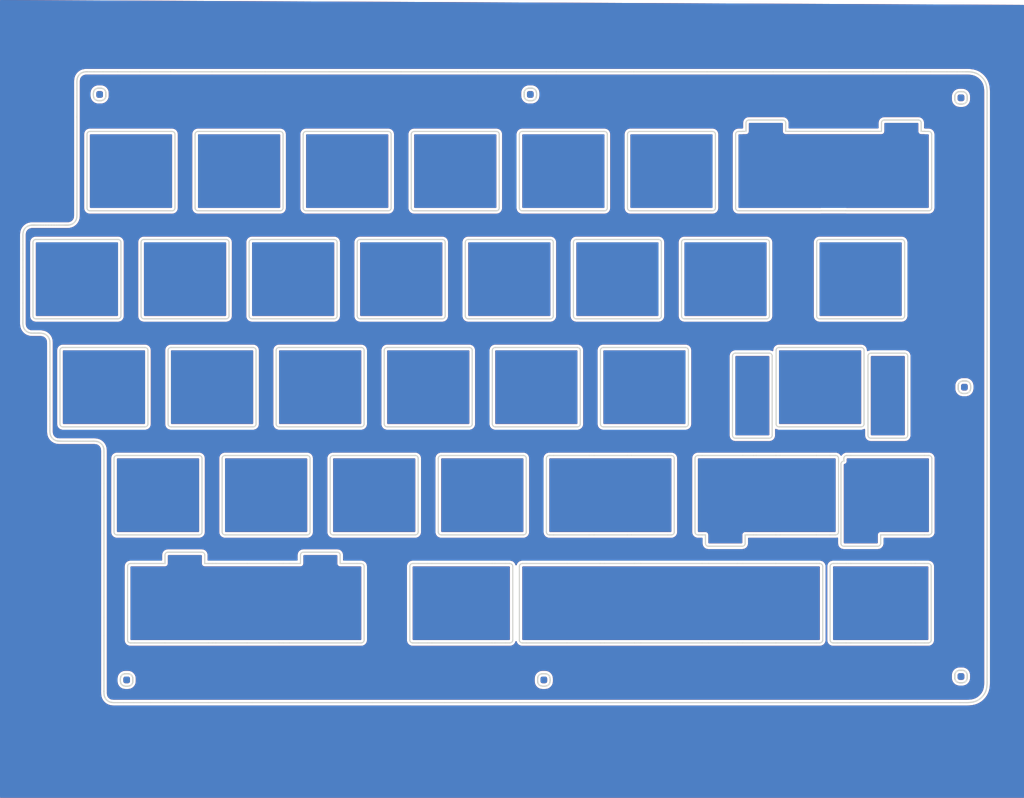
<source format=kicad_pcb>
(kicad_pcb (version 20171130) (host pcbnew "(6.0.0-rc1-dev-1292-gca2390e4f)")
  (layers (0 F.Cu signal) (31 B.Cu signal) (34 B.Paste user) (35 F.Paste user) (36 B.SilkS user) (37 F.SilkS user) (38 B.Mask user) (39 F.Mask user) (44 Edge.Cuts user))
  (net 0 "")
  (gr_curve (pts (xy 74.48531 25.646224) (xy 74.48531 25.370082) (xy 74.261453 25.146224) (xy 73.98531 25.146224)) (layer Edge.Cuts) (width 0.2))
  (gr_curve (pts (xy 59.48531 25.146224) (xy 59.209168 25.146224) (xy 58.98531 25.370082) (xy 58.98531 25.646224)) (layer Edge.Cuts) (width 0.2))
  (gr_curve (pts (xy 93.03531 39.146224) (xy 93.311453 39.146224) (xy 93.53531 38.922366) (xy 93.53531 38.646224)) (layer Edge.Cuts) (width 0.2))
  (gr_line (start 45.19781 96.296224) (end 59.69781 96.296224) (layer Edge.Cuts) (width 0.2))
  (gr_curve (pts (xy 41.14781 82.796224) (xy 41.14781 82.520082) (xy 40.923953 82.296224) (xy 40.64781 82.296224)) (layer Edge.Cuts) (width 0.2))
  (gr_curve (pts (xy 26.14781 82.296224) (xy 25.871668 82.296224) (xy 25.64781 82.520082) (xy 25.64781 82.796224)) (layer Edge.Cuts) (width 0.2))
  (gr_line (start 73.77281 63.246224) (end 88.27281 63.246224) (layer Edge.Cuts) (width 0.2))
  (gr_curve (pts (xy 102.56031 58.196224) (xy 102.836453 58.196224) (xy 103.06031 57.972366) (xy 103.06031 57.696224)) (layer Edge.Cuts) (width 0.2))
  (gr_line (start 78.03531 25.646224) (end 78.03531 38.646224) (layer Edge.Cuts) (width 0.2))
  (gr_line (start 93.53531 25.646224) (end 93.53531 38.646224) (layer Edge.Cuts) (width 0.2))
  (gr_line (start 149.97281 58.196226) (end 164.47281 58.196226) (layer Edge.Cuts) (width 0.2))
  (gr_line (start 149.97281 44.196226) (end 164.47281 44.196226) (layer Edge.Cuts) (width 0.2))
  (gr_curve (pts (xy 26.36031 58.196224) (xy 26.636453 58.196224) (xy 26.86031 57.972366) (xy 26.86031 57.696224)) (layer Edge.Cuts) (width 0.2))
  (gr_curve (pts (xy 78.03531 38.646224) (xy 78.03531 38.922366) (xy 78.259168 39.146224) (xy 78.53531 39.146224)) (layer Edge.Cuts) (width 0.2))
  (gr_line (start 78.53531 25.146224) (end 93.03531 25.146224) (layer Edge.Cuts) (width 0.2))
  (gr_curve (pts (xy 58.98531 38.646224) (xy 58.98531 38.922366) (xy 59.209168 39.146224) (xy 59.48531 39.146224)) (layer Edge.Cuts) (width 0.2))
  (gr_line (start 30.91031 58.196224) (end 45.41031 58.196224) (layer Edge.Cuts) (width 0.2))
  (gr_line (start 73.27281 63.746224) (end 73.27281 76.746224) (layer Edge.Cuts) (width 0.2))
  (gr_line (start 73.77281 77.246224) (end 88.27281 77.246224) (layer Edge.Cuts) (width 0.2))
  (gr_curve (pts (xy 116.63531 25.146224) (xy 116.359168 25.146224) (xy 116.13531 25.370082) (xy 116.13531 25.646224)) (layer Edge.Cuts) (width 0.2))
  (gr_line (start 131.63531 25.646224) (end 131.63531 38.646224) (layer Edge.Cuts) (width 0.2))
  (gr_curve (pts (xy 157.32906 77.246223) (xy 157.605203 77.246223) (xy 157.82906 77.022366) (xy 157.82906 76.746223)) (layer Edge.Cuts) (width 0.2))
  (gr_curve (pts (xy 142.32906 76.746223) (xy 142.32906 77.022366) (xy 142.552918 77.246223) (xy 142.82906 77.246223)) (layer Edge.Cuts) (width 0.2))
  (gr_curve (pts (xy 157.82906 63.746223) (xy 157.82906 63.470081) (xy 157.605203 63.246223) (xy 157.32906 63.246223)) (layer Edge.Cuts) (width 0.2))
  (gr_curve (pts (xy 142.82906 63.246223) (xy 142.552918 63.246223) (xy 142.32906 63.470081) (xy 142.32906 63.746223)) (layer Edge.Cuts) (width 0.2))
  (gr_line (start 157.82906 63.746223) (end 157.82906 76.746223) (layer Edge.Cuts) (width 0.2))
  (gr_line (start 142.32906 63.746223) (end 142.32906 76.746223) (layer Edge.Cuts) (width 0.2))
  (gr_line (start 142.82906 77.246223) (end 157.32906 77.246223) (layer Edge.Cuts) (width 0.2))
  (gr_line (start 142.82906 63.246223) (end 157.32906 63.246223) (layer Edge.Cuts) (width 0.2))
  (gr_curve (pts (xy 164.47281 58.196226) (xy 164.748953 58.196226) (xy 164.97281 57.972368) (xy 164.97281 57.696226)) (layer Edge.Cuts) (width 0.2))
  (gr_curve (pts (xy 97.79781 96.296224) (xy 98.073953 96.296224) (xy 98.29781 96.072366) (xy 98.29781 95.796224)) (layer Edge.Cuts) (width 0.2))
  (gr_curve (pts (xy 82.79781 95.796224) (xy 82.79781 96.072366) (xy 83.021668 96.296224) (xy 83.29781 96.296224)) (layer Edge.Cuts) (width 0.2))
  (gr_curve (pts (xy 98.29781 82.796224) (xy 98.29781 82.520082) (xy 98.073953 82.296224) (xy 97.79781 82.296224)) (layer Edge.Cuts) (width 0.2))
  (gr_curve (pts (xy 83.29781 82.296224) (xy 83.021668 82.296224) (xy 82.79781 82.520082) (xy 82.79781 82.796224)) (layer Edge.Cuts) (width 0.2))
  (gr_line (start 98.29781 82.796224) (end 98.29781 95.796224) (layer Edge.Cuts) (width 0.2))
  (gr_line (start 82.79781 82.796224) (end 82.79781 95.796224) (layer Edge.Cuts) (width 0.2))
  (gr_line (start 83.29781 96.296224) (end 97.79781 96.296224) (layer Edge.Cuts) (width 0.2))
  (gr_line (start 83.29781 82.296224) (end 97.79781 82.296224) (layer Edge.Cuts) (width 0.2))
  (gr_curve (pts (xy 78.74781 96.296224) (xy 79.023953 96.296224) (xy 79.24781 96.072366) (xy 79.24781 95.796224)) (layer Edge.Cuts) (width 0.2))
  (gr_curve (pts (xy 63.74781 95.796224) (xy 63.74781 96.072366) (xy 63.971668 96.296224) (xy 64.24781 96.296224)) (layer Edge.Cuts) (width 0.2))
  (gr_curve (pts (xy 79.24781 82.796224) (xy 79.24781 82.520082) (xy 79.023953 82.296224) (xy 78.74781 82.296224)) (layer Edge.Cuts) (width 0.2))
  (gr_curve (pts (xy 64.24781 82.296224) (xy 63.971668 82.296224) (xy 63.74781 82.520082) (xy 63.74781 82.796224)) (layer Edge.Cuts) (width 0.2))
  (gr_line (start 79.24781 82.796224) (end 79.24781 95.796224) (layer Edge.Cuts) (width 0.2))
  (gr_line (start 63.74781 82.796224) (end 63.74781 95.796224) (layer Edge.Cuts) (width 0.2))
  (gr_line (start 64.24781 96.296224) (end 78.74781 96.296224) (layer Edge.Cuts) (width 0.2))
  (gr_line (start 64.24781 82.296224) (end 78.74781 82.296224) (layer Edge.Cuts) (width 0.2))
  (gr_curve (pts (xy 59.69781 96.296224) (xy 59.973953 96.296224) (xy 60.19781 96.072366) (xy 60.19781 95.796224)) (layer Edge.Cuts) (width 0.2))
  (gr_curve (pts (xy 44.69781 95.796224) (xy 44.69781 96.072366) (xy 44.921668 96.296224) (xy 45.19781 96.296224)) (layer Edge.Cuts) (width 0.2))
  (gr_curve (pts (xy 60.19781 82.796224) (xy 60.19781 82.520082) (xy 59.973953 82.296224) (xy 59.69781 82.296224)) (layer Edge.Cuts) (width 0.2))
  (gr_curve (pts (xy 45.19781 82.296224) (xy 44.921668 82.296224) (xy 44.69781 82.520082) (xy 44.69781 82.796224)) (layer Edge.Cuts) (width 0.2))
  (gr_line (start 60.19781 82.796224) (end 60.19781 95.796224) (layer Edge.Cuts) (width 0.2))
  (gr_line (start 44.69781 82.796224) (end 44.69781 95.796224) (layer Edge.Cuts) (width 0.2))
  (gr_line (start 26.14781 82.296224) (end 40.64781 82.296224) (layer Edge.Cuts) (width 0.2))
  (gr_curve (pts (xy 50.67281 63.746224) (xy 50.67281 63.470082) (xy 50.448953 63.246224) (xy 50.17281 63.246224)) (layer Edge.Cuts) (width 0.2))
  (gr_curve (pts (xy 35.67281 63.246224) (xy 35.396668 63.246224) (xy 35.17281 63.470082) (xy 35.17281 63.746224)) (layer Edge.Cuts) (width 0.2))
  (gr_curve (pts (xy 45.91031 44.696224) (xy 45.91031 44.420082) (xy 45.686453 44.196224) (xy 45.41031 44.196224)) (layer Edge.Cuts) (width 0.2))
  (gr_curve (pts (xy 30.91031 44.196224) (xy 30.634168 44.196224) (xy 30.41031 44.420082) (xy 30.41031 44.696224)) (layer Edge.Cuts) (width 0.2))
  (gr_line (start 45.91031 44.696224) (end 45.91031 57.696224) (layer Edge.Cuts) (width 0.2))
  (gr_curve (pts (xy 131.63531 25.646224) (xy 131.63531 25.370082) (xy 131.411453 25.146224) (xy 131.13531 25.146224)) (layer Edge.Cuts) (width 0.2))
  (gr_line (start 20.88531 25.646224) (end 20.88531 38.646224) (layer Edge.Cuts) (width 0.2))
  (gr_line (start 55.43531 25.646224) (end 55.43531 38.646224) (layer Edge.Cuts) (width 0.2))
  (gr_line (start 39.93531 25.646224) (end 39.93531 38.646224) (layer Edge.Cuts) (width 0.2))
  (gr_line (start 40.43531 39.146224) (end 54.93531 39.146224) (layer Edge.Cuts) (width 0.2))
  (gr_line (start 40.43531 25.146224) (end 54.93531 25.146224) (layer Edge.Cuts) (width 0.2))
  (gr_curve (pts (xy 35.88531 39.146224) (xy 36.161453 39.146224) (xy 36.38531 38.922366) (xy 36.38531 38.646224)) (layer Edge.Cuts) (width 0.2))
  (gr_curve (pts (xy 21.38531 25.146224) (xy 21.109168 25.146224) (xy 20.88531 25.370082) (xy 20.88531 25.646224)) (layer Edge.Cuts) (width 0.2))
  (gr_line (start 21.38531 39.146224) (end 35.88531 39.146224) (layer Edge.Cuts) (width 0.2))
  (gr_line (start 36.38531 25.646224) (end 36.38531 38.646224) (layer Edge.Cuts) (width 0.2))
  (gr_curve (pts (xy 55.43531 25.646224) (xy 55.43531 25.370082) (xy 55.211453 25.146224) (xy 54.93531 25.146224)) (layer Edge.Cuts) (width 0.2))
  (gr_curve (pts (xy 40.43531 25.146224) (xy 40.159168 25.146224) (xy 39.93531 25.370082) (xy 39.93531 25.646224)) (layer Edge.Cuts) (width 0.2))
  (gr_line (start 74.48531 25.646224) (end 74.48531 38.646224) (layer Edge.Cuts) (width 0.2))
  (gr_line (start 58.98531 25.646224) (end 58.98531 38.646224) (layer Edge.Cuts) (width 0.2))
  (gr_curve (pts (xy 54.93531 39.146224) (xy 55.211453 39.146224) (xy 55.43531 38.922366) (xy 55.43531 38.646224)) (layer Edge.Cuts) (width 0.2))
  (gr_curve (pts (xy 39.93531 38.646224) (xy 39.93531 38.922366) (xy 40.159168 39.146224) (xy 40.43531 39.146224)) (layer Edge.Cuts) (width 0.2))
  (gr_line (start 59.48531 39.146224) (end 73.98531 39.146224) (layer Edge.Cuts) (width 0.2))
  (gr_line (start 59.48531 25.146224) (end 73.98531 25.146224) (layer Edge.Cuts) (width 0.2))
  (gr_curve (pts (xy 36.38531 25.646224) (xy 36.38531 25.370082) (xy 36.161453 25.146224) (xy 35.88531 25.146224)) (layer Edge.Cuts) (width 0.2))
  (gr_curve (pts (xy 135.14106 64.246224) (xy 134.864918 64.246224) (xy 134.64106 64.470082) (xy 134.64106 64.746224)) (layer Edge.Cuts) (width 0.2))
  (gr_line (start 141.64106 64.746224) (end 141.64106 78.746224) (layer Edge.Cuts) (width 0.2))
  (gr_line (start 21.38531 25.146224) (end 35.88531 25.146224) (layer Edge.Cuts) (width 0.2))
  (gr_line (start 165.51706 64.746224) (end 165.51706 78.746224) (layer Edge.Cuts) (width 0.2))
  (gr_line (start 159.01706 64.246224) (end 165.01706 64.246224) (layer Edge.Cuts) (width 0.2))
  (gr_curve (pts (xy 95.916561 101.846233) (xy 95.916561 101.570087) (xy 95.692694 101.346221) (xy 95.41657 101.346221)) (layer Edge.Cuts) (width 0.2))
  (gr_curve (pts (xy 95.916561 114.846215) (xy 95.916561 114.846215) (xy 95.916561 101.846233) (xy 95.916561 101.846233)) (layer Edge.Cuts) (width 0.2))
  (gr_curve (pts (xy 95.41657 115.346228) (xy 95.692694 115.346228) (xy 95.916561 115.122361) (xy 95.916561 114.846215)) (layer Edge.Cuts) (width 0.2))
  (gr_curve (pts (xy 94.666551 115.346228) (xy 94.666551 115.346228) (xy 95.41657 115.346228) (xy 95.41657 115.346228)) (layer Edge.Cuts) (width 0.2))
  (gr_curve (pts (xy 92.770736 115.346228) (xy 92.770736 115.346228) (xy 94.666551 115.346228) (xy 94.666551 115.346228)) (layer Edge.Cuts) (width 0.2))
  (gr_curve (pts (xy 92.285301 115.346228) (xy 92.285301 115.346228) (xy 92.770736 115.346228) (xy 92.770736 115.346228)) (layer Edge.Cuts) (width 0.2))
  (gr_curve (pts (xy 81.666569 115.346228) (xy 81.666569 115.346228) (xy 92.285301 115.346228) (xy 92.285301 115.346228)) (layer Edge.Cuts) (width 0.2))
  (gr_curve (pts (xy 80.91655 115.346228) (xy 80.91655 115.346228) (xy 81.666569 115.346228) (xy 81.666569 115.346228)) (layer Edge.Cuts) (width 0.2))
  (gr_curve (pts (xy 155.485319 115.346228) (xy 155.485319 115.346228) (xy 166.104051 115.346228) (xy 166.104051 115.346228)) (layer Edge.Cuts) (width 0.2))
  (gr_curve (pts (xy 154.663427 115.346228) (xy 154.663427 115.346228) (xy 155.485319 115.346228) (xy 155.485319 115.346228)) (layer Edge.Cuts) (width 0.2))
  (gr_curve (pts (xy 153.104069 115.346228) (xy 153.104069 115.346228) (xy 154.663427 115.346228) (xy 154.663427 115.346228)) (layer Edge.Cuts) (width 0.2))
  (gr_curve (pts (xy 152.35405 115.346228) (xy 152.35405 115.346228) (xy 153.104069 115.346228) (xy 153.104069 115.346228)) (layer Edge.Cuts) (width 0.2))
  (gr_line (start 159.01706 79.246224) (end 165.01706 79.246224) (layer Edge.Cuts) (width 0.2))
  (gr_curve (pts (xy 151.854059 114.846215) (xy 151.854059 115.122361) (xy 152.077926 115.346228) (xy 152.35405 115.346228)) (layer Edge.Cuts) (width 0.2))
  (gr_curve (pts (xy 151.854059 101.846233) (xy 151.854059 101.846233) (xy 151.854059 114.846215) (xy 151.854059 114.846215)) (layer Edge.Cuts) (width 0.2))
  (gr_curve (pts (xy 152.35405 101.346221) (xy 152.077926 101.346221) (xy 151.854059 101.570087) (xy 151.854059 101.846233)) (layer Edge.Cuts) (width 0.2))
  (gr_curve (pts (xy 153.104069 101.346221) (xy 153.104069 101.346221) (xy 152.35405 101.346221) (xy 152.35405 101.346221)) (layer Edge.Cuts) (width 0.2))
  (gr_curve (pts (xy 154.663427 101.346221) (xy 154.663427 101.346221) (xy 153.104069 101.346221) (xy 153.104069 101.346221)) (layer Edge.Cuts) (width 0.2))
  (gr_curve (pts (xy 155.485319 101.346221) (xy 155.485319 101.346221) (xy 154.663427 101.346221) (xy 154.663427 101.346221)) (layer Edge.Cuts) (width 0.2))
  (gr_curve (pts (xy 166.104051 101.346221) (xy 166.104051 101.346221) (xy 155.485319 101.346221) (xy 155.485319 101.346221)) (layer Edge.Cuts) (width 0.2))
  (gr_curve (pts (xy 166.85407 101.346221) (xy 166.85407 101.346221) (xy 166.104051 101.346221) (xy 166.104051 101.346221)) (layer Edge.Cuts) (width 0.2))
  (gr_curve (pts (xy 168.485301 101.346221) (xy 168.485301 101.346221) (xy 166.85407 101.346221) (xy 166.85407 101.346221)) (layer Edge.Cuts) (width 0.2))
  (gr_curve (pts (xy 150.541564 101.846233) (xy 150.541564 101.570087) (xy 150.317698 101.346221) (xy 150.041552 101.346221)) (layer Edge.Cuts) (width 0.2))
  (gr_curve (pts (xy 150.541564 114.846215) (xy 150.541564 114.846215) (xy 150.541564 101.846233) (xy 150.541564 101.846233)) (layer Edge.Cuts) (width 0.2))
  (gr_curve (pts (xy 150.041552 115.346228) (xy 150.317698 115.346228) (xy 150.541564 115.122361) (xy 150.541564 114.846215)) (layer Edge.Cuts) (width 0.2))
  (gr_curve (pts (xy 149.435301 115.346228) (xy 149.435301 115.346228) (xy 150.041552 115.346228) (xy 150.041552 115.346228)) (layer Edge.Cuts) (width 0.2))
  (gr_curve (pts (xy 142.291551 115.346228) (xy 142.291551 115.346228) (xy 149.435301 115.346228) (xy 149.435301 115.346228)) (layer Edge.Cuts) (width 0.2))
  (gr_curve (pts (xy 136.435319 115.346228) (xy 136.435319 115.346228) (xy 142.291551 115.346228) (xy 142.291551 115.346228)) (layer Edge.Cuts) (width 0.2))
  (gr_curve (pts (xy 135.541554 115.346228) (xy 135.541554 115.346228) (xy 136.435319 115.346228) (xy 136.435319 115.346228)) (layer Edge.Cuts) (width 0.2))
  (gr_curve (pts (xy 130.385301 115.346228) (xy 130.385301 115.346228) (xy 135.541554 115.346228) (xy 135.541554 115.346228)) (layer Edge.Cuts) (width 0.2))
  (gr_curve (pts (xy 129.291569 115.346228) (xy 129.291569 115.346228) (xy 130.385301 115.346228) (xy 130.385301 115.346228)) (layer Edge.Cuts) (width 0.2))
  (gr_curve (pts (xy 118.479051 115.346228) (xy 118.479051 115.346228) (xy 129.291569 115.346228) (xy 129.291569 115.346228)) (layer Edge.Cuts) (width 0.2))
  (gr_curve (pts (xy 117.385319 115.346228) (xy 117.385319 115.346228) (xy 118.479051 115.346228) (xy 118.479051 115.346228)) (layer Edge.Cuts) (width 0.2))
  (gr_curve (pts (xy 112.08532 115.346228) (xy 112.08532 115.346228) (xy 117.385319 115.346228) (xy 117.385319 115.346228)) (layer Edge.Cuts) (width 0.2))
  (gr_curve (pts (xy 111.335301 115.346228) (xy 111.335301 115.346228) (xy 112.08532 115.346228) (xy 112.08532 115.346228)) (layer Edge.Cuts) (width 0.2))
  (gr_curve (pts (xy 105.479069 115.346228) (xy 105.479069 115.346228) (xy 111.335301 115.346228) (xy 111.335301 115.346228)) (layer Edge.Cuts) (width 0.2))
  (gr_curve (pts (xy 98.335319 115.346228) (xy 98.335319 115.346228) (xy 105.479069 115.346228) (xy 105.479069 115.346228)) (layer Edge.Cuts) (width 0.2))
  (gr_curve (pts (xy 97.5853 115.346228) (xy 97.5853 115.346228) (xy 98.335319 115.346228) (xy 98.335319 115.346228)) (layer Edge.Cuts) (width 0.2))
  (gr_curve (pts (xy 97.085309 114.846215) (xy 97.085309 115.122361) (xy 97.309176 115.346228) (xy 97.5853 115.346228)) (layer Edge.Cuts) (width 0.2))
  (gr_curve (pts (xy 97.085309 101.846233) (xy 97.085309 101.846233) (xy 97.085309 114.846215) (xy 97.085309 114.846215)) (layer Edge.Cuts) (width 0.2))
  (gr_curve (pts (xy 97.5853 101.346221) (xy 97.309176 101.346221) (xy 97.085309 101.570087) (xy 97.085309 101.846233)) (layer Edge.Cuts) (width 0.2))
  (gr_curve (pts (xy 98.335319 101.346221) (xy 98.335319 101.346221) (xy 97.5853 101.346221) (xy 97.5853 101.346221)) (layer Edge.Cuts) (width 0.2))
  (gr_curve (pts (xy 105.479069 101.346221) (xy 105.479069 101.346221) (xy 98.335319 101.346221) (xy 98.335319 101.346221)) (layer Edge.Cuts) (width 0.2))
  (gr_curve (pts (xy 111.335301 101.346221) (xy 111.335301 101.346221) (xy 105.479069 101.346221) (xy 105.479069 101.346221)) (layer Edge.Cuts) (width 0.2))
  (gr_curve (pts (xy 112.08532 101.346221) (xy 112.08532 101.346221) (xy 111.335301 101.346221) (xy 111.335301 101.346221)) (layer Edge.Cuts) (width 0.2))
  (gr_curve (pts (xy 117.385319 101.346221) (xy 117.385319 101.346221) (xy 112.08532 101.346221) (xy 112.08532 101.346221)) (layer Edge.Cuts) (width 0.2))
  (gr_curve (pts (xy 118.479051 101.346221) (xy 118.479051 101.346221) (xy 117.385319 101.346221) (xy 117.385319 101.346221)) (layer Edge.Cuts) (width 0.2))
  (gr_curve (pts (xy 129.291569 101.346221) (xy 129.291569 101.346221) (xy 118.479051 101.346221) (xy 118.479051 101.346221)) (layer Edge.Cuts) (width 0.2))
  (gr_curve (pts (xy 130.385301 101.346221) (xy 130.385301 101.346221) (xy 129.291569 101.346221) (xy 129.291569 101.346221)) (layer Edge.Cuts) (width 0.2))
  (gr_curve (pts (xy 135.541554 101.346221) (xy 135.541554 101.346221) (xy 130.385301 101.346221) (xy 130.385301 101.346221)) (layer Edge.Cuts) (width 0.2))
  (gr_curve (pts (xy 136.435319 101.346221) (xy 136.435319 101.346221) (xy 135.541554 101.346221) (xy 135.541554 101.346221)) (layer Edge.Cuts) (width 0.2))
  (gr_curve (pts (xy 142.291551 101.346221) (xy 142.291551 101.346221) (xy 136.435319 101.346221) (xy 136.435319 101.346221)) (layer Edge.Cuts) (width 0.2))
  (gr_curve (pts (xy 149.435301 101.346221) (xy 149.435301 101.346221) (xy 142.291551 101.346221) (xy 142.291551 101.346221)) (layer Edge.Cuts) (width 0.2))
  (gr_curve (pts (xy 150.041552 101.346221) (xy 150.041552 101.346221) (xy 149.435301 101.346221) (xy 149.435301 101.346221)) (layer Edge.Cuts) (width 0.2))
  (gr_line (start 125.66031 44.696224) (end 125.66031 57.696224) (layer Edge.Cuts) (width 0.2))
  (gr_line (start 126.16031 58.196224) (end 140.66031 58.196224) (layer Edge.Cuts) (width 0.2))
  (gr_line (start 126.16031 44.196224) (end 140.66031 44.196224) (layer Edge.Cuts) (width 0.2))
  (gr_curve (pts (xy 126.37281 77.246224) (xy 126.648953 77.246224) (xy 126.87281 77.022366) (xy 126.87281 76.746224)) (layer Edge.Cuts) (width 0.2))
  (gr_curve (pts (xy 111.37281 76.746224) (xy 111.37281 77.022366) (xy 111.596668 77.246224) (xy 111.87281 77.246224)) (layer Edge.Cuts) (width 0.2))
  (gr_curve (pts (xy 126.87281 63.746224) (xy 126.87281 63.470082) (xy 126.648953 63.246224) (xy 126.37281 63.246224)) (layer Edge.Cuts) (width 0.2))
  (gr_curve (pts (xy 111.87281 63.246224) (xy 111.596668 63.246224) (xy 111.37281 63.470082) (xy 111.37281 63.746224)) (layer Edge.Cuts) (width 0.2))
  (gr_line (start 126.87281 63.746224) (end 126.87281 76.746224) (layer Edge.Cuts) (width 0.2))
  (gr_line (start 111.37281 63.746224) (end 111.37281 76.746224) (layer Edge.Cuts) (width 0.2))
  (gr_line (start 111.87281 77.246224) (end 126.37281 77.246224) (layer Edge.Cuts) (width 0.2))
  (gr_line (start 111.87281 63.246224) (end 126.37281 63.246224) (layer Edge.Cuts) (width 0.2))
  (gr_curve (pts (xy 107.32281 77.246224) (xy 107.598953 77.246224) (xy 107.82281 77.022366) (xy 107.82281 76.746224)) (layer Edge.Cuts) (width 0.2))
  (gr_curve (pts (xy 92.32281 76.746224) (xy 92.32281 77.022366) (xy 92.546668 77.246224) (xy 92.82281 77.246224)) (layer Edge.Cuts) (width 0.2))
  (gr_curve (pts (xy 107.82281 63.746224) (xy 107.82281 63.470082) (xy 107.598953 63.246224) (xy 107.32281 63.246224)) (layer Edge.Cuts) (width 0.2))
  (gr_curve (pts (xy 92.82281 63.246224) (xy 92.546668 63.246224) (xy 92.32281 63.470082) (xy 92.32281 63.746224)) (layer Edge.Cuts) (width 0.2))
  (gr_line (start 107.82281 63.746224) (end 107.82281 76.746224) (layer Edge.Cuts) (width 0.2))
  (gr_line (start 92.32281 63.746224) (end 92.32281 76.746224) (layer Edge.Cuts) (width 0.2))
  (gr_line (start 92.82281 77.246224) (end 107.32281 77.246224) (layer Edge.Cuts) (width 0.2))
  (gr_line (start 92.82281 63.246224) (end 107.32281 63.246224) (layer Edge.Cuts) (width 0.2))
  (gr_curve (pts (xy 69.22281 77.246224) (xy 69.498953 77.246224) (xy 69.72281 77.022366) (xy 69.72281 76.746224)) (layer Edge.Cuts) (width 0.2))
  (gr_curve (pts (xy 54.22281 76.746224) (xy 54.22281 77.022366) (xy 54.446668 77.246224) (xy 54.72281 77.246224)) (layer Edge.Cuts) (width 0.2))
  (gr_curve (pts (xy 69.72281 63.746224) (xy 69.72281 63.470082) (xy 69.498953 63.246224) (xy 69.22281 63.246224)) (layer Edge.Cuts) (width 0.2))
  (gr_curve (pts (xy 54.72281 63.246224) (xy 54.446668 63.246224) (xy 54.22281 63.470082) (xy 54.22281 63.746224)) (layer Edge.Cuts) (width 0.2))
  (gr_line (start 69.72281 63.746224) (end 69.72281 76.746224) (layer Edge.Cuts) (width 0.2))
  (gr_line (start 54.22281 63.746224) (end 54.22281 76.746224) (layer Edge.Cuts) (width 0.2))
  (gr_line (start 54.72281 77.246224) (end 69.22281 77.246224) (layer Edge.Cuts) (width 0.2))
  (gr_line (start 54.72281 63.246224) (end 69.22281 63.246224) (layer Edge.Cuts) (width 0.2))
  (gr_curve (pts (xy 50.17281 77.246224) (xy 50.448953 77.246224) (xy 50.67281 77.022366) (xy 50.67281 76.746224)) (layer Edge.Cuts) (width 0.2))
  (gr_curve (pts (xy 35.17281 76.746224) (xy 35.17281 77.022366) (xy 35.396668 77.246224) (xy 35.67281 77.246224)) (layer Edge.Cuts) (width 0.2))
  (gr_line (start 50.67281 63.746224) (end 50.67281 76.746224) (layer Edge.Cuts) (width 0.2))
  (gr_line (start 35.17281 63.746224) (end 35.17281 76.746224) (layer Edge.Cuts) (width 0.2))
  (gr_line (start 35.67281 77.246224) (end 50.17281 77.246224) (layer Edge.Cuts) (width 0.2))
  (gr_line (start 35.67281 63.246224) (end 50.17281 63.246224) (layer Edge.Cuts) (width 0.2))
  (gr_curve (pts (xy 31.12281 77.246224) (xy 31.398953 77.246224) (xy 31.62281 77.022366) (xy 31.62281 76.746224)) (layer Edge.Cuts) (width 0.2))
  (gr_curve (pts (xy 16.12281 76.746224) (xy 16.12281 77.022366) (xy 16.346668 77.246224) (xy 16.62281 77.246224)) (layer Edge.Cuts) (width 0.2))
  (gr_curve (pts (xy 31.62281 63.746224) (xy 31.62281 63.470082) (xy 31.398953 63.246224) (xy 31.12281 63.246224)) (layer Edge.Cuts) (width 0.2))
  (gr_curve (pts (xy 16.62281 63.246224) (xy 16.346668 63.246224) (xy 16.12281 63.470082) (xy 16.12281 63.746224)) (layer Edge.Cuts) (width 0.2))
  (gr_line (start 31.62281 63.746224) (end 31.62281 76.746224) (layer Edge.Cuts) (width 0.2))
  (gr_line (start 16.12281 63.746224) (end 16.12281 76.746224) (layer Edge.Cuts) (width 0.2))
  (gr_line (start 16.62281 77.246224) (end 31.12281 77.246224) (layer Edge.Cuts) (width 0.2))
  (gr_line (start 16.62281 63.246224) (end 31.12281 63.246224) (layer Edge.Cuts) (width 0.2))
  (gr_curve (pts (xy 121.61031 58.196224) (xy 121.886453 58.196224) (xy 122.11031 57.972366) (xy 122.11031 57.696224)) (layer Edge.Cuts) (width 0.2))
  (gr_curve (pts (xy 106.61031 57.696224) (xy 106.61031 57.972366) (xy 106.834168 58.196224) (xy 107.11031 58.196224)) (layer Edge.Cuts) (width 0.2))
  (gr_curve (pts (xy 122.11031 44.696224) (xy 122.11031 44.420082) (xy 121.886453 44.196224) (xy 121.61031 44.196224)) (layer Edge.Cuts) (width 0.2))
  (gr_curve (pts (xy 107.11031 44.196224) (xy 106.834168 44.196224) (xy 106.61031 44.420082) (xy 106.61031 44.696224)) (layer Edge.Cuts) (width 0.2))
  (gr_line (start 122.11031 44.696224) (end 122.11031 57.696224) (layer Edge.Cuts) (width 0.2))
  (gr_line (start 106.61031 44.696224) (end 106.61031 57.696224) (layer Edge.Cuts) (width 0.2))
  (gr_line (start 107.11031 58.196224) (end 121.61031 58.196224) (layer Edge.Cuts) (width 0.2))
  (gr_line (start 107.11031 44.196224) (end 121.61031 44.196224) (layer Edge.Cuts) (width 0.2))
  (gr_line (start 26.86031 44.696224) (end 26.86031 57.696224) (layer Edge.Cuts) (width 0.2))
  (gr_line (start 11.36031 44.696224) (end 11.36031 57.696224) (layer Edge.Cuts) (width 0.2))
  (gr_line (start 11.86031 58.196224) (end 26.36031 58.196224) (layer Edge.Cuts) (width 0.2))
  (gr_line (start 11.86031 44.196224) (end 26.36031 44.196224) (layer Edge.Cuts) (width 0.2))
  (gr_curve (pts (xy 131.13531 39.146224) (xy 131.411453 39.146224) (xy 131.63531 38.922366) (xy 131.63531 38.646224)) (layer Edge.Cuts) (width 0.2))
  (gr_curve (pts (xy 116.13531 38.646224) (xy 116.13531 38.922366) (xy 116.359168 39.146224) (xy 116.63531 39.146224)) (layer Edge.Cuts) (width 0.2))
  (gr_line (start 116.13531 25.646224) (end 116.13531 38.646224) (layer Edge.Cuts) (width 0.2))
  (gr_line (start 158.51706 64.746224) (end 158.51706 78.746224) (layer Edge.Cuts) (width 0.2))
  (gr_line (start 134.64106 64.746224) (end 134.64106 78.746224) (layer Edge.Cuts) (width 0.2))
  (gr_line (start 84.01031 44.696224) (end 84.01031 57.696224) (layer Edge.Cuts) (width 0.2))
  (gr_line (start 68.51031 44.696224) (end 68.51031 57.696224) (layer Edge.Cuts) (width 0.2))
  (gr_curve (pts (xy 144.022302 23.633716) (xy 144.022302 23.357592) (xy 143.798457 23.133725) (xy 143.522311 23.133725)) (layer Edge.Cuts) (width 0.2))
  (gr_curve (pts (xy 144.022302 25.133732) (xy 144.022302 25.133732) (xy 144.022302 23.633716) (xy 144.022302 23.633716)) (layer Edge.Cuts) (width 0.2))
  (gr_curve (pts (xy 145.960319 25.133732) (xy 145.960319 25.133732) (xy 144.022302 25.133732) (xy 144.022302 25.133732)) (layer Edge.Cuts) (width 0.2))
  (gr_curve (pts (xy 149.435301 25.133732) (xy 149.435301 25.133732) (xy 145.960319 25.133732) (xy 145.960319 25.133732)) (layer Edge.Cuts) (width 0.2))
  (gr_curve (pts (xy 155.485319 25.133732) (xy 155.485319 25.133732) (xy 149.435301 25.133732) (xy 149.435301 25.133732)) (layer Edge.Cuts) (width 0.2))
  (gr_curve (pts (xy 158.960301 25.133732) (xy 158.960301 25.133732) (xy 155.485319 25.133732) (xy 155.485319 25.133732)) (layer Edge.Cuts) (width 0.2))
  (gr_curve (pts (xy 160.898318 25.133732) (xy 160.898318 25.133732) (xy 158.960301 25.133732) (xy 158.960301 25.133732)) (layer Edge.Cuts) (width 0.2))
  (gr_curve (pts (xy 160.898318 23.633716) (xy 160.898318 23.633716) (xy 160.898318 25.133732) (xy 160.898318 25.133732)) (layer Edge.Cuts) (width 0.2))
  (gr_curve (pts (xy 161.398309 23.133725) (xy 161.122163 23.133725) (xy 160.898318 23.357592) (xy 160.898318 23.633716)) (layer Edge.Cuts) (width 0.2))
  (gr_curve (pts (xy 167.398309 23.133725) (xy 167.398309 23.133725) (xy 161.398309 23.133725) (xy 161.398309 23.133725)) (layer Edge.Cuts) (width 0.2))
  (gr_curve (pts (xy 167.8983 23.633716) (xy 167.8983 23.357592) (xy 167.674455 23.133725) (xy 167.398309 23.133725)) (layer Edge.Cuts) (width 0.2))
  (gr_curve (pts (xy 167.8983 25.133732) (xy 167.8983 25.133732) (xy 167.8983 23.633716) (xy 167.8983 23.633716)) (layer Edge.Cuts) (width 0.2))
  (gr_curve (pts (xy 168.485301 25.133732) (xy 168.485301 25.133732) (xy 167.8983 25.133732) (xy 167.8983 25.133732)) (layer Edge.Cuts) (width 0.2))
  (gr_curve (pts (xy 168.593563 25.146221) (xy 168.558617 25.138491) (xy 168.522573 25.133732) (xy 168.485301 25.133732)) (layer Edge.Cuts) (width 0.2))
  (gr_curve (pts (xy 169.23532 25.146221) (xy 169.23532 25.146221) (xy 168.593563 25.146221) (xy 168.593563 25.146221)) (layer Edge.Cuts) (width 0.2))
  (gr_curve (pts (xy 87.56031 57.696224) (xy 87.56031 57.972366) (xy 87.784168 58.196224) (xy 88.06031 58.196224)) (layer Edge.Cuts) (width 0.2))
  (gr_curve (pts (xy 103.06031 44.696224) (xy 103.06031 44.420082) (xy 102.836453 44.196224) (xy 102.56031 44.196224)) (layer Edge.Cuts) (width 0.2))
  (gr_curve (pts (xy 88.06031 44.196224) (xy 87.784168 44.196224) (xy 87.56031 44.420082) (xy 87.56031 44.696224)) (layer Edge.Cuts) (width 0.2))
  (gr_line (start 103.06031 44.696224) (end 103.06031 57.696224) (layer Edge.Cuts) (width 0.2))
  (gr_line (start 87.56031 44.696224) (end 87.56031 57.696224) (layer Edge.Cuts) (width 0.2))
  (gr_curve (pts (xy 11.86031 44.196224) (xy 11.584168 44.196224) (xy 11.36031 44.420082) (xy 11.36031 44.696224)) (layer Edge.Cuts) (width 0.2))
  (gr_curve (pts (xy 64.96031 44.696224) (xy 64.96031 44.420082) (xy 64.736453 44.196224) (xy 64.46031 44.196224)) (layer Edge.Cuts) (width 0.2))
  (gr_curve (pts (xy 49.96031 44.196224) (xy 49.684168 44.196224) (xy 49.46031 44.420082) (xy 49.46031 44.696224)) (layer Edge.Cuts) (width 0.2))
  (gr_curve (pts (xy 84.01031 44.696224) (xy 84.01031 44.420082) (xy 83.786453 44.196224) (xy 83.51031 44.196224)) (layer Edge.Cuts) (width 0.2))
  (gr_curve (pts (xy 69.01031 44.196224) (xy 68.734168 44.196224) (xy 68.51031 44.420082) (xy 68.51031 44.696224)) (layer Edge.Cuts) (width 0.2))
  (gr_curve (pts (xy 64.46031 58.196224) (xy 64.736453 58.196224) (xy 64.96031 57.972366) (xy 64.96031 57.696224)) (layer Edge.Cuts) (width 0.2))
  (gr_curve (pts (xy 49.46031 57.696224) (xy 49.46031 57.972366) (xy 49.684168 58.196224) (xy 49.96031 58.196224)) (layer Edge.Cuts) (width 0.2))
  (gr_curve (pts (xy 45.41031 58.196224) (xy 45.686453 58.196224) (xy 45.91031 57.972366) (xy 45.91031 57.696224)) (layer Edge.Cuts) (width 0.2))
  (gr_curve (pts (xy 26.86031 44.696224) (xy 26.86031 44.420082) (xy 26.636453 44.196224) (xy 26.36031 44.196224)) (layer Edge.Cuts) (width 0.2))
  (gr_line (start 64.96031 44.696224) (end 64.96031 57.696224) (layer Edge.Cuts) (width 0.2))
  (gr_line (start 49.46031 44.696224) (end 49.46031 57.696224) (layer Edge.Cuts) (width 0.2))
  (gr_curve (pts (xy 134.64106 78.746224) (xy 134.64106 79.022367) (xy 134.864918 79.246224) (xy 135.14106 79.246224)) (layer Edge.Cuts) (width 0.2))
  (gr_curve (pts (xy 112.58531 25.646224) (xy 112.58531 25.370082) (xy 112.361453 25.146224) (xy 112.08531 25.146224)) (layer Edge.Cuts) (width 0.2))
  (gr_curve (pts (xy 97.58531 25.146224) (xy 97.309168 25.146224) (xy 97.08531 25.370082) (xy 97.08531 25.646224)) (layer Edge.Cuts) (width 0.2))
  (gr_curve (pts (xy 141.16031 44.696224) (xy 141.16031 44.420082) (xy 140.936453 44.196224) (xy 140.66031 44.196224)) (layer Edge.Cuts) (width 0.2))
  (gr_curve (pts (xy 126.16031 44.196224) (xy 125.884168 44.196224) (xy 125.66031 44.420082) (xy 125.66031 44.696224)) (layer Edge.Cuts) (width 0.2))
  (gr_line (start 141.16031 44.696224) (end 141.16031 57.696224) (layer Edge.Cuts) (width 0.2))
  (gr_curve (pts (xy 79.285319 115.346228) (xy 79.285319 115.346228) (xy 80.91655 115.346228) (xy 80.91655 115.346228)) (layer Edge.Cuts) (width 0.2))
  (gr_curve (pts (xy 78.270717 115.346228) (xy 78.270717 115.346228) (xy 79.285319 115.346228) (xy 79.285319 115.346228)) (layer Edge.Cuts) (width 0.2))
  (gr_curve (pts (xy 77.770726 114.846215) (xy 77.770726 115.122361) (xy 77.994593 115.346228) (xy 78.270717 115.346228)) (layer Edge.Cuts) (width 0.2))
  (gr_curve (pts (xy 77.770726 101.846233) (xy 77.770726 101.846233) (xy 77.770726 114.846215) (xy 77.770726 114.846215)) (layer Edge.Cuts) (width 0.2))
  (gr_curve (pts (xy 78.270717 101.346221) (xy 77.994593 101.346221) (xy 77.770726 101.570087) (xy 77.770726 101.846233)) (layer Edge.Cuts) (width 0.2))
  (gr_curve (pts (xy 79.285319 101.346221) (xy 79.285319 101.346221) (xy 78.270717 101.346221) (xy 78.270717 101.346221)) (layer Edge.Cuts) (width 0.2))
  (gr_curve (pts (xy 80.91655 101.346221) (xy 80.91655 101.346221) (xy 79.285319 101.346221) (xy 79.285319 101.346221)) (layer Edge.Cuts) (width 0.2))
  (gr_curve (pts (xy 81.666569 101.346221) (xy 81.666569 101.346221) (xy 80.91655 101.346221) (xy 80.91655 101.346221)) (layer Edge.Cuts) (width 0.2))
  (gr_curve (pts (xy 92.285301 101.346221) (xy 92.285301 101.346221) (xy 81.666569 101.346221) (xy 81.666569 101.346221)) (layer Edge.Cuts) (width 0.2))
  (gr_curve (pts (xy 92.770736 101.346221) (xy 92.770736 101.346221) (xy 92.285301 101.346221) (xy 92.285301 101.346221)) (layer Edge.Cuts) (width 0.2))
  (gr_line (start 135.14106 64.246224) (end 141.14106 64.246224) (layer Edge.Cuts) (width 0.2))
  (gr_curve (pts (xy 69.722811 101.846233) (xy 69.722811 101.570087) (xy 69.498944 101.346221) (xy 69.22282 101.346221)) (layer Edge.Cuts) (width 0.2))
  (gr_curve (pts (xy 69.722811 114.846215) (xy 69.722811 114.846215) (xy 69.722811 101.846233) (xy 69.722811 101.846233)) (layer Edge.Cuts) (width 0.2))
  (gr_curve (pts (xy 69.22282 115.346228) (xy 69.498944 115.346228) (xy 69.722811 115.122361) (xy 69.722811 114.846215)) (layer Edge.Cuts) (width 0.2))
  (gr_curve (pts (xy 68.472801 115.346228) (xy 68.472801 115.346228) (xy 69.22282 115.346228) (xy 69.22282 115.346228)) (layer Edge.Cuts) (width 0.2))
  (gr_curve (pts (xy 56.566551 115.346228) (xy 56.566551 115.346228) (xy 68.472801 115.346228) (xy 68.472801 115.346228)) (layer Edge.Cuts) (width 0.2))
  (gr_curve (pts (xy 55.472819 115.346228) (xy 55.472819 115.346228) (xy 56.566551 115.346228) (xy 56.566551 115.346228)) (layer Edge.Cuts) (width 0.2))
  (gr_curve (pts (xy 54.7228 115.346228) (xy 54.7228 115.346228) (xy 55.472819 115.346228) (xy 55.472819 115.346228)) (layer Edge.Cuts) (width 0.2))
  (gr_curve (pts (xy 49.096421 115.346228) (xy 49.096421 115.346228) (xy 54.7228 115.346228) (xy 54.7228 115.346228)) (layer Edge.Cuts) (width 0.2))
  (gr_curve (pts (xy 165.01706 79.246224) (xy 165.293203 79.246224) (xy 165.51706 79.022367) (xy 165.51706 78.746224)) (layer Edge.Cuts) (width 0.2))
  (gr_line (start 97.58531 39.146224) (end 112.08531 39.146224) (layer Edge.Cuts) (width 0.2))
  (gr_line (start 97.58531 25.146224) (end 112.08531 25.146224) (layer Edge.Cuts) (width 0.2))
  (gr_curve (pts (xy 141.64106 64.746224) (xy 141.64106 64.470082) (xy 141.417203 64.246224) (xy 141.14106 64.246224)) (layer Edge.Cuts) (width 0.2))
  (gr_curve (pts (xy 43.566569 115.346228) (xy 43.566569 115.346228) (xy 49.096421 115.346228) (xy 49.096421 115.346228)) (layer Edge.Cuts) (width 0.2))
  (gr_curve (pts (xy 43.02907 115.346228) (xy 43.02907 115.346228) (xy 43.566569 115.346228) (xy 43.566569 115.346228)) (layer Edge.Cuts) (width 0.2))
  (gr_curve (pts (xy 42.279051 115.346228) (xy 42.279051 115.346228) (xy 43.02907 115.346228) (xy 43.02907 115.346228)) (layer Edge.Cuts) (width 0.2))
  (gr_curve (pts (xy 34.596423 115.346228) (xy 34.596423 115.346228) (xy 42.279051 115.346228) (xy 42.279051 115.346228)) (layer Edge.Cuts) (width 0.2))
  (gr_curve (pts (xy 29.279069 115.346228) (xy 29.279069 115.346228) (xy 34.596423 115.346228) (xy 34.596423 115.346228)) (layer Edge.Cuts) (width 0.2))
  (gr_curve (pts (xy 28.52905 115.346228) (xy 28.52905 115.346228) (xy 29.279069 115.346228) (xy 29.279069 115.346228)) (layer Edge.Cuts) (width 0.2))
  (gr_curve (pts (xy 28.029059 114.846215) (xy 28.029059 115.122361) (xy 28.252926 115.346228) (xy 28.52905 115.346228)) (layer Edge.Cuts) (width 0.2))
  (gr_curve (pts (xy 28.029059 101.846233) (xy 28.029059 101.846233) (xy 28.029059 114.846215) (xy 28.029059 114.846215)) (layer Edge.Cuts) (width 0.2))
  (gr_curve (pts (xy 28.52905 101.346221) (xy 28.252926 101.346221) (xy 28.029059 101.570087) (xy 28.029059 101.846233)) (layer Edge.Cuts) (width 0.2))
  (gr_curve (pts (xy 29.279069 101.346221) (xy 29.279069 101.346221) (xy 28.52905 101.346221) (xy 28.52905 101.346221)) (layer Edge.Cuts) (width 0.2))
  (gr_curve (pts (xy 34.596423 101.346221) (xy 34.596423 101.346221) (xy 29.279069 101.346221) (xy 29.279069 101.346221)) (layer Edge.Cuts) (width 0.2))
  (gr_curve (pts (xy 34.628571 101.346221) (xy 34.628571 101.346221) (xy 34.596423 101.346221) (xy 34.596423 101.346221)) (layer Edge.Cuts) (width 0.2))
  (gr_curve (pts (xy 34.628571 99.846226) (xy 34.628571 99.846226) (xy 34.628571 101.346221) (xy 34.628571 101.346221)) (layer Edge.Cuts) (width 0.2))
  (gr_curve (pts (xy 35.128562 99.346214) (xy 34.852416 99.346214) (xy 34.628571 99.57008) (xy 34.628571 99.846226)) (layer Edge.Cuts) (width 0.2))
  (gr_curve (pts (xy 41.128561 99.346214) (xy 41.128561 99.346214) (xy 35.128562 99.346214) (xy 35.128562 99.346214)) (layer Edge.Cuts) (width 0.2))
  (gr_curve (pts (xy 41.628552 99.846226) (xy 41.628552 99.57008) (xy 41.404707 99.346214) (xy 41.128561 99.346214)) (layer Edge.Cuts) (width 0.2))
  (gr_curve (pts (xy 41.628552 101.346221) (xy 41.628552 101.346221) (xy 41.628552 99.846226) (xy 41.628552 99.846226)) (layer Edge.Cuts) (width 0.2))
  (gr_curve (pts (xy 42.279051 101.346221) (xy 42.279051 101.346221) (xy 41.628552 101.346221) (xy 41.628552 101.346221)) (layer Edge.Cuts) (width 0.2))
  (gr_curve (pts (xy 43.02907 101.346221) (xy 43.02907 101.346221) (xy 42.279051 101.346221) (xy 42.279051 101.346221)) (layer Edge.Cuts) (width 0.2))
  (gr_curve (pts (xy 43.566569 101.346221) (xy 43.566569 101.346221) (xy 43.02907 101.346221) (xy 43.02907 101.346221)) (layer Edge.Cuts) (width 0.2))
  (gr_curve (pts (xy 49.096421 101.346221) (xy 49.096421 101.346221) (xy 43.566569 101.346221) (xy 43.566569 101.346221)) (layer Edge.Cuts) (width 0.2))
  (gr_curve (pts (xy 54.7228 101.346221) (xy 54.7228 101.346221) (xy 49.096421 101.346221) (xy 49.096421 101.346221)) (layer Edge.Cuts) (width 0.2))
  (gr_curve (pts (xy 55.472819 101.346221) (xy 55.472819 101.346221) (xy 54.7228 101.346221) (xy 54.7228 101.346221)) (layer Edge.Cuts) (width 0.2))
  (gr_curve (pts (xy 56.566551 101.346221) (xy 56.566551 101.346221) (xy 55.472819 101.346221) (xy 55.472819 101.346221)) (layer Edge.Cuts) (width 0.2))
  (gr_curve (pts (xy 58.504568 101.346221) (xy 58.504568 101.346221) (xy 56.566551 101.346221) (xy 56.566551 101.346221)) (layer Edge.Cuts) (width 0.2))
  (gr_curve (pts (xy 58.504568 99.846226) (xy 58.504568 99.846226) (xy 58.504568 101.346221) (xy 58.504568 101.346221)) (layer Edge.Cuts) (width 0.2))
  (gr_curve (pts (xy 59.004559 99.346214) (xy 58.728413 99.346214) (xy 58.504568 99.57008) (xy 58.504568 99.846226)) (layer Edge.Cuts) (width 0.2))
  (gr_curve (pts (xy 65.004559 99.346214) (xy 65.004559 99.346214) (xy 59.004559 99.346214) (xy 59.004559 99.346214)) (layer Edge.Cuts) (width 0.2))
  (gr_curve (pts (xy 65.50455 99.846226) (xy 65.50455 99.57008) (xy 65.280705 99.346214) (xy 65.004559 99.346214)) (layer Edge.Cuts) (width 0.2))
  (gr_curve (pts (xy 65.50455 101.346221) (xy 65.50455 101.346221) (xy 65.50455 99.846226) (xy 65.50455 99.846226)) (layer Edge.Cuts) (width 0.2))
  (gr_curve (pts (xy 68.472801 101.346221) (xy 68.472801 101.346221) (xy 65.50455 101.346221) (xy 65.50455 101.346221)) (layer Edge.Cuts) (width 0.2))
  (gr_curve (pts (xy 69.22282 101.346221) (xy 69.22282 101.346221) (xy 68.472801 101.346221) (xy 68.472801 101.346221)) (layer Edge.Cuts) (width 0.2))
  (gr_curve (pts (xy 94.666551 101.346221) (xy 94.666551 101.346221) (xy 92.770736 101.346221) (xy 92.770736 101.346221)) (layer Edge.Cuts) (width 0.2))
  (gr_curve (pts (xy 95.41657 101.346221) (xy 95.41657 101.346221) (xy 94.666551 101.346221) (xy 94.666551 101.346221)) (layer Edge.Cuts) (width 0.2))
  (gr_curve (pts (xy 169.163447 101.346221) (xy 169.163447 101.346221) (xy 168.485301 101.346221) (xy 168.485301 101.346221)) (layer Edge.Cuts) (width 0.2))
  (gr_curve (pts (xy 169.76707 82.796233) (xy 169.76707 82.520087) (xy 169.543204 82.296221) (xy 169.267058 82.296221)) (layer Edge.Cuts) (width 0.2))
  (gr_curve (pts (xy 169.76707 95.796215) (xy 169.76707 95.796215) (xy 169.76707 82.796233) (xy 169.76707 82.796233)) (layer Edge.Cuts) (width 0.2))
  (gr_curve (pts (xy 169.267058 96.296228) (xy 169.543204 96.296228) (xy 169.76707 96.072361) (xy 169.76707 95.796215)) (layer Edge.Cuts) (width 0.2))
  (gr_curve (pts (xy 168.485301 96.296228) (xy 168.485301 96.296228) (xy 169.267058 96.296228) (xy 169.267058 96.296228)) (layer Edge.Cuts) (width 0.2))
  (gr_curve (pts (xy 160.75455 96.296228) (xy 160.75455 96.296228) (xy 168.485301 96.296228) (xy 168.485301 96.296228)) (layer Edge.Cuts) (width 0.2))
  (gr_curve (pts (xy 160.75455 97.796222) (xy 160.75455 97.796222) (xy 160.75455 96.296228) (xy 160.75455 96.296228)) (layer Edge.Cuts) (width 0.2))
  (gr_curve (pts (xy 160.254559 98.296235) (xy 160.530705 98.296235) (xy 160.75455 98.072368) (xy 160.75455 97.796222)) (layer Edge.Cuts) (width 0.2))
  (gr_curve (pts (xy 154.254559 98.296235) (xy 154.254559 98.296235) (xy 160.254559 98.296235) (xy 160.254559 98.296235)) (layer Edge.Cuts) (width 0.2))
  (gr_curve (pts (xy 140.66031 58.196224) (xy 140.936453 58.196224) (xy 141.16031 57.972366) (xy 141.16031 57.696224)) (layer Edge.Cuts) (width 0.2))
  (gr_curve (pts (xy 125.66031 57.696224) (xy 125.66031 57.972366) (xy 125.884168 58.196224) (xy 126.16031 58.196224)) (layer Edge.Cuts) (width 0.2))
  (gr_curve (pts (xy 141.14106 79.246224) (xy 141.417203 79.246224) (xy 141.64106 79.022367) (xy 141.64106 78.746224)) (layer Edge.Cuts) (width 0.2))
  (gr_curve (pts (xy 159.01706 64.246224) (xy 158.740918 64.246224) (xy 158.51706 64.470082) (xy 158.51706 64.746224)) (layer Edge.Cuts) (width 0.2))
  (gr_curve (pts (xy 93.53531 25.646224) (xy 93.53531 25.370082) (xy 93.311453 25.146224) (xy 93.03531 25.146224)) (layer Edge.Cuts) (width 0.2))
  (gr_curve (pts (xy 73.77281 63.246224) (xy 73.496668 63.246224) (xy 73.27281 63.470082) (xy 73.27281 63.746224)) (layer Edge.Cuts) (width 0.2))
  (gr_line (start 88.77281 63.746224) (end 88.77281 76.746224) (layer Edge.Cuts) (width 0.2))
  (gr_curve (pts (xy 11.36031 57.696224) (xy 11.36031 57.972366) (xy 11.584168 58.196224) (xy 11.86031 58.196224)) (layer Edge.Cuts) (width 0.2))
  (gr_line (start 45.19781 82.296224) (end 59.69781 82.296224) (layer Edge.Cuts) (width 0.2))
  (gr_curve (pts (xy 40.64781 96.296224) (xy 40.923953 96.296224) (xy 41.14781 96.072366) (xy 41.14781 95.796224)) (layer Edge.Cuts) (width 0.2))
  (gr_curve (pts (xy 25.64781 95.796224) (xy 25.64781 96.072366) (xy 25.871668 96.296224) (xy 26.14781 96.296224)) (layer Edge.Cuts) (width 0.2))
  (gr_line (start 30.91031 44.196224) (end 45.41031 44.196224) (layer Edge.Cuts) (width 0.2))
  (gr_line (start 26.14781 96.296224) (end 40.64781 96.296224) (layer Edge.Cuts) (width 0.2))
  (gr_curve (pts (xy 88.27281 77.246224) (xy 88.548953 77.246224) (xy 88.77281 77.022366) (xy 88.77281 76.746224)) (layer Edge.Cuts) (width 0.2))
  (gr_line (start 41.14781 82.796224) (end 41.14781 95.796224) (layer Edge.Cuts) (width 0.2))
  (gr_line (start 25.64781 82.796224) (end 25.64781 95.796224) (layer Edge.Cuts) (width 0.2))
  (gr_line (start 78.53531 39.146224) (end 93.03531 39.146224) (layer Edge.Cuts) (width 0.2))
  (gr_curve (pts (xy 78.53531 25.146224) (xy 78.259168 25.146224) (xy 78.03531 25.370082) (xy 78.03531 25.646224)) (layer Edge.Cuts) (width 0.2))
  (gr_curve (pts (xy 143.04157 82.296221) (xy 143.04157 82.296221) (xy 142.291551 82.296221) (xy 142.291551 82.296221)) (layer Edge.Cuts) (width 0.2))
  (gr_curve (pts (xy 149.435301 82.296221) (xy 149.435301 82.296221) (xy 143.04157 82.296221) (xy 143.04157 82.296221)) (layer Edge.Cuts) (width 0.2))
  (gr_curve (pts (xy 151.816551 82.296221) (xy 151.816551 82.296221) (xy 149.435301 82.296221) (xy 149.435301 82.296221)) (layer Edge.Cuts) (width 0.2))
  (gr_curve (pts (xy 152.831153 82.296221) (xy 152.831153 82.296221) (xy 151.816551 82.296221) (xy 151.816551 82.296221)) (layer Edge.Cuts) (width 0.2))
  (gr_curve (pts (xy 149.47281 57.696226) (xy 149.47281 57.972368) (xy 149.696668 58.196226) (xy 149.97281 58.196226)) (layer Edge.Cuts) (width 0.2))
  (gr_curve (pts (xy 164.97281 44.696226) (xy 164.97281 44.420083) (xy 164.748953 44.196226) (xy 164.47281 44.196226)) (layer Edge.Cuts) (width 0.2))
  (gr_curve (pts (xy 149.97281 44.196226) (xy 149.696668 44.196226) (xy 149.47281 44.420083) (xy 149.47281 44.696226)) (layer Edge.Cuts) (width 0.2))
  (gr_line (start 164.97281 44.696226) (end 164.97281 57.696226) (layer Edge.Cuts) (width 0.2))
  (gr_line (start 149.47281 44.696226) (end 149.47281 57.696226) (layer Edge.Cuts) (width 0.2))
  (gr_curve (pts (xy 73.27281 76.746224) (xy 73.27281 77.022366) (xy 73.496668 77.246224) (xy 73.77281 77.246224)) (layer Edge.Cuts) (width 0.2))
  (gr_curve (pts (xy 88.77281 63.746224) (xy 88.77281 63.470082) (xy 88.548953 63.246224) (xy 88.27281 63.246224)) (layer Edge.Cuts) (width 0.2))
  (gr_line (start 30.41031 44.696224) (end 30.41031 57.696224) (layer Edge.Cuts) (width 0.2))
  (gr_curve (pts (xy 153.754568 97.796222) (xy 153.754568 98.072368) (xy 153.978413 98.296235) (xy 154.254559 98.296235)) (layer Edge.Cuts) (width 0.2))
  (gr_curve (pts (xy 153.754568 83.796215) (xy 153.754568 83.796215) (xy 153.754568 97.796222) (xy 153.754568 97.796222)) (layer Edge.Cuts) (width 0.2))
  (gr_curve (pts (xy 154.254559 83.296224) (xy 153.978413 83.296224) (xy 153.754568 83.520091) (xy 153.754568 83.796215)) (layer Edge.Cuts) (width 0.2))
  (gr_curve (pts (xy 154.267069 83.296224) (xy 154.267069 83.296224) (xy 154.254559 83.296224) (xy 154.254559 83.296224)) (layer Edge.Cuts) (width 0.2))
  (gr_curve (pts (xy 154.267069 82.796233) (xy 154.267069 82.796233) (xy 154.267069 83.296224) (xy 154.267069 83.296224)) (layer Edge.Cuts) (width 0.2))
  (gr_curve (pts (xy 154.76706 82.296221) (xy 154.490914 82.296221) (xy 154.267069 82.520087) (xy 154.267069 82.796233)) (layer Edge.Cuts) (width 0.2))
  (gr_curve (pts (xy 155.485319 82.296221) (xy 155.485319 82.296221) (xy 154.76706 82.296221) (xy 154.76706 82.296221)) (layer Edge.Cuts) (width 0.2))
  (gr_curve (pts (xy 168.485301 82.296221) (xy 168.485301 82.296221) (xy 155.485319 82.296221) (xy 155.485319 82.296221)) (layer Edge.Cuts) (width 0.2))
  (gr_curve (pts (xy 169.267058 82.296221) (xy 169.267058 82.296221) (xy 168.485301 82.296221) (xy 168.485301 82.296221)) (layer Edge.Cuts) (width 0.2))
  (gr_curve (pts (xy 153.331144 82.796233) (xy 153.331144 82.520087) (xy 153.107278 82.296221) (xy 152.831153 82.296221)) (layer Edge.Cuts) (width 0.2))
  (gr_curve (pts (xy 153.331144 95.796215) (xy 153.331144 95.796215) (xy 153.331144 82.796233) (xy 153.331144 82.796233)) (layer Edge.Cuts) (width 0.2))
  (gr_curve (pts (xy 152.831153 96.296228) (xy 153.107278 96.296228) (xy 153.331144 96.072361) (xy 153.331144 95.796215)) (layer Edge.Cuts) (width 0.2))
  (gr_curve (pts (xy 151.816551 96.296228) (xy 151.816551 96.296228) (xy 152.831153 96.296228) (xy 152.831153 96.296228)) (layer Edge.Cuts) (width 0.2))
  (gr_curve (pts (xy 149.435301 96.296228) (xy 149.435301 96.296228) (xy 151.816551 96.296228) (xy 151.816551 96.296228)) (layer Edge.Cuts) (width 0.2))
  (gr_curve (pts (xy 143.04157 96.296228) (xy 143.04157 96.296228) (xy 149.435301 96.296228) (xy 149.435301 96.296228)) (layer Edge.Cuts) (width 0.2))
  (gr_curve (pts (xy 142.291551 96.296228) (xy 142.291551 96.296228) (xy 143.04157 96.296228) (xy 143.04157 96.296228)) (layer Edge.Cuts) (width 0.2))
  (gr_curve (pts (xy 138.816569 96.296228) (xy 138.816569 96.296228) (xy 142.291551 96.296228) (xy 142.291551 96.296228)) (layer Edge.Cuts) (width 0.2))
  (gr_curve (pts (xy 138.331134 96.296228) (xy 138.331134 96.296228) (xy 138.816569 96.296228) (xy 138.816569 96.296228)) (layer Edge.Cuts) (width 0.2))
  (gr_curve (pts (xy 136.878552 96.296228) (xy 136.878552 96.296228) (xy 138.331134 96.296228) (xy 138.331134 96.296228)) (layer Edge.Cuts) (width 0.2))
  (gr_curve (pts (xy 136.878552 97.796222) (xy 136.878552 97.796222) (xy 136.878552 96.296228) (xy 136.878552 96.296228)) (layer Edge.Cuts) (width 0.2))
  (gr_curve (pts (xy 136.378561 98.296235) (xy 136.654707 98.296235) (xy 136.878552 98.072368) (xy 136.878552 97.796222)) (layer Edge.Cuts) (width 0.2))
  (gr_curve (pts (xy 130.378562 98.296235) (xy 130.378562 98.296235) (xy 136.378561 98.296235) (xy 136.378561 98.296235)) (layer Edge.Cuts) (width 0.2))
  (gr_curve (pts (xy 129.878571 97.796222) (xy 129.878571 98.072368) (xy 130.102416 98.296235) (xy 130.378562 98.296235)) (layer Edge.Cuts) (width 0.2))
  (gr_curve (pts (xy 129.878571 96.296228) (xy 129.878571 96.296228) (xy 129.878571 97.796222) (xy 129.878571 97.796222)) (layer Edge.Cuts) (width 0.2))
  (gr_curve (pts (xy 129.291569 96.296228) (xy 129.291569 96.296228) (xy 129.878571 96.296228) (xy 129.878571 96.296228)) (layer Edge.Cuts) (width 0.2))
  (gr_curve (pts (xy 128.54155 96.296228) (xy 128.54155 96.296228) (xy 129.291569 96.296228) (xy 129.291569 96.296228)) (layer Edge.Cuts) (width 0.2))
  (gr_curve (pts (xy 128.041559 95.796215) (xy 128.041559 96.072361) (xy 128.265426 96.296228) (xy 128.54155 96.296228)) (layer Edge.Cuts) (width 0.2))
  (gr_curve (pts (xy 128.041559 82.796233) (xy 128.041559 82.796233) (xy 128.041559 95.796215) (xy 128.041559 95.796215)) (layer Edge.Cuts) (width 0.2))
  (gr_curve (pts (xy 128.54155 82.296221) (xy 128.265426 82.296221) (xy 128.041559 82.520087) (xy 128.041559 82.796233)) (layer Edge.Cuts) (width 0.2))
  (gr_curve (pts (xy 129.291569 82.296221) (xy 129.291569 82.296221) (xy 128.54155 82.296221) (xy 128.54155 82.296221)) (layer Edge.Cuts) (width 0.2))
  (gr_curve (pts (xy 136.435319 82.296221) (xy 136.435319 82.296221) (xy 129.291569 82.296221) (xy 129.291569 82.296221)) (layer Edge.Cuts) (width 0.2))
  (gr_curve (pts (xy 138.331134 82.296221) (xy 138.331134 82.296221) (xy 136.435319 82.296221) (xy 136.435319 82.296221)) (layer Edge.Cuts) (width 0.2))
  (gr_curve (pts (xy 138.816569 82.296221) (xy 138.816569 82.296221) (xy 138.331134 82.296221) (xy 138.331134 82.296221)) (layer Edge.Cuts) (width 0.2))
  (gr_curve (pts (xy 142.291551 82.296221) (xy 142.291551 82.296221) (xy 138.816569 82.296221) (xy 138.816569 82.296221)) (layer Edge.Cuts) (width 0.2))
  (gr_curve (pts (xy 73.98531 39.146224) (xy 74.261453 39.146224) (xy 74.48531 38.922366) (xy 74.48531 38.646224)) (layer Edge.Cuts) (width 0.2))
  (gr_curve (pts (xy 165.51706 64.746224) (xy 165.51706 64.470082) (xy 165.293203 64.246224) (xy 165.01706 64.246224)) (layer Edge.Cuts) (width 0.2))
  (gr_line (start 135.14106 79.246224) (end 141.14106 79.246224) (layer Edge.Cuts) (width 0.2))
  (gr_line (start 116.63531 39.146224) (end 131.13531 39.146224) (layer Edge.Cuts) (width 0.2))
  (gr_line (start 116.63531 25.146224) (end 131.13531 25.146224) (layer Edge.Cuts) (width 0.2))
  (gr_curve (pts (xy 112.08531 39.146224) (xy 112.361453 39.146224) (xy 112.58531 38.922366) (xy 112.58531 38.646224)) (layer Edge.Cuts) (width 0.2))
  (gr_curve (pts (xy 97.08531 38.646224) (xy 97.08531 38.922366) (xy 97.309168 39.146224) (xy 97.58531 39.146224)) (layer Edge.Cuts) (width 0.2))
  (gr_line (start 112.58531 25.646224) (end 112.58531 38.646224) (layer Edge.Cuts) (width 0.2))
  (gr_line (start 97.08531 25.646224) (end 97.08531 38.646224) (layer Edge.Cuts) (width 0.2))
  (gr_curve (pts (xy 158.51706 78.746224) (xy 158.51706 79.022367) (xy 158.740918 79.246224) (xy 159.01706 79.246224)) (layer Edge.Cuts) (width 0.2))
  (gr_curve (pts (xy 169.663438 101.846233) (xy 169.663438 101.570087) (xy 169.439571 101.346221) (xy 169.163447 101.346221)) (layer Edge.Cuts) (width 0.2))
  (gr_curve (pts (xy 169.663438 114.846215) (xy 169.663438 114.846215) (xy 169.663438 101.846233) (xy 169.663438 101.846233)) (layer Edge.Cuts) (width 0.2))
  (gr_curve (pts (xy 169.163447 115.346228) (xy 169.439571 115.346228) (xy 169.663438 115.122361) (xy 169.663438 114.846215)) (layer Edge.Cuts) (width 0.2))
  (gr_curve (pts (xy 168.485301 115.346228) (xy 168.485301 115.346228) (xy 169.163447 115.346228) (xy 169.163447 115.346228)) (layer Edge.Cuts) (width 0.2))
  (gr_curve (pts (xy 166.85407 115.346228) (xy 166.85407 115.346228) (xy 168.485301 115.346228) (xy 168.485301 115.346228)) (layer Edge.Cuts) (width 0.2))
  (gr_curve (pts (xy 166.104051 115.346228) (xy 166.104051 115.346228) (xy 166.85407 115.346228) (xy 166.85407 115.346228)) (layer Edge.Cuts) (width 0.2))
  (gr_line (start 49.96031 44.196224) (end 64.46031 44.196224) (layer Edge.Cuts) (width 0.2))
  (gr_curve (pts (xy 124.385301 82.796233) (xy 124.385301 82.520087) (xy 124.161456 82.296221) (xy 123.88531 82.296221)) (layer Edge.Cuts) (width 0.2))
  (gr_curve (pts (xy 124.385301 95.796215) (xy 124.385301 95.796215) (xy 124.385301 82.796233) (xy 124.385301 82.796233)) (layer Edge.Cuts) (width 0.2))
  (gr_curve (pts (xy 123.88531 96.296228) (xy 124.161456 96.296228) (xy 124.385301 96.072361) (xy 124.385301 95.796215)) (layer Edge.Cuts) (width 0.2))
  (gr_curve (pts (xy 123.241551 96.296228) (xy 123.241551 96.296228) (xy 123.88531 96.296228) (xy 123.88531 96.296228)) (layer Edge.Cuts) (width 0.2))
  (gr_curve (pts (xy 116.84782 96.296228) (xy 116.84782 96.296228) (xy 123.241551 96.296228) (xy 123.241551 96.296228)) (layer Edge.Cuts) (width 0.2))
  (gr_curve (pts (xy 116.097801 96.296228) (xy 116.097801 96.296228) (xy 116.84782 96.296228) (xy 116.84782 96.296228)) (layer Edge.Cuts) (width 0.2))
  (gr_curve (pts (xy 110.241569 96.296228) (xy 110.241569 96.296228) (xy 116.097801 96.296228) (xy 116.097801 96.296228)) (layer Edge.Cuts) (width 0.2))
  (gr_curve (pts (xy 109.385312 96.296228) (xy 109.385312 96.296228) (xy 110.241569 96.296228) (xy 110.241569 96.296228)) (layer Edge.Cuts) (width 0.2))
  (gr_curve (pts (xy 103.097819 96.296228) (xy 103.097819 96.296228) (xy 109.385312 96.296228) (xy 109.385312 96.296228)) (layer Edge.Cuts) (width 0.2))
  (gr_curve (pts (xy 102.3478 96.296228) (xy 102.3478 96.296228) (xy 103.097819 96.296228) (xy 103.097819 96.296228)) (layer Edge.Cuts) (width 0.2))
  (gr_curve (pts (xy 101.847809 95.796215) (xy 101.847809 96.072361) (xy 102.071676 96.296228) (xy 102.3478 96.296228)) (layer Edge.Cuts) (width 0.2))
  (gr_curve (pts (xy 101.847809 82.796233) (xy 101.847809 82.796233) (xy 101.847809 95.796215) (xy 101.847809 95.796215)) (layer Edge.Cuts) (width 0.2))
  (gr_curve (pts (xy 102.3478 82.296221) (xy 102.071676 82.296221) (xy 101.847809 82.520087) (xy 101.847809 82.796233)) (layer Edge.Cuts) (width 0.2))
  (gr_curve (pts (xy 103.097819 82.296221) (xy 103.097819 82.296221) (xy 102.3478 82.296221) (xy 102.3478 82.296221)) (layer Edge.Cuts) (width 0.2))
  (gr_curve (pts (xy 109.385312 82.296221) (xy 109.385312 82.296221) (xy 103.097819 82.296221) (xy 103.097819 82.296221)) (layer Edge.Cuts) (width 0.2))
  (gr_curve (pts (xy 110.241569 82.296221) (xy 110.241569 82.296221) (xy 109.385312 82.296221) (xy 109.385312 82.296221)) (layer Edge.Cuts) (width 0.2))
  (gr_curve (pts (xy 116.097801 82.296221) (xy 116.097801 82.296221) (xy 110.241569 82.296221) (xy 110.241569 82.296221)) (layer Edge.Cuts) (width 0.2))
  (gr_curve (pts (xy 116.84782 82.296221) (xy 116.84782 82.296221) (xy 116.097801 82.296221) (xy 116.097801 82.296221)) (layer Edge.Cuts) (width 0.2))
  (gr_curve (pts (xy 123.241551 82.296221) (xy 123.241551 82.296221) (xy 116.84782 82.296221) (xy 116.84782 82.296221)) (layer Edge.Cuts) (width 0.2))
  (gr_curve (pts (xy 123.88531 82.296221) (xy 123.88531 82.296221) (xy 123.241551 82.296221) (xy 123.241551 82.296221)) (layer Edge.Cuts) (width 0.2))
  (gr_curve (pts (xy 169.735311 25.646233) (xy 169.735311 25.370087) (xy 169.511444 25.146221) (xy 169.23532 25.146221)) (layer Edge.Cuts) (width 0.2))
  (gr_curve (pts (xy 169.735311 38.646215) (xy 169.735311 38.646215) (xy 169.735311 25.646233) (xy 169.735311 25.646233)) (layer Edge.Cuts) (width 0.2))
  (gr_curve (pts (xy 169.23532 39.146228) (xy 169.511444 39.146228) (xy 169.735311 38.922361) (xy 169.735311 38.646215)) (layer Edge.Cuts) (width 0.2))
  (gr_curve (pts (xy 154.7353 39.146228) (xy 154.7353 39.146228) (xy 169.23532 39.146228) (xy 169.23532 39.146228)) (layer Edge.Cuts) (width 0.2))
  (gr_curve (pts (xy 154.626974 39.133718) (xy 154.661941 39.141469) (xy 154.698007 39.146228) (xy 154.7353 39.146228)) (layer Edge.Cuts) (width 0.2))
  (gr_curve (pts (xy 150.293647 39.133718) (xy 150.293647 39.133718) (xy 154.626974 39.133718) (xy 154.626974 39.133718)) (layer Edge.Cuts) (width 0.2))
  (gr_curve (pts (xy 150.18532 39.146228) (xy 150.222613 39.146228) (xy 150.258679 39.141469) (xy 150.293647 39.133718)) (layer Edge.Cuts) (width 0.2))
  (gr_curve (pts (xy 135.6853 39.146228) (xy 135.6853 39.146228) (xy 150.18532 39.146228) (xy 150.18532 39.146228)) (layer Edge.Cuts) (width 0.2))
  (gr_curve (pts (xy 135.185309 38.646215) (xy 135.185309 38.922361) (xy 135.409176 39.146228) (xy 135.6853 39.146228)) (layer Edge.Cuts) (width 0.2))
  (gr_curve (pts (xy 135.185309 25.646233) (xy 135.185309 25.646233) (xy 135.185309 38.646215) (xy 135.185309 38.646215)) (layer Edge.Cuts) (width 0.2))
  (gr_curve (pts (xy 135.6853 25.146221) (xy 135.409176 25.146221) (xy 135.185309 25.370087) (xy 135.185309 25.646233)) (layer Edge.Cuts) (width 0.2))
  (gr_curve (pts (xy 136.327057 25.146221) (xy 136.327057 25.146221) (xy 135.6853 25.146221) (xy 135.6853 25.146221)) (layer Edge.Cuts) (width 0.2))
  (gr_curve (pts (xy 136.435319 25.133732) (xy 136.398048 25.133732) (xy 136.362003 25.138491) (xy 136.327057 25.146221)) (layer Edge.Cuts) (width 0.2))
  (gr_curve (pts (xy 137.022321 25.133732) (xy 137.022321 25.133732) (xy 136.435319 25.133732) (xy 136.435319 25.133732)) (layer Edge.Cuts) (width 0.2))
  (gr_curve (pts (xy 137.022321 23.633716) (xy 137.022321 23.633716) (xy 137.022321 25.133732) (xy 137.022321 25.133732)) (layer Edge.Cuts) (width 0.2))
  (gr_curve (pts (xy 137.522312 23.133725) (xy 137.246166 23.133725) (xy 137.022321 23.357592) (xy 137.022321 23.633716)) (layer Edge.Cuts) (width 0.2))
  (gr_curve (pts (xy 143.522311 23.133725) (xy 143.522311 23.133725) (xy 137.522312 23.133725) (xy 137.522312 23.133725)) (layer Edge.Cuts) (width 0.2))
  (gr_curve (pts (xy 30.41031 57.696224) (xy 30.41031 57.972366) (xy 30.634168 58.196224) (xy 30.91031 58.196224)) (layer Edge.Cuts) (width 0.2))
  (gr_line (start 88.06031 58.196224) (end 102.56031 58.196224) (layer Edge.Cuts) (width 0.2))
  (gr_line (start 88.06031 44.196224) (end 102.56031 44.196224) (layer Edge.Cuts) (width 0.2))
  (gr_curve (pts (xy 83.51031 58.196224) (xy 83.786453 58.196224) (xy 84.01031 57.972366) (xy 84.01031 57.696224)) (layer Edge.Cuts) (width 0.2))
  (gr_curve (pts (xy 68.51031 57.696224) (xy 68.51031 57.972366) (xy 68.734168 58.196224) (xy 69.01031 58.196224)) (layer Edge.Cuts) (width 0.2))
  (gr_line (start 69.01031 58.196224) (end 83.51031 58.196224) (layer Edge.Cuts) (width 0.2))
  (gr_line (start 69.01031 44.196224) (end 83.51031 44.196224) (layer Edge.Cuts) (width 0.2))
  (gr_line (start 49.96031 58.196224) (end 64.46031 58.196224) (layer Edge.Cuts) (width 0.2))
  (gr_curve (pts (xy 20.88531 38.646224) (xy 20.88531 38.922366) (xy 21.109168 39.146224) (xy 21.38531 39.146224)) (layer Edge.Cuts) (width 0.2))
  (gr_line (start 176.009189 121.448227) (end 176.010665 121.386385) (layer Edge.Cuts) (width 0.2))
  (gr_line (start 176.00621 121.509717) (end 176.009189 121.448227) (layer Edge.Cuts) (width 0.2))
  (gr_line (start 176.001199 121.570734) (end 176.00621 121.509717) (layer Edge.Cuts) (width 0.2))
  (gr_line (start 175.993628 121.631152) (end 176.001199 121.570734) (layer Edge.Cuts) (width 0.2))
  (gr_line (start 175.98297 121.690849) (end 175.993628 121.631152) (layer Edge.Cuts) (width 0.2))
  (gr_line (start 175.968695 121.749701) (end 175.98297 121.690849) (layer Edge.Cuts) (width 0.2))
  (gr_line (start 175.950275 121.807585) (end 175.968695 121.749701) (layer Edge.Cuts) (width 0.2))
  (gr_line (start 175.927183 121.864378) (end 175.950275 121.807585) (layer Edge.Cuts) (width 0.2))
  (gr_line (start 175.899084 121.919898) (end 175.927183 121.864378) (layer Edge.Cuts) (width 0.2))
  (gr_line (start 175.866261 121.973776) (end 175.899084 121.919898) (layer Edge.Cuts) (width 0.2))
  (gr_line (start 175.829119 122.025609) (end 175.866261 121.973776) (layer Edge.Cuts) (width 0.2))
  (gr_line (start 175.788061 122.07499) (end 175.829119 122.025609) (layer Edge.Cuts) (width 0.2))
  (gr_line (start 175.963493 120.775797) (end 175.943692 120.718236) (layer Edge.Cuts) (width 0.2))
  (gr_line (start 175.978987 120.834365) (end 175.963493 120.775797) (layer Edge.Cuts) (width 0.2))
  (gr_line (start 175.990702 120.893815) (end 175.978987 120.834365) (layer Edge.Cuts) (width 0.2))
  (gr_line (start 175.592783 122.239909) (end 175.645451 122.20438) (layer Edge.Cuts) (width 0.2))
  (gr_line (start 175.538226 122.270963) (end 175.592783 122.239909) (layer Edge.Cuts) (width 0.2))
  (gr_line (start 175.482181 122.297142) (end 175.538226 122.270963) (layer Edge.Cuts) (width 0.2))
  (gr_line (start 175.424954 122.318374) (end 175.482181 122.297142) (layer Edge.Cuts) (width 0.2))
  (gr_line (start 175.366683 122.335137) (end 175.424954 122.318374) (layer Edge.Cuts) (width 0.2))
  (gr_line (start 175.307491 122.347959) (end 175.366683 122.335137) (layer Edge.Cuts) (width 0.2))
  (gr_line (start 175.943692 120.718236) (end 175.919065 120.661806) (layer Edge.Cuts) (width 0.2))
  (gr_line (start 175.999167 120.954025) (end 175.990702 120.893815) (layer Edge.Cuts) (width 0.2))
  (gr_line (start 176.004909 121.01487) (end 175.999167 120.954025) (layer Edge.Cuts) (width 0.2))
  (gr_line (start 176.008457 121.076228) (end 176.004909 121.01487) (layer Edge.Cuts) (width 0.2))
  (gr_line (start 179.322327 16.767619) (end 179.390927 17.010856) (layer Edge.Cuts) (width 0.2))
  (gr_line (start 179.231636 16.525057) (end 179.322327 16.767619) (layer Edge.Cuts) (width 0.2))
  (gr_line (start 179.116273 16.287494) (end 179.231636 16.525057) (layer Edge.Cuts) (width 0.2))
  (gr_line (start 14.362412 78.298352) (end 14.354074 78.192405) (layer Edge.Cuts) (width 0.2))
  (gr_line (start 14.428526 78.651103) (end 14.398096 78.529962) (layer Edge.Cuts) (width 0.2))
  (gr_line (start 17.085451 79.771474) (end 16.834083 79.771474) (layer Edge.Cuts) (width 0.2))
  (gr_line (start 16.210261 79.771474) (end 16.147189 79.77147) (layer Edge.Cuts) (width 0.2))
  (gr_line (start 14.350016 78.096047) (end 14.348696 78.011539) (layer Edge.Cuts) (width 0.2))
  (gr_line (start 15.979321 79.768533) (end 15.878101 79.762623) (layer Edge.Cuts) (width 0.2))
  (gr_line (start 14.376572 78.411625) (end 14.362412 78.298352) (layer Edge.Cuts) (width 0.2))
  (gr_line (start 14.398096 78.529962) (end 14.376572 78.411625) (layer Edge.Cuts) (width 0.2))
  (gr_line (start 98.207932 17.744382) (end 98.161406 17.788949) (layer Edge.Cuts) (width 0.2))
  (gr_line (start 14.587332 79.009249) (end 14.522233 78.892758) (layer Edge.Cuts) (width 0.2))
  (gr_line (start 14.348139 62.447658) (end 14.345862 62.357923) (layer Edge.Cuts) (width 0.2))
  (gr_line (start 12.385693 60.721474) (end 12.355926 60.721474) (layer Edge.Cuts) (width 0.2))
  (gr_line (start 12.18055 60.721474) (end 12.122787 60.721474) (layer Edge.Cuts) (width 0.2))
  (gr_line (start 14.348576 75.369292) (end 14.348576 74.390972) (layer Edge.Cuts) (width 0.2))
  (gr_line (start 14.348576 63.561559) (end 14.348576 63.186852) (layer Edge.Cuts) (width 0.2))
  (gr_line (start 12.421156 60.721474) (end 12.385693 60.721474) (layer Edge.Cuts) (width 0.2))
  (gr_line (start 13.235495 60.803555) (end 13.11426 60.772545) (layer Edge.Cuts) (width 0.2))
  (gr_line (start 14.348576 63.186852) (end 14.348576 62.929957) (layer Edge.Cuts) (width 0.2))
  (gr_line (start 12.32864 60.721474) (end 12.30062 60.721474) (layer Edge.Cuts) (width 0.2))
  (gr_line (start 12.122787 60.721474) (end 12.058852 60.721474) (layer Edge.Cuts) (width 0.2))
  (gr_line (start 12.355926 60.721474) (end 12.32864 60.721474) (layer Edge.Cuts) (width 0.2))
  (gr_line (start 14.348576 74.390972) (end 14.348576 73.242111) (layer Edge.Cuts) (width 0.2))
  (gr_line (start 14.348574 62.524227) (end 14.348139 62.447658) (layer Edge.Cuts) (width 0.2))
  (gr_line (start 13.593184 60.964476) (end 13.476942 60.898679) (layer Edge.Cuts) (width 0.2))
  (gr_line (start 99.082935 17.52136) (end 99.02078 17.521225) (layer Edge.Cuts) (width 0.2))
  (gr_line (start 99.144947 17.522104) (end 99.082935 17.52136) (layer Edge.Cuts) (width 0.2))
  (gr_line (start 99.206694 17.523986) (end 99.144947 17.522104) (layer Edge.Cuts) (width 0.2))
  (gr_line (start 99.268052 17.527534) (end 99.206694 17.523986) (layer Edge.Cuts) (width 0.2))
  (gr_line (start 99.328897 17.533276) (end 99.268052 17.527534) (layer Edge.Cuts) (width 0.2))
  (gr_line (start 99.389106 17.541741) (end 99.328897 17.533276) (layer Edge.Cuts) (width 0.2))
  (gr_line (start 99.448556 17.553456) (end 99.389106 17.541741) (layer Edge.Cuts) (width 0.2))
  (gr_line (start 99.507124 17.56895) (end 99.448556 17.553456) (layer Edge.Cuts) (width 0.2))
  (gr_line (start 99.564686 17.588751) (end 99.507124 17.56895) (layer Edge.Cuts) (width 0.2))
  (gr_line (start 99.621115 17.613378) (end 99.564686 17.588751) (layer Edge.Cuts) (width 0.2))
  (gr_line (start 99.676173 17.642974) (end 99.621115 17.613378) (layer Edge.Cuts) (width 0.2))
  (gr_line (start 99.729465 17.677169) (end 99.676173 17.642974) (layer Edge.Cuts) (width 0.2))
  (gr_line (start 99.780586 17.715559) (end 99.729465 17.677169) (layer Edge.Cuts) (width 0.2))
  (gr_line (start 99.829132 17.757739) (end 99.780586 17.715559) (layer Edge.Cuts) (width 0.2))
  (gr_line (start 99.874698 17.803305) (end 99.829132 17.757739) (layer Edge.Cuts) (width 0.2))
  (gr_line (start 99.916878 17.851851) (end 99.874698 17.803305) (layer Edge.Cuts) (width 0.2))
  (gr_line (start 99.955268 17.902972) (end 99.916878 17.851851) (layer Edge.Cuts) (width 0.2))
  (gr_line (start 99.989463 17.956264) (end 99.955268 17.902972) (layer Edge.Cuts) (width 0.2))
  (gr_line (start 100.019059 18.011322) (end 99.989463 17.956264) (layer Edge.Cuts) (width 0.2))
  (gr_line (start 100.043686 18.067751) (end 100.019059 18.011322) (layer Edge.Cuts) (width 0.2))
  (gr_line (start 100.063487 18.125313) (end 100.043686 18.067751) (layer Edge.Cuts) (width 0.2))
  (gr_line (start 100.078981 18.183881) (end 100.063487 18.125313) (layer Edge.Cuts) (width 0.2))
  (gr_line (start 100.090696 18.243331) (end 100.078981 18.183881) (layer Edge.Cuts) (width 0.2))
  (gr_line (start 100.099161 18.30354) (end 100.090696 18.243331) (layer Edge.Cuts) (width 0.2))
  (gr_line (start 100.104903 18.364385) (end 100.099161 18.30354) (layer Edge.Cuts) (width 0.2))
  (gr_line (start 100.108451 18.425743) (end 100.104903 18.364385) (layer Edge.Cuts) (width 0.2))
  (gr_line (start 100.110333 18.48749) (end 100.108451 18.425743) (layer Edge.Cuts) (width 0.2))
  (gr_line (start 100.111077 18.549503) (end 100.110333 18.48749) (layer Edge.Cuts) (width 0.2))
  (gr_line (start 100.111212 18.611657) (end 100.111077 18.549503) (layer Edge.Cuts) (width 0.2))
  (gr_line (start 100.111159 18.673831) (end 100.111212 18.611657) (layer Edge.Cuts) (width 0.2))
  (gr_line (start 100.110659 18.735901) (end 100.111159 18.673831) (layer Edge.Cuts) (width 0.2))
  (gr_line (start 100.109183 18.797742) (end 100.110659 18.735901) (layer Edge.Cuts) (width 0.2))
  (gr_line (start 100.106204 18.859233) (end 100.109183 18.797742) (layer Edge.Cuts) (width 0.2))
  (gr_line (start 100.101193 18.920249) (end 100.106204 18.859233) (layer Edge.Cuts) (width 0.2))
  (gr_line (start 100.093622 18.980667) (end 100.101193 18.920249) (layer Edge.Cuts) (width 0.2))
  (gr_line (start 100.082964 19.040364) (end 100.093622 18.980667) (layer Edge.Cuts) (width 0.2))
  (gr_line (start 100.068689 19.099216) (end 100.082964 19.040364) (layer Edge.Cuts) (width 0.2))
  (gr_line (start 100.050269 19.157101) (end 100.068689 19.099216) (layer Edge.Cuts) (width 0.2))
  (gr_line (start 100.027177 19.213894) (end 100.050269 19.157101) (layer Edge.Cuts) (width 0.2))
  (gr_line (start 99.999079 19.269413) (end 100.027177 19.213894) (layer Edge.Cuts) (width 0.2))
  (gr_line (start 99.966255 19.323292) (end 99.999079 19.269413) (layer Edge.Cuts) (width 0.2))
  (gr_line (start 99.929113 19.375124) (end 99.966255 19.323292) (layer Edge.Cuts) (width 0.2))
  (gr_line (start 99.888056 19.424505) (end 99.929113 19.375124) (layer Edge.Cuts) (width 0.2))
  (gr_line (start 99.843489 19.471031) (end 99.888056 19.424505) (layer Edge.Cuts) (width 0.2))
  (gr_line (start 99.795817 19.514296) (end 99.843489 19.471031) (layer Edge.Cuts) (width 0.2))
  (gr_line (start 99.745445 19.553896) (end 99.795817 19.514296) (layer Edge.Cuts) (width 0.2))
  (gr_line (start 99.692778 19.589425) (end 99.745445 19.553896) (layer Edge.Cuts) (width 0.2))
  (gr_line (start 99.63822 19.620479) (end 99.692778 19.589425) (layer Edge.Cuts) (width 0.2))
  (gr_line (start 99.582176 19.646657) (end 99.63822 19.620479) (layer Edge.Cuts) (width 0.2))
  (gr_line (start 99.524948 19.66789) (end 99.582176 19.646657) (layer Edge.Cuts) (width 0.2))
  (gr_line (start 99.466677 19.684653) (end 99.524948 19.66789) (layer Edge.Cuts) (width 0.2))
  (gr_line (start 99.407485 19.697474) (end 99.466677 19.684653) (layer Edge.Cuts) (width 0.2))
  (gr_line (start 99.347496 19.706883) (end 99.407485 19.697474) (layer Edge.Cuts) (width 0.2))
  (gr_line (start 99.286834 19.713406) (end 99.347496 19.706883) (layer Edge.Cuts) (width 0.2))
  (gr_line (start 99.22562 19.717573) (end 99.286834 19.713406) (layer Edge.Cuts) (width 0.2))
  (gr_line (start 99.16398 19.719911) (end 99.22562 19.717573) (layer Edge.Cuts) (width 0.2))
  (gr_line (start 99.102036 19.72095) (end 99.16398 19.719911) (layer Edge.Cuts) (width 0.2))
  (gr_line (start 99.039912 19.721216) (end 99.102036 19.72095) (layer Edge.Cuts) (width 0.2))
  (gr_line (start 98.977731 19.721211) (end 99.039912 19.721216) (layer Edge.Cuts) (width 0.2))
  (gr_line (start 98.915616 19.720904) (end 98.977731 19.721211) (layer Edge.Cuts) (width 0.2))
  (gr_line (start 98.853691 19.719784) (end 98.915616 19.720904) (layer Edge.Cuts) (width 0.2))
  (gr_line (start 98.79208 19.717324) (end 98.853691 19.719784) (layer Edge.Cuts) (width 0.2))
  (gr_line (start 98.730904 19.712995) (end 98.79208 19.717324) (layer Edge.Cuts) (width 0.2))
  (gr_line (start 98.670289 19.706268) (end 98.730904 19.712995) (layer Edge.Cuts) (width 0.2))
  (gr_line (start 98.610357 19.696616) (end 98.670289 19.706268) (layer Edge.Cuts) (width 0.2))
  (gr_line (start 98.551232 19.68351) (end 98.610357 19.696616) (layer Edge.Cuts) (width 0.2))
  (gr_line (start 98.493036 19.666422) (end 98.551232 19.68351) (layer Edge.Cuts) (width 0.2))
  (gr_line (start 98.435894 19.644824) (end 98.493036 19.666422) (layer Edge.Cuts) (width 0.2))
  (gr_line (start 98.379951 19.618258) (end 98.435894 19.644824) (layer Edge.Cuts) (width 0.2))
  (gr_line (start 98.325524 19.586845) (end 98.379951 19.618258) (layer Edge.Cuts) (width 0.2))
  (gr_line (start 98.273019 19.550989) (end 98.325524 19.586845) (layer Edge.Cuts) (width 0.2))
  (gr_line (start 98.222841 19.511093) (end 98.273019 19.550989) (layer Edge.Cuts) (width 0.2))
  (gr_line (start 98.175393 19.467563) (end 98.222841 19.511093) (layer Edge.Cuts) (width 0.2))
  (gr_line (start 98.131082 19.420803) (end 98.175393 19.467563) (layer Edge.Cuts) (width 0.2))
  (gr_line (start 98.090311 19.371219) (end 98.131082 19.420803) (layer Edge.Cuts) (width 0.2))
  (gr_line (start 98.053487 19.319215) (end 98.090311 19.371219) (layer Edge.Cuts) (width 0.2))
  (gr_line (start 98.021012 19.265196) (end 98.053487 19.319215) (layer Edge.Cuts) (width 0.2))
  (gr_line (start 97.993294 19.209567) (end 98.021012 19.265196) (layer Edge.Cuts) (width 0.2))
  (gr_line (start 28.911846 122.403278) (end 28.889132 122.460051) (layer Edge.Cuts) (width 0.2))
  (gr_line (start 28.929928 122.346075) (end 28.911846 122.403278) (layer Edge.Cuts) (width 0.2))
  (gr_line (start 28.943906 122.289217) (end 28.929928 122.346075) (layer Edge.Cuts) (width 0.2))
  (gr_line (start 28.954308 122.233478) (end 28.943906 122.289217) (layer Edge.Cuts) (width 0.2))
  (gr_line (start 28.961663 122.179634) (end 28.954308 122.233478) (layer Edge.Cuts) (width 0.2))
  (gr_line (start 28.966499 122.12846) (end 28.961663 122.179634) (layer Edge.Cuts) (width 0.2))
  (gr_line (start 28.969343 122.08073) (end 28.966499 122.12846) (layer Edge.Cuts) (width 0.2))
  (gr_line (start 28.970725 122.037219) (end 28.969343 122.08073) (layer Edge.Cuts) (width 0.2))
  (gr_line (start 28.971173 121.998703) (end 28.970725 122.037219) (layer Edge.Cuts) (width 0.2))
  (gr_line (start 28.971213 121.965953) (end 28.971173 121.998703) (layer Edge.Cuts) (width 0.2))
  (gr_line (start 28.971213 121.939109) (end 28.971213 121.965953) (layer Edge.Cuts) (width 0.2))
  (gr_line (start 28.971213 121.917027) (end 28.971213 121.939109) (layer Edge.Cuts) (width 0.2))
  (gr_line (start 28.971213 121.898403) (end 28.971213 121.917027) (layer Edge.Cuts) (width 0.2))
  (gr_line (start 28.971213 121.881935) (end 28.971213 121.898403) (layer Edge.Cuts) (width 0.2))
  (gr_line (start 28.971213 121.866318) (end 28.971213 121.881935) (layer Edge.Cuts) (width 0.2))
  (gr_line (start 28.971213 121.850251) (end 28.971213 121.866318) (layer Edge.Cuts) (width 0.2))
  (gr_line (start 28.971213 121.832429) (end 28.971213 121.850251) (layer Edge.Cuts) (width 0.2))
  (gr_line (start 28.971213 121.81155) (end 28.971213 121.832429) (layer Edge.Cuts) (width 0.2))
  (gr_line (start 28.971213 121.78631) (end 28.971213 121.81155) (layer Edge.Cuts) (width 0.2))
  (gr_line (start 28.971204 121.755441) (end 28.971213 121.78631) (layer Edge.Cuts) (width 0.2))
  (gr_line (start 28.970938 121.718617) (end 28.971204 121.755441) (layer Edge.Cuts) (width 0.2))
  (gr_line (start 28.9699 121.676561) (end 28.970938 121.718617) (layer Edge.Cuts) (width 0.2))
  (gr_line (start 28.967561 121.630047) (end 28.9699 121.676561) (layer Edge.Cuts) (width 0.2))
  (gr_line (start 28.963395 121.57985) (end 28.967561 121.630047) (layer Edge.Cuts) (width 0.2))
  (gr_line (start 28.956871 121.526745) (end 28.963395 121.57985) (layer Edge.Cuts) (width 0.2))
  (gr_line (start 28.947463 121.471506) (end 28.956871 121.526745) (layer Edge.Cuts) (width 0.2))
  (gr_line (start 28.934641 121.41491) (end 28.947463 121.471506) (layer Edge.Cuts) (width 0.2))
  (gr_line (start 28.917878 121.357731) (end 28.934641 121.41491) (layer Edge.Cuts) (width 0.2))
  (gr_line (start 28.896646 121.300743) (end 28.917878 121.357731) (layer Edge.Cuts) (width 0.2))
  (gr_line (start 28.870467 121.244702) (end 28.896646 121.300743) (layer Edge.Cuts) (width 0.2))
  (gr_line (start 28.839413 121.190144) (end 28.870467 121.244702) (layer Edge.Cuts) (width 0.2))
  (gr_line (start 28.803884 121.137477) (end 28.839413 121.190144) (layer Edge.Cuts) (width 0.2))
  (gr_line (start 28.764284 121.087105) (end 28.803884 121.137477) (layer Edge.Cuts) (width 0.2))
  (gr_line (start 28.721019 121.039433) (end 28.764284 121.087105) (layer Edge.Cuts) (width 0.2))
  (gr_line (start 28.674494 120.994866) (end 28.721019 121.039433) (layer Edge.Cuts) (width 0.2))
  (gr_line (start 28.625113 120.953809) (end 28.674494 120.994866) (layer Edge.Cuts) (width 0.2))
  (gr_line (start 28.57328 120.916666) (end 28.625113 120.953809) (layer Edge.Cuts) (width 0.2))
  (gr_line (start 28.519402 120.883843) (end 28.57328 120.916666) (layer Edge.Cuts) (width 0.2))
  (gr_line (start 28.463882 120.855744) (end 28.519402 120.883843) (layer Edge.Cuts) (width 0.2))
  (gr_line (start 28.407089 120.832652) (end 28.463882 120.855744) (layer Edge.Cuts) (width 0.2))
  (gr_line (start 28.349205 120.814233) (end 28.407089 120.832652) (layer Edge.Cuts) (width 0.2))
  (gr_line (start 28.290353 120.799958) (end 28.349205 120.814233) (layer Edge.Cuts) (width 0.2))
  (gr_line (start 28.230656 120.789299) (end 28.290353 120.799958) (layer Edge.Cuts) (width 0.2))
  (gr_line (start 28.170238 120.781729) (end 28.230656 120.789299) (layer Edge.Cuts) (width 0.2))
  (gr_line (start 28.109221 120.776718) (end 28.170238 120.781729) (layer Edge.Cuts) (width 0.2))
  (gr_line (start 28.047731 120.773739) (end 28.109221 120.776718) (layer Edge.Cuts) (width 0.2))
  (gr_line (start 27.985889 120.772263) (end 28.047731 120.773739) (layer Edge.Cuts) (width 0.2))
  (gr_line (start 27.92382 120.771762) (end 27.985889 120.772263) (layer Edge.Cuts) (width 0.2))
  (gr_line (start 27.861646 120.771709) (end 27.92382 120.771762) (layer Edge.Cuts) (width 0.2))
  (gr_line (start 27.799491 120.771844) (end 27.861646 120.771709) (layer Edge.Cuts) (width 0.2))
  (gr_line (start 27.737478 120.772589) (end 27.799491 120.771844) (layer Edge.Cuts) (width 0.2))
  (gr_line (start 27.675732 120.774471) (end 27.737478 120.772589) (layer Edge.Cuts) (width 0.2))
  (gr_line (start 27.614374 120.778019) (end 27.675732 120.774471) (layer Edge.Cuts) (width 0.2))
  (gr_line (start 27.553529 120.783761) (end 27.614374 120.778019) (layer Edge.Cuts) (width 0.2))
  (gr_line (start 27.493319 120.792225) (end 27.553529 120.783761) (layer Edge.Cuts) (width 0.2))
  (gr_line (start 27.433869 120.80394) (end 27.493319 120.792225) (layer Edge.Cuts) (width 0.2))
  (gr_line (start 27.375301 120.819434) (end 27.433869 120.80394) (layer Edge.Cuts) (width 0.2))
  (gr_line (start 27.31774 120.839235) (end 27.375301 120.819434) (layer Edge.Cuts) (width 0.2))
  (gr_line (start 27.26131 120.863863) (end 27.31774 120.839235) (layer Edge.Cuts) (width 0.2))
  (gr_line (start 27.206252 120.893458) (end 27.26131 120.863863) (layer Edge.Cuts) (width 0.2))
  (gr_line (start 27.15296 120.927653) (end 27.206252 120.893458) (layer Edge.Cuts) (width 0.2))
  (gr_line (start 27.101839 120.966044) (end 27.15296 120.927653) (layer Edge.Cuts) (width 0.2))
  (gr_line (start 27.053293 121.008224) (end 27.101839 120.966044) (layer Edge.Cuts) (width 0.2))
  (gr_line (start 27.007728 121.053789) (end 27.053293 121.008224) (layer Edge.Cuts) (width 0.2))
  (gr_line (start 26.965548 121.102335) (end 27.007728 121.053789) (layer Edge.Cuts) (width 0.2))
  (gr_line (start 26.927157 121.153456) (end 26.965548 121.102335) (layer Edge.Cuts) (width 0.2))
  (gr_line (start 26.892962 121.206748) (end 26.927157 121.153456) (layer Edge.Cuts) (width 0.2))
  (gr_line (start 26.863366 121.261806) (end 26.892962 121.206748) (layer Edge.Cuts) (width 0.2))
  (gr_line (start 26.838739 121.318236) (end 26.863366 121.261806) (layer Edge.Cuts) (width 0.2))
  (gr_line (start 26.818938 121.375797) (end 26.838739 121.318236) (layer Edge.Cuts) (width 0.2))
  (gr_line (start 26.803444 121.434365) (end 26.818938 121.375797) (layer Edge.Cuts) (width 0.2))
  (gr_line (start 26.791729 121.493815) (end 26.803444 121.434365) (layer Edge.Cuts) (width 0.2))
  (gr_line (start 26.783265 121.554025) (end 26.791729 121.493815) (layer Edge.Cuts) (width 0.2))
  (gr_line (start 26.777523 121.61487) (end 26.783265 121.554025) (layer Edge.Cuts) (width 0.2))
  (gr_line (start 26.773975 121.676228) (end 26.777523 121.61487) (layer Edge.Cuts) (width 0.2))
  (gr_line (start 26.772093 121.737974) (end 26.773975 121.676228) (layer Edge.Cuts) (width 0.2))
  (gr_line (start 26.771348 121.799987) (end 26.772093 121.737974) (layer Edge.Cuts) (width 0.2))
  (gr_line (start 26.771213 121.862142) (end 26.771348 121.799987) (layer Edge.Cuts) (width 0.2))
  (gr_line (start 26.771266 121.924316) (end 26.771213 121.862142) (layer Edge.Cuts) (width 0.2))
  (gr_line (start 26.771767 121.986385) (end 26.771266 121.924316) (layer Edge.Cuts) (width 0.2))
  (gr_line (start 26.773243 122.048227) (end 26.771767 121.986385) (layer Edge.Cuts) (width 0.2))
  (gr_line (start 26.776222 122.109717) (end 26.773243 122.048227) (layer Edge.Cuts) (width 0.2))
  (gr_line (start 26.781233 122.170734) (end 26.776222 122.109717) (layer Edge.Cuts) (width 0.2))
  (gr_line (start 26.788803 122.231152) (end 26.781233 122.170734) (layer Edge.Cuts) (width 0.2))
  (gr_line (start 26.799462 122.290849) (end 26.788803 122.231152) (layer Edge.Cuts) (width 0.2))
  (gr_line (start 26.813737 122.349701) (end 26.799462 122.290849) (layer Edge.Cuts) (width 0.2))
  (gr_line (start 26.832156 122.407585) (end 26.813737 122.349701) (layer Edge.Cuts) (width 0.2))
  (gr_line (start 26.855248 122.464378) (end 26.832156 122.407585) (layer Edge.Cuts) (width 0.2))
  (gr_line (start 26.883347 122.519898) (end 26.855248 122.464378) (layer Edge.Cuts) (width 0.2))
  (gr_line (start 26.91617 122.573776) (end 26.883347 122.519898) (layer Edge.Cuts) (width 0.2))
  (gr_line (start 26.953313 122.625609) (end 26.91617 122.573776) (layer Edge.Cuts) (width 0.2))
  (gr_line (start 26.99437 122.67499) (end 26.953313 122.625609) (layer Edge.Cuts) (width 0.2))
  (gr_line (start 27.038937 122.721515) (end 26.99437 122.67499) (layer Edge.Cuts) (width 0.2))
  (gr_line (start 27.086609 122.76478) (end 27.038937 122.721515) (layer Edge.Cuts) (width 0.2))
  (gr_line (start 27.136981 122.80438) (end 27.086609 122.76478) (layer Edge.Cuts) (width 0.2))
  (gr_line (start 27.189648 122.839909) (end 27.136981 122.80438) (layer Edge.Cuts) (width 0.2))
  (gr_line (start 27.244206 122.870963) (end 27.189648 122.839909) (layer Edge.Cuts) (width 0.2))
  (gr_line (start 27.30025 122.897142) (end 27.244206 122.870963) (layer Edge.Cuts) (width 0.2))
  (gr_line (start 27.357477 122.918374) (end 27.30025 122.897142) (layer Edge.Cuts) (width 0.2))
  (gr_line (start 27.415749 122.935137) (end 27.357477 122.918374) (layer Edge.Cuts) (width 0.2))
  (gr_line (start 27.47494 122.947959) (end 27.415749 122.935137) (layer Edge.Cuts) (width 0.2))
  (gr_line (start 27.534929 122.957367) (end 27.47494 122.947959) (layer Edge.Cuts) (width 0.2))
  (gr_line (start 27.595592 122.963891) (end 27.534929 122.957367) (layer Edge.Cuts) (width 0.2))
  (gr_line (start 27.656805 122.968057) (end 27.595592 122.963891) (layer Edge.Cuts) (width 0.2))
  (gr_line (start 27.718445 122.970396) (end 27.656805 122.968057) (layer Edge.Cuts) (width 0.2))
  (gr_line (start 27.780389 122.971434) (end 27.718445 122.970396) (layer Edge.Cuts) (width 0.2))
  (gr_line (start 27.842514 122.9717) (end 27.780389 122.971434) (layer Edge.Cuts) (width 0.2))
  (gr_line (start 27.904695 122.971695) (end 27.842514 122.9717) (layer Edge.Cuts) (width 0.2))
  (gr_line (start 27.966809 122.971388) (end 27.904695 122.971695) (layer Edge.Cuts) (width 0.2))
  (gr_line (start 28.028734 122.970269) (end 27.966809 122.971388) (layer Edge.Cuts) (width 0.2))
  (gr_line (start 28.090346 122.967809) (end 28.028734 122.970269) (layer Edge.Cuts) (width 0.2))
  (gr_line (start 28.151521 122.963479) (end 28.090346 122.967809) (layer Edge.Cuts) (width 0.2))
  (gr_line (start 28.212137 122.956752) (end 28.151521 122.963479) (layer Edge.Cuts) (width 0.2))
  (gr_line (start 28.272069 122.9471) (end 28.212137 122.956752) (layer Edge.Cuts) (width 0.2))
  (gr_line (start 28.331194 122.933994) (end 28.272069 122.9471) (layer Edge.Cuts) (width 0.2))
  (gr_line (start 28.389389 122.916906) (end 28.331194 122.933994) (layer Edge.Cuts) (width 0.2))
  (gr_line (start 28.446531 122.895308) (end 28.389389 122.916906) (layer Edge.Cuts) (width 0.2))
  (gr_line (start 28.502475 122.868743) (end 28.446531 122.895308) (layer Edge.Cuts) (width 0.2))
  (gr_line (start 28.556901 122.83733) (end 28.502475 122.868743) (layer Edge.Cuts) (width 0.2))
  (gr_line (start 28.609406 122.801473) (end 28.556901 122.83733) (layer Edge.Cuts) (width 0.2))
  (gr_line (start 28.659585 122.761577) (end 28.609406 122.801473) (layer Edge.Cuts) (width 0.2))
  (gr_line (start 28.707032 122.718047) (end 28.659585 122.761577) (layer Edge.Cuts) (width 0.2))
  (gr_line (start 28.751344 122.671288) (end 28.707032 122.718047) (layer Edge.Cuts) (width 0.2))
  (gr_line (start 28.792114 122.621703) (end 28.751344 122.671288) (layer Edge.Cuts) (width 0.2))
  (gr_line (start 28.828939 122.569699) (end 28.792114 122.621703) (layer Edge.Cuts) (width 0.2))
  (gr_line (start 28.861413 122.51568) (end 28.828939 122.569699) (layer Edge.Cuts) (width 0.2))
  (gr_line (start 28.889132 122.460051) (end 28.861413 122.51568) (layer Edge.Cuts) (width 0.2))
  (gr_line (start 24.151846 19.153278) (end 24.129132 19.210051) (layer Edge.Cuts) (width 0.2))
  (gr_line (start 24.169928 19.096075) (end 24.151846 19.153278) (layer Edge.Cuts) (width 0.2))
  (gr_line (start 24.183906 19.039217) (end 24.169928 19.096075) (layer Edge.Cuts) (width 0.2))
  (gr_line (start 24.194308 18.983478) (end 24.183906 19.039217) (layer Edge.Cuts) (width 0.2))
  (gr_line (start 24.201663 18.929634) (end 24.194308 18.983478) (layer Edge.Cuts) (width 0.2))
  (gr_line (start 24.206499 18.87846) (end 24.201663 18.929634) (layer Edge.Cuts) (width 0.2))
  (gr_line (start 24.209343 18.83073) (end 24.206499 18.87846) (layer Edge.Cuts) (width 0.2))
  (gr_line (start 24.210725 18.787219) (end 24.209343 18.83073) (layer Edge.Cuts) (width 0.2))
  (gr_line (start 24.211173 18.748703) (end 24.210725 18.787219) (layer Edge.Cuts) (width 0.2))
  (gr_line (start 24.211213 18.715953) (end 24.211173 18.748703) (layer Edge.Cuts) (width 0.2))
  (gr_line (start 24.211213 18.689109) (end 24.211213 18.715953) (layer Edge.Cuts) (width 0.2))
  (gr_line (start 24.211213 18.667027) (end 24.211213 18.689109) (layer Edge.Cuts) (width 0.2))
  (gr_line (start 24.211213 18.648403) (end 24.211213 18.667027) (layer Edge.Cuts) (width 0.2))
  (gr_line (start 24.211213 18.631935) (end 24.211213 18.648403) (layer Edge.Cuts) (width 0.2))
  (gr_line (start 24.211213 18.616318) (end 24.211213 18.631935) (layer Edge.Cuts) (width 0.2))
  (gr_line (start 24.211213 18.600251) (end 24.211213 18.616318) (layer Edge.Cuts) (width 0.2))
  (gr_line (start 24.211213 18.582429) (end 24.211213 18.600251) (layer Edge.Cuts) (width 0.2))
  (gr_line (start 24.211213 18.56155) (end 24.211213 18.582429) (layer Edge.Cuts) (width 0.2))
  (gr_line (start 24.211213 18.53631) (end 24.211213 18.56155) (layer Edge.Cuts) (width 0.2))
  (gr_line (start 24.211204 18.505441) (end 24.211213 18.53631) (layer Edge.Cuts) (width 0.2))
  (gr_line (start 24.210938 18.468617) (end 24.211204 18.505441) (layer Edge.Cuts) (width 0.2))
  (gr_line (start 24.2099 18.426561) (end 24.210938 18.468617) (layer Edge.Cuts) (width 0.2))
  (gr_line (start 24.207561 18.380047) (end 24.2099 18.426561) (layer Edge.Cuts) (width 0.2))
  (gr_line (start 24.203395 18.32985) (end 24.207561 18.380047) (layer Edge.Cuts) (width 0.2))
  (gr_line (start 24.196871 18.276745) (end 24.203395 18.32985) (layer Edge.Cuts) (width 0.2))
  (gr_line (start 24.187463 18.221506) (end 24.196871 18.276745) (layer Edge.Cuts) (width 0.2))
  (gr_line (start 24.174641 18.16491) (end 24.187463 18.221506) (layer Edge.Cuts) (width 0.2))
  (gr_line (start 24.157878 18.107731) (end 24.174641 18.16491) (layer Edge.Cuts) (width 0.2))
  (gr_line (start 24.136646 18.050743) (end 24.157878 18.107731) (layer Edge.Cuts) (width 0.2))
  (gr_line (start 24.110467 17.994702) (end 24.136646 18.050743) (layer Edge.Cuts) (width 0.2))
  (gr_line (start 24.079413 17.940144) (end 24.110467 17.994702) (layer Edge.Cuts) (width 0.2))
  (gr_line (start 24.043884 17.887477) (end 24.079413 17.940144) (layer Edge.Cuts) (width 0.2))
  (gr_line (start 24.004284 17.837105) (end 24.043884 17.887477) (layer Edge.Cuts) (width 0.2))
  (gr_line (start 23.961019 17.789433) (end 24.004284 17.837105) (layer Edge.Cuts) (width 0.2))
  (gr_line (start 23.914494 17.744866) (end 23.961019 17.789433) (layer Edge.Cuts) (width 0.2))
  (gr_line (start 23.865113 17.703809) (end 23.914494 17.744866) (layer Edge.Cuts) (width 0.2))
  (gr_line (start 23.81328 17.666666) (end 23.865113 17.703809) (layer Edge.Cuts) (width 0.2))
  (gr_line (start 23.16382 17.521762) (end 23.225889 17.522263) (layer Edge.Cuts) (width 0.2))
  (gr_line (start 23.101646 17.521709) (end 23.16382 17.521762) (layer Edge.Cuts) (width 0.2))
  (gr_line (start 23.039491 17.521844) (end 23.101646 17.521709) (layer Edge.Cuts) (width 0.2))
  (gr_line (start 22.977478 17.522589) (end 23.039491 17.521844) (layer Edge.Cuts) (width 0.2))
  (gr_line (start 22.915732 17.524471) (end 22.977478 17.522589) (layer Edge.Cuts) (width 0.2))
  (gr_line (start 22.854374 17.528019) (end 22.915732 17.524471) (layer Edge.Cuts) (width 0.2))
  (gr_line (start 22.793529 17.533761) (end 22.854374 17.528019) (layer Edge.Cuts) (width 0.2))
  (gr_line (start 22.733319 17.542225) (end 22.793529 17.533761) (layer Edge.Cuts) (width 0.2))
  (gr_line (start 22.673869 17.55394) (end 22.733319 17.542225) (layer Edge.Cuts) (width 0.2))
  (gr_line (start 22.615301 17.569434) (end 22.673869 17.55394) (layer Edge.Cuts) (width 0.2))
  (gr_line (start 22.55774 17.589235) (end 22.615301 17.569434) (layer Edge.Cuts) (width 0.2))
  (gr_line (start 22.50131 17.613863) (end 22.55774 17.589235) (layer Edge.Cuts) (width 0.2))
  (gr_line (start 22.446252 17.643458) (end 22.50131 17.613863) (layer Edge.Cuts) (width 0.2))
  (gr_line (start 22.39296 17.677653) (end 22.446252 17.643458) (layer Edge.Cuts) (width 0.2))
  (gr_line (start 22.341839 17.716044) (end 22.39296 17.677653) (layer Edge.Cuts) (width 0.2))
  (gr_line (start 22.293293 17.758224) (end 22.341839 17.716044) (layer Edge.Cuts) (width 0.2))
  (gr_line (start 22.247728 17.803789) (end 22.293293 17.758224) (layer Edge.Cuts) (width 0.2))
  (gr_line (start 22.205548 17.852335) (end 22.247728 17.803789) (layer Edge.Cuts) (width 0.2))
  (gr_line (start 22.167157 17.903456) (end 22.205548 17.852335) (layer Edge.Cuts) (width 0.2))
  (gr_line (start 22.132962 17.956748) (end 22.167157 17.903456) (layer Edge.Cuts) (width 0.2))
  (gr_line (start 22.103366 18.011806) (end 22.132962 17.956748) (layer Edge.Cuts) (width 0.2))
  (gr_line (start 22.078739 18.068236) (end 22.103366 18.011806) (layer Edge.Cuts) (width 0.2))
  (gr_line (start 22.058938 18.125797) (end 22.078739 18.068236) (layer Edge.Cuts) (width 0.2))
  (gr_line (start 22.043444 18.184365) (end 22.058938 18.125797) (layer Edge.Cuts) (width 0.2))
  (gr_line (start 22.031729 18.243815) (end 22.043444 18.184365) (layer Edge.Cuts) (width 0.2))
  (gr_line (start 22.023265 18.304025) (end 22.031729 18.243815) (layer Edge.Cuts) (width 0.2))
  (gr_line (start 22.017523 18.36487) (end 22.023265 18.304025) (layer Edge.Cuts) (width 0.2))
  (gr_line (start 175.521121 120.263863) (end 175.464692 120.239235) (layer Edge.Cuts) (width 0.2))
  (gr_line (start 175.576179 120.293458) (end 175.521121 120.263863) (layer Edge.Cuts) (width 0.2))
  (gr_line (start 175.629471 120.327653) (end 175.576179 120.293458) (layer Edge.Cuts) (width 0.2))
  (gr_line (start 175.168058 120.178019) (end 175.1067 120.174471) (layer Edge.Cuts) (width 0.2))
  (gr_line (start 175.228903 120.183761) (end 175.168058 120.178019) (layer Edge.Cuts) (width 0.2))
  (gr_line (start 175.289112 120.192225) (end 175.228903 120.183761) (layer Edge.Cuts) (width 0.2))
  (gr_line (start 174.982941 120.171844) (end 174.920786 120.171709) (layer Edge.Cuts) (width 0.2))
  (gr_line (start 175.044953 120.172589) (end 174.982941 120.171844) (layer Edge.Cuts) (width 0.2))
  (gr_line (start 175.1067 120.174471) (end 175.044953 120.172589) (layer Edge.Cuts) (width 0.2))
  (gr_line (start 10.307675 60.456621) (end 10.197851 60.376638) (layer Edge.Cuts) (width 0.2))
  (gr_line (start 10.42262 60.525857) (end 10.307675 60.456621) (layer Edge.Cuts) (width 0.2))
  (gr_line (start 14.348576 77.796602) (end 14.348576 77.669282) (layer Edge.Cuts) (width 0.2))
  (gr_line (start 173.811219 121.266318) (end 173.811219 121.281935) (layer Edge.Cuts) (width 0.2))
  (gr_line (start 173.811219 121.250251) (end 173.811219 121.266318) (layer Edge.Cuts) (width 0.2))
  (gr_line (start 173.811219 121.232429) (end 173.811219 121.250251) (layer Edge.Cuts) (width 0.2))
  (gr_line (start 173.811219 121.21155) (end 173.811219 121.232429) (layer Edge.Cuts) (width 0.2))
  (gr_line (start 173.811219 121.18631) (end 173.811219 121.21155) (layer Edge.Cuts) (width 0.2))
  (gr_line (start 173.811227 121.155441) (end 173.811219 121.18631) (layer Edge.Cuts) (width 0.2))
  (gr_line (start 173.811493 121.118617) (end 173.811227 121.155441) (layer Edge.Cuts) (width 0.2))
  (gr_line (start 173.812532 121.076561) (end 173.811493 121.118617) (layer Edge.Cuts) (width 0.2))
  (gr_line (start 173.81487 121.030047) (end 173.812532 121.076561) (layer Edge.Cuts) (width 0.2))
  (gr_line (start 173.819037 120.97985) (end 173.81487 121.030047) (layer Edge.Cuts) (width 0.2))
  (gr_line (start 173.82556 120.926745) (end 173.819037 120.97985) (layer Edge.Cuts) (width 0.2))
  (gr_line (start 173.834969 120.871506) (end 173.82556 120.926745) (layer Edge.Cuts) (width 0.2))
  (gr_line (start 173.84779 120.81491) (end 173.834969 120.871506) (layer Edge.Cuts) (width 0.2))
  (gr_line (start 173.864553 120.757731) (end 173.84779 120.81491) (layer Edge.Cuts) (width 0.2))
  (gr_line (start 173.885786 120.700743) (end 173.864553 120.757731) (layer Edge.Cuts) (width 0.2))
  (gr_line (start 173.911964 120.644702) (end 173.885786 120.700743) (layer Edge.Cuts) (width 0.2))
  (gr_line (start 173.943018 120.590144) (end 173.911964 120.644702) (layer Edge.Cuts) (width 0.2))
  (gr_line (start 173.978547 120.537477) (end 173.943018 120.590144) (layer Edge.Cuts) (width 0.2))
  (gr_line (start 174.018147 120.487105) (end 173.978547 120.537477) (layer Edge.Cuts) (width 0.2))
  (gr_line (start 23.349221 17.526718) (end 23.410238 17.531729) (layer Edge.Cuts) (width 0.2))
  (gr_line (start 23.287731 17.523739) (end 23.349221 17.526718) (layer Edge.Cuts) (width 0.2))
  (gr_line (start 23.225889 17.522263) (end 23.287731 17.523739) (layer Edge.Cuts) (width 0.2))
  (gr_line (start 22.095248 19.214378) (end 22.072156 19.157585) (layer Edge.Cuts) (width 0.2))
  (gr_line (start 22.123347 19.269898) (end 22.095248 19.214378) (layer Edge.Cuts) (width 0.2))
  (gr_line (start 22.15617 19.323776) (end 22.123347 19.269898) (layer Edge.Cuts) (width 0.2))
  (gr_line (start 22.193313 19.375609) (end 22.15617 19.323776) (layer Edge.Cuts) (width 0.2))
  (gr_line (start 22.23437 19.42499) (end 22.193313 19.375609) (layer Edge.Cuts) (width 0.2))
  (gr_line (start 22.278937 19.471515) (end 22.23437 19.42499) (layer Edge.Cuts) (width 0.2))
  (gr_line (start 22.326609 19.51478) (end 22.278937 19.471515) (layer Edge.Cuts) (width 0.2))
  (gr_line (start 22.376981 19.55438) (end 22.326609 19.51478) (layer Edge.Cuts) (width 0.2))
  (gr_line (start 22.429648 19.589909) (end 22.376981 19.55438) (layer Edge.Cuts) (width 0.2))
  (gr_line (start 22.484206 19.620963) (end 22.429648 19.589909) (layer Edge.Cuts) (width 0.2))
  (gr_line (start 22.54025 19.647142) (end 22.484206 19.620963) (layer Edge.Cuts) (width 0.2))
  (gr_line (start 174.061412 120.439433) (end 174.018147 120.487105) (layer Edge.Cuts) (width 0.2))
  (gr_line (start 174.107938 120.394866) (end 174.061412 120.439433) (layer Edge.Cuts) (width 0.2))
  (gr_line (start 174.157319 120.353809) (end 174.107938 120.394866) (layer Edge.Cuts) (width 0.2))
  (gr_line (start 174.209151 120.316666) (end 174.157319 120.353809) (layer Edge.Cuts) (width 0.2))
  (gr_line (start 174.26303 120.283843) (end 174.209151 120.316666) (layer Edge.Cuts) (width 0.2))
  (gr_line (start 174.318549 120.255744) (end 174.26303 120.283843) (layer Edge.Cuts) (width 0.2))
  (gr_line (start 174.375342 120.232652) (end 174.318549 120.255744) (layer Edge.Cuts) (width 0.2))
  (gr_line (start 174.433227 120.214233) (end 174.375342 120.232652) (layer Edge.Cuts) (width 0.2))
  (gr_line (start 174.492079 120.199958) (end 174.433227 120.214233) (layer Edge.Cuts) (width 0.2))
  (gr_line (start 174.551776 120.189299) (end 174.492079 120.199958) (layer Edge.Cuts) (width 0.2))
  (gr_line (start 175.816884 120.502335) (end 175.774704 120.453789) (layer Edge.Cuts) (width 0.2))
  (gr_line (start 175.855274 120.553456) (end 175.816884 120.502335) (layer Edge.Cuts) (width 0.2))
  (gr_line (start 175.889469 120.606748) (end 175.855274 120.553456) (layer Edge.Cuts) (width 0.2))
  (gr_line (start 175.919065 120.661806) (end 175.889469 120.606748) (layer Edge.Cuts) (width 0.2))
  (gr_line (start 9.601288 59.261536) (end 9.592336 59.154596) (layer Edge.Cuts) (width 0.2))
  (gr_line (start 173.870586 121.803278) (end 173.8933 121.860051) (layer Edge.Cuts) (width 0.2))
  (gr_line (start 173.852504 121.746075) (end 173.870586 121.803278) (layer Edge.Cuts) (width 0.2))
  (gr_line (start 173.838526 121.689217) (end 173.852504 121.746075) (layer Edge.Cuts) (width 0.2))
  (gr_line (start 173.828124 121.633478) (end 173.838526 121.689217) (layer Edge.Cuts) (width 0.2))
  (gr_line (start 173.820769 121.579634) (end 173.828124 121.633478) (layer Edge.Cuts) (width 0.2))
  (gr_line (start 173.815933 121.52846) (end 173.820769 121.579634) (layer Edge.Cuts) (width 0.2))
  (gr_line (start 173.813088 121.48073) (end 173.815933 121.52846) (layer Edge.Cuts) (width 0.2))
  (gr_line (start 173.811706 121.437219) (end 173.813088 121.48073) (layer Edge.Cuts) (width 0.2))
  (gr_line (start 22.597477 19.668374) (end 22.54025 19.647142) (layer Edge.Cuts) (width 0.2))
  (gr_line (start 22.655749 19.685137) (end 22.597477 19.668374) (layer Edge.Cuts) (width 0.2))
  (gr_line (start 22.71494 19.697959) (end 22.655749 19.685137) (layer Edge.Cuts) (width 0.2))
  (gr_line (start 174.578547 69.512477) (end 174.543018 69.565144) (layer Edge.Cuts) (width 0.2))
  (gr_line (start 174.618147 69.462105) (end 174.578547 69.512477) (layer Edge.Cuts) (width 0.2))
  (gr_line (start 174.661412 69.414433) (end 174.618147 69.462105) (layer Edge.Cuts) (width 0.2))
  (gr_line (start 174.707938 69.369866) (end 174.661412 69.414433) (layer Edge.Cuts) (width 0.2))
  (gr_line (start 174.757319 69.328809) (end 174.707938 69.369866) (layer Edge.Cuts) (width 0.2))
  (gr_line (start 22.013975 18.426228) (end 22.017523 18.36487) (layer Edge.Cuts) (width 0.2))
  (gr_line (start 22.012093 18.487974) (end 22.013975 18.426228) (layer Edge.Cuts) (width 0.2))
  (gr_line (start 22.011348 18.549987) (end 22.012093 18.487974) (layer Edge.Cuts) (width 0.2))
  (gr_line (start 22.011213 18.612142) (end 22.011348 18.549987) (layer Edge.Cuts) (width 0.2))
  (gr_line (start 22.011266 18.674316) (end 22.011213 18.612142) (layer Edge.Cuts) (width 0.2))
  (gr_line (start 22.011767 18.736385) (end 22.011266 18.674316) (layer Edge.Cuts) (width 0.2))
  (gr_line (start 22.774929 19.707367) (end 22.71494 19.697959) (layer Edge.Cuts) (width 0.2))
  (gr_line (start 22.835592 19.713891) (end 22.774929 19.707367) (layer Edge.Cuts) (width 0.2))
  (gr_line (start 22.896805 19.718057) (end 22.835592 19.713891) (layer Edge.Cuts) (width 0.2))
  (gr_line (start 22.013243 18.798227) (end 22.011767 18.736385) (layer Edge.Cuts) (width 0.2))
  (gr_line (start 22.016222 18.859717) (end 22.013243 18.798227) (layer Edge.Cuts) (width 0.2))
  (gr_line (start 22.021233 18.920734) (end 22.016222 18.859717) (layer Edge.Cuts) (width 0.2))
  (gr_line (start 22.028803 18.981152) (end 22.021233 18.920734) (layer Edge.Cuts) (width 0.2))
  (gr_line (start 22.039462 19.040849) (end 22.028803 18.981152) (layer Edge.Cuts) (width 0.2))
  (gr_line (start 22.053737 19.099701) (end 22.039462 19.040849) (layer Edge.Cuts) (width 0.2))
  (gr_line (start 22.072156 19.157585) (end 22.053737 19.099701) (layer Edge.Cuts) (width 0.2))
  (gr_line (start 174.413088 70.45573) (end 174.415933 70.50346) (layer Edge.Cuts) (width 0.2))
  (gr_line (start 174.411706 70.412219) (end 174.413088 70.45573) (layer Edge.Cuts) (width 0.2))
  (gr_line (start 174.411259 70.373703) (end 174.411706 70.412219) (layer Edge.Cuts) (width 0.2))
  (gr_line (start 174.411219 70.340953) (end 174.411259 70.373703) (layer Edge.Cuts) (width 0.2))
  (gr_line (start 174.411219 70.314109) (end 174.411219 70.340953) (layer Edge.Cuts) (width 0.2))
  (gr_line (start 174.411219 70.292027) (end 174.411219 70.314109) (layer Edge.Cuts) (width 0.2))
  (gr_line (start 174.411219 70.273403) (end 174.411219 70.292027) (layer Edge.Cuts) (width 0.2))
  (gr_line (start 174.411219 70.256935) (end 174.411219 70.273403) (layer Edge.Cuts) (width 0.2))
  (gr_line (start 174.411219 70.241318) (end 174.411219 70.256935) (layer Edge.Cuts) (width 0.2))
  (gr_line (start 174.411219 70.225251) (end 174.411219 70.241318) (layer Edge.Cuts) (width 0.2))
  (gr_line (start 174.411219 70.207429) (end 174.411219 70.225251) (layer Edge.Cuts) (width 0.2))
  (gr_line (start 174.411219 70.18655) (end 174.411219 70.207429) (layer Edge.Cuts) (width 0.2))
  (gr_line (start 174.411219 70.16131) (end 174.411219 70.18655) (layer Edge.Cuts) (width 0.2))
  (gr_line (start 174.411227 70.130441) (end 174.411219 70.16131) (layer Edge.Cuts) (width 0.2))
  (gr_line (start 174.411493 70.093617) (end 174.411227 70.130441) (layer Edge.Cuts) (width 0.2))
  (gr_line (start 174.412532 70.051561) (end 174.411493 70.093617) (layer Edge.Cuts) (width 0.2))
  (gr_line (start 174.41487 70.005047) (end 174.412532 70.051561) (layer Edge.Cuts) (width 0.2))
  (gr_line (start 174.419037 69.95485) (end 174.41487 70.005047) (layer Edge.Cuts) (width 0.2))
  (gr_line (start 174.42556 69.901745) (end 174.419037 69.95485) (layer Edge.Cuts) (width 0.2))
  (gr_line (start 174.434969 69.846506) (end 174.42556 69.901745) (layer Edge.Cuts) (width 0.2))
  (gr_line (start 174.44779 69.78991) (end 174.434969 69.846506) (layer Edge.Cuts) (width 0.2))
  (gr_line (start 174.464553 69.732731) (end 174.44779 69.78991) (layer Edge.Cuts) (width 0.2))
  (gr_line (start 174.485786 69.675743) (end 174.464553 69.732731) (layer Edge.Cuts) (width 0.2))
  (gr_line (start 174.511964 69.619702) (end 174.485786 69.675743) (layer Edge.Cuts) (width 0.2))
  (gr_line (start 174.543018 69.565144) (end 174.511964 69.619702) (layer Edge.Cuts) (width 0.2))
  (gr_line (start 22.958445 19.720396) (end 22.896805 19.718057) (layer Edge.Cuts) (width 0.2))
  (gr_line (start 23.020389 19.721434) (end 22.958445 19.720396) (layer Edge.Cuts) (width 0.2))
  (gr_line (start 23.082514 19.7217) (end 23.020389 19.721434) (layer Edge.Cuts) (width 0.2))
  (gr_line (start 23.144695 19.721695) (end 23.082514 19.7217) (layer Edge.Cuts) (width 0.2))
  (gr_line (start 23.206809 19.721388) (end 23.144695 19.721695) (layer Edge.Cuts) (width 0.2))
  (gr_line (start 23.268734 19.720269) (end 23.206809 19.721388) (layer Edge.Cuts) (width 0.2))
  (gr_line (start 23.330346 19.717809) (end 23.268734 19.720269) (layer Edge.Cuts) (width 0.2))
  (gr_line (start 23.391521 19.713479) (end 23.330346 19.717809) (layer Edge.Cuts) (width 0.2))
  (gr_line (start 23.452137 19.706752) (end 23.391521 19.713479) (layer Edge.Cuts) (width 0.2))
  (gr_line (start 23.512069 19.6971) (end 23.452137 19.706752) (layer Edge.Cuts) (width 0.2))
  (gr_line (start 23.571194 19.683994) (end 23.512069 19.6971) (layer Edge.Cuts) (width 0.2))
  (gr_line (start 23.629389 19.666906) (end 23.571194 19.683994) (layer Edge.Cuts) (width 0.2))
  (gr_line (start 23.686531 19.645308) (end 23.629389 19.666906) (layer Edge.Cuts) (width 0.2))
  (gr_line (start 23.742475 19.618743) (end 23.686531 19.645308) (layer Edge.Cuts) (width 0.2))
  (gr_line (start 173.811219 121.317027) (end 173.811219 121.339109) (layer Edge.Cuts) (width 0.2))
  (gr_line (start 173.811219 121.298403) (end 173.811219 121.317027) (layer Edge.Cuts) (width 0.2))
  (gr_line (start 173.811219 121.281935) (end 173.811219 121.298403) (layer Edge.Cuts) (width 0.2))
  (gr_line (start 23.796901 19.58733) (end 23.742475 19.618743) (layer Edge.Cuts) (width 0.2))
  (gr_line (start 23.849406 19.551473) (end 23.796901 19.58733) (layer Edge.Cuts) (width 0.2))
  (gr_line (start 23.899585 19.511577) (end 23.849406 19.551473) (layer Edge.Cuts) (width 0.2))
  (gr_line (start 23.947032 19.468047) (end 23.899585 19.511577) (layer Edge.Cuts) (width 0.2))
  (gr_line (start 23.991344 19.421288) (end 23.947032 19.468047) (layer Edge.Cuts) (width 0.2))
  (gr_line (start 24.032114 19.371703) (end 23.991344 19.421288) (layer Edge.Cuts) (width 0.2))
  (gr_line (start 24.068939 19.319699) (end 24.032114 19.371703) (layer Edge.Cuts) (width 0.2))
  (gr_line (start 173.811259 121.398703) (end 173.811706 121.437219) (layer Edge.Cuts) (width 0.2))
  (gr_line (start 173.811219 121.365953) (end 173.811259 121.398703) (layer Edge.Cuts) (width 0.2))
  (gr_line (start 173.811219 121.339109) (end 173.811219 121.365953) (layer Edge.Cuts) (width 0.2))
  (gr_line (start 24.101413 19.26568) (end 24.068939 19.319699) (layer Edge.Cuts) (width 0.2))
  (gr_line (start 24.129132 19.210051) (end 24.101413 19.26568) (layer Edge.Cuts) (width 0.2))
  (gr_line (start 174.470586 70.778278) (end 174.4933 70.835051) (layer Edge.Cuts) (width 0.2))
  (gr_line (start 174.452504 70.721075) (end 174.470586 70.778278) (layer Edge.Cuts) (width 0.2))
  (gr_line (start 174.438526 70.664217) (end 174.452504 70.721075) (layer Edge.Cuts) (width 0.2))
  (gr_line (start 174.428124 70.608478) (end 174.438526 70.664217) (layer Edge.Cuts) (width 0.2))
  (gr_line (start 174.420769 70.554634) (end 174.428124 70.608478) (layer Edge.Cuts) (width 0.2))
  (gr_line (start 174.415933 70.50346) (end 174.420769 70.554634) (layer Edge.Cuts) (width 0.2))
  (gr_line (start 173.815933 19.47846) (end 173.820769 19.529634) (layer Edge.Cuts) (width 0.2))
  (gr_line (start 173.813088 19.43073) (end 173.815933 19.47846) (layer Edge.Cuts) (width 0.2))
  (gr_line (start 173.811706 19.387219) (end 173.813088 19.43073) (layer Edge.Cuts) (width 0.2))
  (gr_line (start 173.811259 19.348703) (end 173.811706 19.387219) (layer Edge.Cuts) (width 0.2))
  (gr_line (start 173.811219 19.315953) (end 173.811259 19.348703) (layer Edge.Cuts) (width 0.2))
  (gr_line (start 173.811219 19.289109) (end 173.811219 19.315953) (layer Edge.Cuts) (width 0.2))
  (gr_line (start 173.811219 19.267027) (end 173.811219 19.289109) (layer Edge.Cuts) (width 0.2))
  (gr_line (start 173.811219 19.248403) (end 173.811219 19.267027) (layer Edge.Cuts) (width 0.2))
  (gr_line (start 173.811219 19.231935) (end 173.811219 19.248403) (layer Edge.Cuts) (width 0.2))
  (gr_line (start 173.811219 19.216318) (end 173.811219 19.231935) (layer Edge.Cuts) (width 0.2))
  (gr_line (start 173.811219 19.200251) (end 173.811219 19.216318) (layer Edge.Cuts) (width 0.2))
  (gr_line (start 173.811219 19.182429) (end 173.811219 19.200251) (layer Edge.Cuts) (width 0.2))
  (gr_line (start 173.811219 19.16155) (end 173.811219 19.182429) (layer Edge.Cuts) (width 0.2))
  (gr_line (start 173.811219 19.13631) (end 173.811219 19.16155) (layer Edge.Cuts) (width 0.2))
  (gr_line (start 173.811227 19.105441) (end 173.811219 19.13631) (layer Edge.Cuts) (width 0.2))
  (gr_line (start 173.811493 19.068617) (end 173.811227 19.105441) (layer Edge.Cuts) (width 0.2))
  (gr_line (start 173.812532 19.026561) (end 173.811493 19.068617) (layer Edge.Cuts) (width 0.2))
  (gr_line (start 173.81487 18.980047) (end 173.812532 19.026561) (layer Edge.Cuts) (width 0.2))
  (gr_line (start 173.819037 18.92985) (end 173.81487 18.980047) (layer Edge.Cuts) (width 0.2))
  (gr_line (start 173.82556 18.876745) (end 173.819037 18.92985) (layer Edge.Cuts) (width 0.2))
  (gr_line (start 173.834969 18.821506) (end 173.82556 18.876745) (layer Edge.Cuts) (width 0.2))
  (gr_line (start 173.84779 18.76491) (end 173.834969 18.821506) (layer Edge.Cuts) (width 0.2))
  (gr_line (start 173.864553 18.707731) (end 173.84779 18.76491) (layer Edge.Cuts) (width 0.2))
  (gr_line (start 173.885786 18.650743) (end 173.864553 18.707731) (layer Edge.Cuts) (width 0.2))
  (gr_line (start 173.911964 18.594702) (end 173.885786 18.650743) (layer Edge.Cuts) (width 0.2))
  (gr_line (start 173.943018 18.540144) (end 173.911964 18.594702) (layer Edge.Cuts) (width 0.2))
  (gr_line (start 174.63091 122.363479) (end 174.692085 122.367809) (layer Edge.Cuts) (width 0.2))
  (gr_line (start 174.570295 122.356752) (end 174.63091 122.363479) (layer Edge.Cuts) (width 0.2))
  (gr_line (start 174.510363 122.3471) (end 174.570295 122.356752) (layer Edge.Cuts) (width 0.2))
  (gr_line (start 174.451238 122.333994) (end 174.510363 122.3471) (layer Edge.Cuts) (width 0.2))
  (gr_line (start 174.393042 122.316906) (end 174.451238 122.333994) (layer Edge.Cuts) (width 0.2))
  (gr_line (start 174.3359 122.295308) (end 174.393042 122.316906) (layer Edge.Cuts) (width 0.2))
  (gr_line (start 174.279957 122.268743) (end 174.3359 122.295308) (layer Edge.Cuts) (width 0.2))
  (gr_line (start 174.22553 122.23733) (end 174.279957 122.268743) (layer Edge.Cuts) (width 0.2))
  (gr_line (start 174.173025 122.201473) (end 174.22553 122.23733) (layer Edge.Cuts) (width 0.2))
  (gr_line (start 174.122846 122.161577) (end 174.173025 122.201473) (layer Edge.Cuts) (width 0.2))
  (gr_line (start 174.075399 122.118047) (end 174.122846 122.161577) (layer Edge.Cuts) (width 0.2))
  (gr_line (start 174.031088 122.071288) (end 174.075399 122.118047) (layer Edge.Cuts) (width 0.2))
  (gr_line (start 173.990317 122.021703) (end 174.031088 122.071288) (layer Edge.Cuts) (width 0.2))
  (gr_line (start 173.953493 121.969699) (end 173.990317 122.021703) (layer Edge.Cuts) (width 0.2))
  (gr_line (start 173.921018 121.91568) (end 173.953493 121.969699) (layer Edge.Cuts) (width 0.2))
  (gr_line (start 173.8933 121.860051) (end 173.921018 121.91568) (layer Edge.Cuts) (width 0.2))
  (gr_line (start 173.870586 19.753278) (end 173.8933 19.810051) (layer Edge.Cuts) (width 0.2))
  (gr_line (start 173.852504 19.696075) (end 173.870586 19.753278) (layer Edge.Cuts) (width 0.2))
  (gr_line (start 173.838526 19.639217) (end 173.852504 19.696075) (layer Edge.Cuts) (width 0.2))
  (gr_line (start 173.828124 19.583478) (end 173.838526 19.639217) (layer Edge.Cuts) (width 0.2))
  (gr_line (start 173.820769 19.529634) (end 173.828124 19.583478) (layer Edge.Cuts) (width 0.2))
  (gr_line (start 174.796542 18.122263) (end 174.734701 18.123739) (layer Edge.Cuts) (width 0.2))
  (gr_line (start 174.858612 18.121762) (end 174.796542 18.122263) (layer Edge.Cuts) (width 0.2))
  (gr_line (start 174.920786 18.121709) (end 174.858612 18.121762) (layer Edge.Cuts) (width 0.2))
  (gr_line (start 174.982941 18.121844) (end 174.920786 18.121709) (layer Edge.Cuts) (width 0.2))
  (gr_line (start 175.044953 18.122589) (end 174.982941 18.121844) (layer Edge.Cuts) (width 0.2))
  (gr_line (start 175.1067 18.124471) (end 175.044953 18.122589) (layer Edge.Cuts) (width 0.2))
  (gr_line (start 175.168058 18.128019) (end 175.1067 18.124471) (layer Edge.Cuts) (width 0.2))
  (gr_line (start 175.228903 18.133761) (end 175.168058 18.128019) (layer Edge.Cuts) (width 0.2))
  (gr_line (start 175.289112 18.142225) (end 175.228903 18.133761) (layer Edge.Cuts) (width 0.2))
  (gr_line (start 175.348562 18.15394) (end 175.289112 18.142225) (layer Edge.Cuts) (width 0.2))
  (gr_line (start 175.40713 18.169434) (end 175.348562 18.15394) (layer Edge.Cuts) (width 0.2))
  (gr_line (start 175.464692 18.189235) (end 175.40713 18.169434) (layer Edge.Cuts) (width 0.2))
  (gr_line (start 175.521121 18.213863) (end 175.464692 18.189235) (layer Edge.Cuts) (width 0.2))
  (gr_line (start 175.576179 18.243458) (end 175.521121 18.213863) (layer Edge.Cuts) (width 0.2))
  (gr_line (start 175.629471 18.277653) (end 175.576179 18.243458) (layer Edge.Cuts) (width 0.2))
  (gr_line (start 175.680592 18.316044) (end 175.629471 18.277653) (layer Edge.Cuts) (width 0.2))
  (gr_line (start 175.729138 18.358224) (end 175.680592 18.316044) (layer Edge.Cuts) (width 0.2))
  (gr_line (start 175.774704 18.403789) (end 175.729138 18.358224) (layer Edge.Cuts) (width 0.2))
  (gr_line (start 175.816884 18.452335) (end 175.774704 18.403789) (layer Edge.Cuts) (width 0.2))
  (gr_line (start 175.855274 18.503456) (end 175.816884 18.452335) (layer Edge.Cuts) (width 0.2))
  (gr_line (start 101.909389 122.916906) (end 101.851194 122.933994) (layer Edge.Cuts) (width 0.2))
  (gr_line (start 101.966531 122.895308) (end 101.909389 122.916906) (layer Edge.Cuts) (width 0.2))
  (gr_line (start 102.022475 122.868743) (end 101.966531 122.895308) (layer Edge.Cuts) (width 0.2))
  (gr_line (start 102.076901 122.83733) (end 102.022475 122.868743) (layer Edge.Cuts) (width 0.2))
  (gr_line (start 102.129406 122.801473) (end 102.076901 122.83733) (layer Edge.Cuts) (width 0.2))
  (gr_line (start 102.179585 122.761577) (end 102.129406 122.801473) (layer Edge.Cuts) (width 0.2))
  (gr_line (start 102.227032 122.718047) (end 102.179585 122.761577) (layer Edge.Cuts) (width 0.2))
  (gr_line (start 102.271344 122.671288) (end 102.227032 122.718047) (layer Edge.Cuts) (width 0.2))
  (gr_line (start 102.312114 122.621703) (end 102.271344 122.671288) (layer Edge.Cuts) (width 0.2))
  (gr_line (start 102.348939 122.569699) (end 102.312114 122.621703) (layer Edge.Cuts) (width 0.2))
  (gr_line (start 102.381413 122.51568) (end 102.348939 122.569699) (layer Edge.Cuts) (width 0.2))
  (gr_line (start 102.409132 122.460051) (end 102.381413 122.51568) (layer Edge.Cuts) (width 0.2))
  (gr_line (start 23.873339 119.087458) (end 23.873339 116.854787) (layer Edge.Cuts) (width 0.2))
  (gr_line (start 23.873339 120.787824) (end 23.873339 119.087458) (layer Edge.Cuts) (width 0.2))
  (gr_line (start 23.873339 122.028372) (end 23.873339 120.787824) (layer Edge.Cuts) (width 0.2))
  (gr_line (start 23.873339 122.881592) (end 23.873339 122.028372) (layer Edge.Cuts) (width 0.2))
  (gr_line (start 23.873339 123.419972) (end 23.873339 122.881592) (layer Edge.Cuts) (width 0.2))
  (gr_line (start 23.873339 123.716002) (end 23.873339 123.419972) (layer Edge.Cuts) (width 0.2))
  (gr_line (start 23.873339 123.842169) (end 23.873339 123.716002) (layer Edge.Cuts) (width 0.2))
  (gr_line (start 23.873339 123.870964) (end 23.873339 123.842169) (layer Edge.Cuts) (width 0.2))
  (gr_line (start 23.873339 123.871453) (end 23.873339 123.870964) (layer Edge.Cuts) (width 0.2))
  (gr_line (start 23.873339 123.871453) (end 23.873339 123.871453) (layer Edge.Cuts) (width 0.2))
  (gr_line (start 23.873339 123.871453) (end 23.873339 123.871453) (layer Edge.Cuts) (width 0.2))
  (gr_line (start 23.873339 123.871453) (end 23.873339 123.871453) (layer Edge.Cuts) (width 0.2))
  (gr_line (start 23.873339 123.871453) (end 23.873339 123.871453) (layer Edge.Cuts) (width 0.2))
  (gr_line (start 23.873339 123.871453) (end 23.873339 123.871453) (layer Edge.Cuts) (width 0.2))
  (gr_line (start 23.873339 123.871453) (end 23.873339 123.871453) (layer Edge.Cuts) (width 0.2))
  (gr_line (start 23.873339 123.871453) (end 23.873339 123.871453) (layer Edge.Cuts) (width 0.2))
  (gr_line (start 23.873339 123.871453) (end 23.873339 123.871453) (layer Edge.Cuts) (width 0.2))
  (gr_line (start 173.978548 18.487477) (end 173.943018 18.540144) (layer Edge.Cuts) (width 0.2))
  (gr_line (start 174.018147 18.437105) (end 173.978548 18.487477) (layer Edge.Cuts) (width 0.2))
  (gr_line (start 174.061412 18.389433) (end 174.018147 18.437105) (layer Edge.Cuts) (width 0.2))
  (gr_line (start 174.107938 18.344866) (end 174.061412 18.389433) (layer Edge.Cuts) (width 0.2))
  (gr_line (start 174.157319 18.303809) (end 174.107938 18.344866) (layer Edge.Cuts) (width 0.2))
  (gr_line (start 174.209151 18.266666) (end 174.157319 18.303809) (layer Edge.Cuts) (width 0.2))
  (gr_line (start 174.26303 18.233843) (end 174.209151 18.266666) (layer Edge.Cuts) (width 0.2))
  (gr_line (start 174.318549 18.205744) (end 174.26303 18.233843) (layer Edge.Cuts) (width 0.2))
  (gr_line (start 174.375342 18.182652) (end 174.318549 18.205744) (layer Edge.Cuts) (width 0.2))
  (gr_line (start 174.433227 18.164233) (end 174.375342 18.182652) (layer Edge.Cuts) (width 0.2))
  (gr_line (start 174.492079 18.149958) (end 174.433227 18.164233) (layer Edge.Cuts) (width 0.2))
  (gr_line (start 174.551776 18.139299) (end 174.492079 18.149958) (layer Edge.Cuts) (width 0.2))
  (gr_line (start 174.612194 18.131729) (end 174.551776 18.139299) (layer Edge.Cuts) (width 0.2))
  (gr_line (start 174.67321 18.126718) (end 174.612194 18.131729) (layer Edge.Cuts) (width 0.2))
  (gr_line (start 174.734701 18.123739) (end 174.67321 18.126718) (layer Edge.Cuts) (width 0.2))
  (gr_line (start 175.889469 18.556748) (end 175.855274 18.503456) (layer Edge.Cuts) (width 0.2))
  (gr_line (start 175.919065 18.611806) (end 175.889469 18.556748) (layer Edge.Cuts) (width 0.2))
  (gr_line (start 175.943692 18.668236) (end 175.919065 18.611806) (layer Edge.Cuts) (width 0.2))
  (gr_line (start 175.963493 18.725797) (end 175.943692 18.668236) (layer Edge.Cuts) (width 0.2))
  (gr_line (start 175.978987 18.784365) (end 175.963493 18.725797) (layer Edge.Cuts) (width 0.2))
  (gr_line (start 175.990702 18.843815) (end 175.978987 18.784365) (layer Edge.Cuts) (width 0.2))
  (gr_line (start 175.999167 18.904025) (end 175.990702 18.843815) (layer Edge.Cuts) (width 0.2))
  (gr_line (start 176.004909 18.96487) (end 175.999167 18.904025) (layer Edge.Cuts) (width 0.2))
  (gr_line (start 174.877737 20.321695) (end 174.939918 20.3217) (layer Edge.Cuts) (width 0.2))
  (gr_line (start 174.815622 20.321388) (end 174.877737 20.321695) (layer Edge.Cuts) (width 0.2))
  (gr_line (start 174.753697 20.320269) (end 174.815622 20.321388) (layer Edge.Cuts) (width 0.2))
  (gr_line (start 174.692085 20.317809) (end 174.753697 20.320269) (layer Edge.Cuts) (width 0.2))
  (gr_line (start 174.63091 20.313479) (end 174.692085 20.317809) (layer Edge.Cuts) (width 0.2))
  (gr_line (start 176.008457 19.026228) (end 176.004909 18.96487) (layer Edge.Cuts) (width 0.2))
  (gr_line (start 176.010339 19.087974) (end 176.008457 19.026228) (layer Edge.Cuts) (width 0.2))
  (gr_line (start 176.011083 19.149987) (end 176.010339 19.087974) (layer Edge.Cuts) (width 0.2))
  (gr_line (start 176.011218 19.212142) (end 176.011083 19.149987) (layer Edge.Cuts) (width 0.2))
  (gr_line (start 176.011165 19.274316) (end 176.011218 19.212142) (layer Edge.Cuts) (width 0.2))
  (gr_line (start 176.010665 19.336385) (end 176.011165 19.274316) (layer Edge.Cuts) (width 0.2))
  (gr_line (start 176.009189 19.398227) (end 176.010665 19.336385) (layer Edge.Cuts) (width 0.2))
  (gr_line (start 176.00621 19.459717) (end 176.009189 19.398227) (layer Edge.Cuts) (width 0.2))
  (gr_line (start 176.001199 19.520734) (end 176.00621 19.459717) (layer Edge.Cuts) (width 0.2))
  (gr_line (start 175.993628 19.581152) (end 176.001199 19.520734) (layer Edge.Cuts) (width 0.2))
  (gr_line (start 175.98297 19.640849) (end 175.993628 19.581152) (layer Edge.Cuts) (width 0.2))
  (gr_line (start 175.968695 19.699701) (end 175.98297 19.640849) (layer Edge.Cuts) (width 0.2))
  (gr_line (start 175.950275 19.757585) (end 175.968695 19.699701) (layer Edge.Cuts) (width 0.2))
  (gr_line (start 175.927183 19.814378) (end 175.950275 19.757585) (layer Edge.Cuts) (width 0.2))
  (gr_line (start 175.899084 19.869898) (end 175.927183 19.814378) (layer Edge.Cuts) (width 0.2))
  (gr_line (start 175.866261 19.923776) (end 175.899084 19.869898) (layer Edge.Cuts) (width 0.2))
  (gr_line (start 175.829119 19.975609) (end 175.866261 19.923776) (layer Edge.Cuts) (width 0.2))
  (gr_line (start 175.788061 20.02499) (end 175.829119 19.975609) (layer Edge.Cuts) (width 0.2))
  (gr_line (start 175.743494 20.071515) (end 175.788061 20.02499) (layer Edge.Cuts) (width 0.2))
  (gr_line (start 175.695823 20.11478) (end 175.743494 20.071515) (layer Edge.Cuts) (width 0.2))
  (gr_line (start 175.645451 20.15438) (end 175.695823 20.11478) (layer Edge.Cuts) (width 0.2))
  (gr_line (start 175.592783 20.189909) (end 175.645451 20.15438) (layer Edge.Cuts) (width 0.2))
  (gr_line (start 175.538226 20.220963) (end 175.592783 20.189909) (layer Edge.Cuts) (width 0.2))
  (gr_line (start 175.482181 20.247142) (end 175.538226 20.220963) (layer Edge.Cuts) (width 0.2))
  (gr_line (start 175.424954 20.268374) (end 175.482181 20.247142) (layer Edge.Cuts) (width 0.2))
  (gr_line (start 175.366683 20.285137) (end 175.424954 20.268374) (layer Edge.Cuts) (width 0.2))
  (gr_line (start 175.307491 20.297959) (end 175.366683 20.285137) (layer Edge.Cuts) (width 0.2))
  (gr_line (start 175.247502 20.307367) (end 175.307491 20.297959) (layer Edge.Cuts) (width 0.2))
  (gr_line (start 175.186839 20.313891) (end 175.247502 20.307367) (layer Edge.Cuts) (width 0.2))
  (gr_line (start 175.125626 20.318057) (end 175.186839 20.313891) (layer Edge.Cuts) (width 0.2))
  (gr_line (start 175.063986 20.320396) (end 175.125626 20.318057) (layer Edge.Cuts) (width 0.2))
  (gr_line (start 175.002042 20.321434) (end 175.063986 20.320396) (layer Edge.Cuts) (width 0.2))
  (gr_line (start 174.939918 20.3217) (end 175.002042 20.321434) (layer Edge.Cuts) (width 0.2))
  (gr_line (start 174.570295 20.306752) (end 174.63091 20.313479) (layer Edge.Cuts) (width 0.2))
  (gr_line (start 174.510363 20.2971) (end 174.570295 20.306752) (layer Edge.Cuts) (width 0.2))
  (gr_line (start 174.451238 20.283994) (end 174.510363 20.2971) (layer Edge.Cuts) (width 0.2))
  (gr_line (start 174.393042 20.266906) (end 174.451238 20.283994) (layer Edge.Cuts) (width 0.2))
  (gr_line (start 174.3359 20.245308) (end 174.393042 20.266906) (layer Edge.Cuts) (width 0.2))
  (gr_line (start 174.279957 20.218743) (end 174.3359 20.245308) (layer Edge.Cuts) (width 0.2))
  (gr_line (start 174.22553 20.18733) (end 174.279957 20.218743) (layer Edge.Cuts) (width 0.2))
  (gr_line (start 174.173025 20.151473) (end 174.22553 20.18733) (layer Edge.Cuts) (width 0.2))
  (gr_line (start 174.122846 20.111577) (end 174.173025 20.151473) (layer Edge.Cuts) (width 0.2))
  (gr_line (start 174.075399 20.068047) (end 174.122846 20.111577) (layer Edge.Cuts) (width 0.2))
  (gr_line (start 174.031088 20.021288) (end 174.075399 20.068047) (layer Edge.Cuts) (width 0.2))
  (gr_line (start 173.990317 19.971703) (end 174.031088 20.021288) (layer Edge.Cuts) (width 0.2))
  (gr_line (start 173.953493 19.919699) (end 173.990317 19.971703) (layer Edge.Cuts) (width 0.2))
  (gr_line (start 173.921018 19.86568) (end 173.953493 19.919699) (layer Edge.Cuts) (width 0.2))
  (gr_line (start 173.8933 19.810051) (end 173.921018 19.86568) (layer Edge.Cuts) (width 0.2))
  (gr_line (start 102.431845 122.403278) (end 102.409132 122.460051) (layer Edge.Cuts) (width 0.2))
  (gr_line (start 102.449927 122.346075) (end 102.431845 122.403278) (layer Edge.Cuts) (width 0.2))
  (gr_line (start 102.463905 122.289217) (end 102.449927 122.346075) (layer Edge.Cuts) (width 0.2))
  (gr_line (start 102.474308 122.233478) (end 102.463905 122.289217) (layer Edge.Cuts) (width 0.2))
  (gr_line (start 102.481663 122.179634) (end 102.474308 122.233478) (layer Edge.Cuts) (width 0.2))
  (gr_line (start 102.486498 122.12846) (end 102.481663 122.179634) (layer Edge.Cuts) (width 0.2))
  (gr_line (start 102.489343 122.08073) (end 102.486498 122.12846) (layer Edge.Cuts) (width 0.2))
  (gr_line (start 102.490725 122.037219) (end 102.489343 122.08073) (layer Edge.Cuts) (width 0.2))
  (gr_line (start 102.491173 121.998703) (end 102.490725 122.037219) (layer Edge.Cuts) (width 0.2))
  (gr_line (start 102.491213 121.965953) (end 102.491173 121.998703) (layer Edge.Cuts) (width 0.2))
  (gr_line (start 102.491213 121.939109) (end 102.491213 121.965953) (layer Edge.Cuts) (width 0.2))
  (gr_line (start 102.491213 121.917027) (end 102.491213 121.939109) (layer Edge.Cuts) (width 0.2))
  (gr_line (start 102.491213 121.898403) (end 102.491213 121.917027) (layer Edge.Cuts) (width 0.2))
  (gr_line (start 102.491213 121.881935) (end 102.491213 121.898403) (layer Edge.Cuts) (width 0.2))
  (gr_line (start 102.491213 121.866318) (end 102.491213 121.881935) (layer Edge.Cuts) (width 0.2))
  (gr_line (start 102.491213 121.850251) (end 102.491213 121.866318) (layer Edge.Cuts) (width 0.2))
  (gr_line (start 102.491213 121.832429) (end 102.491213 121.850251) (layer Edge.Cuts) (width 0.2))
  (gr_line (start 102.491213 121.81155) (end 102.491213 121.832429) (layer Edge.Cuts) (width 0.2))
  (gr_line (start 102.491213 121.78631) (end 102.491213 121.81155) (layer Edge.Cuts) (width 0.2))
  (gr_line (start 102.491204 121.755441) (end 102.491213 121.78631) (layer Edge.Cuts) (width 0.2))
  (gr_line (start 102.490938 121.718617) (end 102.491204 121.755441) (layer Edge.Cuts) (width 0.2))
  (gr_line (start 102.4899 121.676561) (end 102.490938 121.718617) (layer Edge.Cuts) (width 0.2))
  (gr_line (start 102.487561 121.630047) (end 102.4899 121.676561) (layer Edge.Cuts) (width 0.2))
  (gr_line (start 102.483394 121.57985) (end 102.487561 121.630047) (layer Edge.Cuts) (width 0.2))
  (gr_line (start 102.476871 121.526745) (end 102.483394 121.57985) (layer Edge.Cuts) (width 0.2))
  (gr_line (start 102.467462 121.471506) (end 102.476871 121.526745) (layer Edge.Cuts) (width 0.2))
  (gr_line (start 102.454641 121.41491) (end 102.467462 121.471506) (layer Edge.Cuts) (width 0.2))
  (gr_line (start 102.437878 121.357731) (end 102.454641 121.41491) (layer Edge.Cuts) (width 0.2))
  (gr_line (start 102.416646 121.300743) (end 102.437878 121.357731) (layer Edge.Cuts) (width 0.2))
  (gr_line (start 102.390467 121.244702) (end 102.416646 121.300743) (layer Edge.Cuts) (width 0.2))
  (gr_line (start 102.359413 121.190144) (end 102.390467 121.244702) (layer Edge.Cuts) (width 0.2))
  (gr_line (start 102.323884 121.137477) (end 102.359413 121.190144) (layer Edge.Cuts) (width 0.2))
  (gr_line (start 102.284284 121.087105) (end 102.323884 121.137477) (layer Edge.Cuts) (width 0.2))
  (gr_line (start 102.241019 121.039433) (end 102.284284 121.087105) (layer Edge.Cuts) (width 0.2))
  (gr_line (start 102.194494 120.994866) (end 102.241019 121.039433) (layer Edge.Cuts) (width 0.2))
  (gr_line (start 102.145112 120.953809) (end 102.194494 120.994866) (layer Edge.Cuts) (width 0.2))
  (gr_line (start 102.09328 120.916666) (end 102.145112 120.953809) (layer Edge.Cuts) (width 0.2))
  (gr_line (start 102.039402 120.883843) (end 102.09328 120.916666) (layer Edge.Cuts) (width 0.2))
  (gr_line (start 101.983882 120.855744) (end 102.039402 120.883843) (layer Edge.Cuts) (width 0.2))
  (gr_line (start 101.927089 120.832652) (end 101.983882 120.855744) (layer Edge.Cuts) (width 0.2))
  (gr_line (start 101.869205 120.814233) (end 101.927089 120.832652) (layer Edge.Cuts) (width 0.2))
  (gr_line (start 101.810352 120.799958) (end 101.869205 120.814233) (layer Edge.Cuts) (width 0.2))
  (gr_line (start 101.750655 120.789299) (end 101.810352 120.799958) (layer Edge.Cuts) (width 0.2))
  (gr_line (start 101.690237 120.781729) (end 101.750655 120.789299) (layer Edge.Cuts) (width 0.2))
  (gr_line (start 23.973621 124.812911) (end 23.938082 124.691214) (layer Edge.Cuts) (width 0.2))
  (gr_line (start 24.02039 124.934001) (end 23.973621 124.812911) (layer Edge.Cuts) (width 0.2))
  (gr_line (start 24.079552 125.052372) (end 24.02039 124.934001) (layer Edge.Cuts) (width 0.2))
  (gr_line (start 24.150468 125.166627) (end 24.079552 125.052372) (layer Edge.Cuts) (width 0.2))
  (gr_line (start 101.629221 120.776718) (end 101.690237 120.781729) (layer Edge.Cuts) (width 0.2))
  (gr_line (start 101.567731 120.773739) (end 101.629221 120.776718) (layer Edge.Cuts) (width 0.2))
  (gr_line (start 101.505889 120.772263) (end 101.567731 120.773739) (layer Edge.Cuts) (width 0.2))
  (gr_line (start 101.443819 120.771762) (end 101.505889 120.772263) (layer Edge.Cuts) (width 0.2))
  (gr_line (start 101.381646 120.771709) (end 101.443819 120.771762) (layer Edge.Cuts) (width 0.2))
  (gr_line (start 101.319491 120.771844) (end 101.381646 120.771709) (layer Edge.Cuts) (width 0.2))
  (gr_line (start 101.257478 120.772589) (end 101.319491 120.771844) (layer Edge.Cuts) (width 0.2))
  (gr_line (start 101.195731 120.774471) (end 101.257478 120.772589) (layer Edge.Cuts) (width 0.2))
  (gr_line (start 101.134374 120.778019) (end 101.195731 120.774471) (layer Edge.Cuts) (width 0.2))
  (gr_line (start 101.073528 120.783761) (end 101.134374 120.778019) (layer Edge.Cuts) (width 0.2))
  (gr_line (start 101.013319 120.792225) (end 101.073528 120.783761) (layer Edge.Cuts) (width 0.2))
  (gr_line (start 23.873331 81.565851) (end 23.872757 81.487591) (layer Edge.Cuts) (width 0.2))
  (gr_line (start 23.873339 81.633086) (end 23.873331 81.565851) (layer Edge.Cuts) (width 0.2))
  (gr_line (start 23.873339 81.735921) (end 23.873339 81.633086) (layer Edge.Cuts) (width 0.2))
  (gr_line (start 23.873339 81.948353) (end 23.873339 81.735921) (layer Edge.Cuts) (width 0.2))
  (gr_line (start 23.873339 82.344773) (end 23.873339 81.948353) (layer Edge.Cuts) (width 0.2))
  (gr_line (start 23.873339 82.999571) (end 23.873339 82.344773) (layer Edge.Cuts) (width 0.2))
  (gr_line (start 23.873339 83.987139) (end 23.873339 82.999571) (layer Edge.Cuts) (width 0.2))
  (gr_line (start 23.873339 85.381866) (end 23.873339 83.987139) (layer Edge.Cuts) (width 0.2))
  (gr_line (start 23.873339 87.258144) (end 23.873339 85.381866) (layer Edge.Cuts) (width 0.2))
  (gr_line (start 23.873339 89.688884) (end 23.873339 87.258144) (layer Edge.Cuts) (width 0.2))
  (gr_line (start 23.873339 92.664295) (end 23.873339 89.688884) (layer Edge.Cuts) (width 0.2))
  (gr_line (start 23.873339 96.049754) (end 23.873339 92.664295) (layer Edge.Cuts) (width 0.2))
  (gr_line (start 23.873339 99.700285) (end 23.873339 96.049754) (layer Edge.Cuts) (width 0.2))
  (gr_line (start 23.873339 103.470909) (end 23.873339 99.700285) (layer Edge.Cuts) (width 0.2))
  (gr_line (start 23.873339 107.216649) (end 23.873339 103.470909) (layer Edge.Cuts) (width 0.2))
  (gr_line (start 23.873339 110.792527) (end 23.873339 107.216649) (layer Edge.Cuts) (width 0.2))
  (gr_line (start 23.873339 114.053566) (end 23.873339 110.792527) (layer Edge.Cuts) (width 0.2))
  (gr_line (start 23.873339 116.854787) (end 23.873339 114.053566) (layer Edge.Cuts) (width 0.2))
  (gr_line (start 50.019363 125.87146) (end 42.263253 125.87146) (layer Edge.Cuts) (width 0.2))
  (gr_line (start 59.804405 125.87146) (end 50.019363 125.87146) (layer Edge.Cuts) (width 0.2))
  (gr_line (start 71.269839 125.87146) (end 59.804405 125.87146) (layer Edge.Cuts) (width 0.2))
  (gr_line (start 100.953869 120.80394) (end 101.013319 120.792225) (layer Edge.Cuts) (width 0.2))
  (gr_line (start 100.895301 120.819434) (end 100.953869 120.80394) (layer Edge.Cuts) (width 0.2))
  (gr_line (start 100.83774 120.839235) (end 100.895301 120.819434) (layer Edge.Cuts) (width 0.2))
  (gr_line (start 100.78131 120.863863) (end 100.83774 120.839235) (layer Edge.Cuts) (width 0.2))
  (gr_line (start 100.726252 120.893458) (end 100.78131 120.863863) (layer Edge.Cuts) (width 0.2))
  (gr_line (start 100.67296 120.927653) (end 100.726252 120.893458) (layer Edge.Cuts) (width 0.2))
  (gr_line (start 100.621839 120.966044) (end 100.67296 120.927653) (layer Edge.Cuts) (width 0.2))
  (gr_line (start 100.573293 121.008224) (end 100.621839 120.966044) (layer Edge.Cuts) (width 0.2))
  (gr_line (start 100.527728 121.053789) (end 100.573293 121.008224) (layer Edge.Cuts) (width 0.2))
  (gr_line (start 100.485547 121.102335) (end 100.527728 121.053789) (layer Edge.Cuts) (width 0.2))
  (gr_line (start 100.447157 121.153456) (end 100.485547 121.102335) (layer Edge.Cuts) (width 0.2))
  (gr_line (start 100.412962 121.206748) (end 100.447157 121.153456) (layer Edge.Cuts) (width 0.2))
  (gr_line (start 100.383366 121.261806) (end 100.412962 121.206748) (layer Edge.Cuts) (width 0.2))
  (gr_line (start 100.358739 121.318236) (end 100.383366 121.261806) (layer Edge.Cuts) (width 0.2))
  (gr_line (start 100.338938 121.375797) (end 100.358739 121.318236) (layer Edge.Cuts) (width 0.2))
  (gr_line (start 100.323444 121.434365) (end 100.338938 121.375797) (layer Edge.Cuts) (width 0.2))
  (gr_line (start 100.311729 121.493815) (end 100.323444 121.434365) (layer Edge.Cuts) (width 0.2))
  (gr_line (start 100.303265 121.554025) (end 100.311729 121.493815) (layer Edge.Cuts) (width 0.2))
  (gr_line (start 100.297522 121.61487) (end 100.303265 121.554025) (layer Edge.Cuts) (width 0.2))
  (gr_line (start 100.293974 121.676228) (end 100.297522 121.61487) (layer Edge.Cuts) (width 0.2))
  (gr_line (start 100.292092 121.737974) (end 100.293974 121.676228) (layer Edge.Cuts) (width 0.2))
  (gr_line (start 100.291348 121.799987) (end 100.292092 121.737974) (layer Edge.Cuts) (width 0.2))
  (gr_line (start 100.291213 121.862142) (end 100.291348 121.799987) (layer Edge.Cuts) (width 0.2))
  (gr_line (start 100.291266 121.924316) (end 100.291213 121.862142) (layer Edge.Cuts) (width 0.2))
  (gr_line (start 100.291767 121.986385) (end 100.291266 121.924316) (layer Edge.Cuts) (width 0.2))
  (gr_line (start 100.293242 122.048227) (end 100.291767 121.986385) (layer Edge.Cuts) (width 0.2))
  (gr_line (start 100.296222 122.109717) (end 100.293242 122.048227) (layer Edge.Cuts) (width 0.2))
  (gr_line (start 100.301232 122.170734) (end 100.296222 122.109717) (layer Edge.Cuts) (width 0.2))
  (gr_line (start 100.308803 122.231152) (end 100.301232 122.170734) (layer Edge.Cuts) (width 0.2))
  (gr_line (start 100.319462 122.290849) (end 100.308803 122.231152) (layer Edge.Cuts) (width 0.2))
  (gr_line (start 100.333737 122.349701) (end 100.319462 122.290849) (layer Edge.Cuts) (width 0.2))
  (gr_line (start 100.352156 122.407585) (end 100.333737 122.349701) (layer Edge.Cuts) (width 0.2))
  (gr_line (start 100.375248 122.464378) (end 100.352156 122.407585) (layer Edge.Cuts) (width 0.2))
  (gr_line (start 100.403347 122.519898) (end 100.375248 122.464378) (layer Edge.Cuts) (width 0.2))
  (gr_line (start 100.43617 122.573776) (end 100.403347 122.519898) (layer Edge.Cuts) (width 0.2))
  (gr_line (start 100.473313 122.625609) (end 100.43617 122.573776) (layer Edge.Cuts) (width 0.2))
  (gr_line (start 100.51437 122.67499) (end 100.473313 122.625609) (layer Edge.Cuts) (width 0.2))
  (gr_line (start 100.558937 122.721515) (end 100.51437 122.67499) (layer Edge.Cuts) (width 0.2))
  (gr_line (start 100.606609 122.76478) (end 100.558937 122.721515) (layer Edge.Cuts) (width 0.2))
  (gr_line (start 100.656981 122.80438) (end 100.606609 122.76478) (layer Edge.Cuts) (width 0.2))
  (gr_line (start 100.709648 122.839909) (end 100.656981 122.80438) (layer Edge.Cuts) (width 0.2))
  (gr_line (start 100.764205 122.870963) (end 100.709648 122.839909) (layer Edge.Cuts) (width 0.2))
  (gr_line (start 100.82025 122.897142) (end 100.764205 122.870963) (layer Edge.Cuts) (width 0.2))
  (gr_line (start 100.877477 122.918374) (end 100.82025 122.897142) (layer Edge.Cuts) (width 0.2))
  (gr_line (start 100.935748 122.935137) (end 100.877477 122.918374) (layer Edge.Cuts) (width 0.2))
  (gr_line (start 100.99494 122.947959) (end 100.935748 122.935137) (layer Edge.Cuts) (width 0.2))
  (gr_line (start 101.054929 122.957367) (end 100.99494 122.947959) (layer Edge.Cuts) (width 0.2))
  (gr_line (start 101.115592 122.963891) (end 101.054929 122.957367) (layer Edge.Cuts) (width 0.2))
  (gr_line (start 101.176805 122.968057) (end 101.115592 122.963891) (layer Edge.Cuts) (width 0.2))
  (gr_line (start 101.238445 122.970396) (end 101.176805 122.968057) (layer Edge.Cuts) (width 0.2))
  (gr_line (start 101.300389 122.971434) (end 101.238445 122.970396) (layer Edge.Cuts) (width 0.2))
  (gr_line (start 101.362513 122.9717) (end 101.300389 122.971434) (layer Edge.Cuts) (width 0.2))
  (gr_line (start 101.424694 122.971695) (end 101.362513 122.9717) (layer Edge.Cuts) (width 0.2))
  (gr_line (start 101.486809 122.971388) (end 101.424694 122.971695) (layer Edge.Cuts) (width 0.2))
  (gr_line (start 101.548734 122.970269) (end 101.486809 122.971388) (layer Edge.Cuts) (width 0.2))
  (gr_line (start 101.610346 122.967809) (end 101.548734 122.970269) (layer Edge.Cuts) (width 0.2))
  (gr_line (start 101.671521 122.963479) (end 101.610346 122.967809) (layer Edge.Cuts) (width 0.2))
  (gr_line (start 101.732136 122.956752) (end 101.671521 122.963479) (layer Edge.Cuts) (width 0.2))
  (gr_line (start 101.792068 122.9471) (end 101.732136 122.956752) (layer Edge.Cuts) (width 0.2))
  (gr_line (start 101.851194 122.933994) (end 101.792068 122.9471) (layer Edge.Cuts) (width 0.2))
  (gr_line (start 23.863992 81.294644) (end 23.852717 81.18448) (layer Edge.Cuts) (width 0.2))
  (gr_line (start 23.870158 81.396435) (end 23.863992 81.294644) (layer Edge.Cuts) (width 0.2))
  (gr_line (start 23.872757 81.487591) (end 23.870158 81.396435) (layer Edge.Cuts) (width 0.2))
  (gr_line (start 23.873362 123.871453) (end 23.873349 123.871453) (layer Edge.Cuts) (width 0.2))
  (gr_line (start 23.873382 123.871453) (end 23.873362 123.871453) (layer Edge.Cuts) (width 0.2))
  (gr_line (start 23.873411 123.871453) (end 23.873382 123.871453) (layer Edge.Cuts) (width 0.2))
  (gr_line (start 23.87345 123.871453) (end 23.873411 123.871453) (layer Edge.Cuts) (width 0.2))
  (gr_line (start 23.873502 123.871453) (end 23.87345 123.871453) (layer Edge.Cuts) (width 0.2))
  (gr_line (start 23.873568 123.871453) (end 23.873502 123.871453) (layer Edge.Cuts) (width 0.2))
  (gr_line (start 23.873644 123.871453) (end 23.873568 123.871453) (layer Edge.Cuts) (width 0.2))
  (gr_line (start 23.873728 123.871453) (end 23.873644 123.871453) (layer Edge.Cuts) (width 0.2))
  (gr_line (start 23.87334 123.871453) (end 23.873339 123.871453) (layer Edge.Cuts) (width 0.2))
  (gr_line (start 23.873343 123.871453) (end 23.87334 123.871453) (layer Edge.Cuts) (width 0.2))
  (gr_line (start 23.873349 123.871453) (end 23.873343 123.871453) (layer Edge.Cuts) (width 0.2))
  (gr_line (start 173.259583 125.87146) (end 170.86165 125.87146) (layer Edge.Cuts) (width 0.2))
  (gr_line (start 174.701976 125.87146) (end 173.259583 125.87146) (layer Edge.Cuts) (width 0.2))
  (gr_line (start 175.450281 125.87146) (end 174.701976 125.87146) (layer Edge.Cuts) (width 0.2))
  (gr_line (start 175.765951 125.87146) (end 175.450281 125.87146) (layer Edge.Cuts) (width 0.2))
  (gr_line (start 175.909941 125.871454) (end 175.765951 125.87146) (layer Edge.Cuts) (width 0.2))
  (gr_line (start 176.063929 125.870518) (end 175.909941 125.871454) (layer Edge.Cuts) (width 0.2))
  (gr_line (start 176.244116 125.865807) (end 176.063929 125.870518) (layer Edge.Cuts) (width 0.2))
  (gr_line (start 176.445978 125.85424) (end 176.244116 125.865807) (layer Edge.Cuts) (width 0.2))
  (gr_line (start 176.664991 125.832731) (end 176.445978 125.85424) (layer Edge.Cuts) (width 0.2))
  (gr_line (start 176.896631 125.798198) (end 176.664991 125.832731) (layer Edge.Cuts) (width 0.2))
  (gr_line (start 177.136375 125.747556) (end 176.896631 125.798198) (layer Edge.Cuts) (width 0.2))
  (gr_line (start 177.379697 125.677723) (end 177.136375 125.747556) (layer Edge.Cuts) (width 0.2))
  (gr_line (start 177.622075 125.585614) (end 177.379697 125.677723) (layer Edge.Cuts) (width 0.2))
  (gr_line (start 177.85923 125.468767) (end 177.622075 125.585614) (layer Edge.Cuts) (width 0.2))
  (gr_line (start 178.088295 125.328275) (end 177.85923 125.468767) (layer Edge.Cuts) (width 0.2))
  (gr_line (start 178.306907 125.166501) (end 178.088295 125.328275) (layer Edge.Cuts) (width 0.2))
  (gr_line (start 178.512703 124.985807) (end 178.306907 125.166501) (layer Edge.Cuts) (width 0.2))
  (gr_line (start 178.703318 124.788558) (end 178.512703 124.985807) (layer Edge.Cuts) (width 0.2))
  (gr_line (start 178.876391 124.577116) (end 178.703318 124.788558) (layer Edge.Cuts) (width 0.2))
  (gr_line (start 179.029556 124.353846) (end 178.876391 124.577116) (layer Edge.Cuts) (width 0.2))
  (gr_line (start 179.160452 124.121109) (end 179.029556 124.353846) (layer Edge.Cuts) (width 0.2))
  (gr_line (start 179.266856 123.881326) (end 179.160452 124.121109) (layer Edge.Cuts) (width 0.2))
  (gr_line (start 179.349279 123.638001) (end 179.266856 123.881326) (layer Edge.Cuts) (width 0.2))
  (gr_line (start 179.410716 123.395622) (end 179.349279 123.638001) (layer Edge.Cuts) (width 0.2))
  (gr_line (start 179.45425 123.158712) (end 179.410716 123.395622) (layer Edge.Cuts) (width 0.2))
  (gr_line (start 179.482965 122.931797) (end 179.45425 123.158712) (layer Edge.Cuts) (width 0.2))
  (gr_line (start 179.499944 122.719399) (end 179.482965 122.931797) (layer Edge.Cuts) (width 0.2))
  (gr_line (start 23.873816 123.871453) (end 23.873728 123.871453) (layer Edge.Cuts) (width 0.2))
  (gr_line (start 23.873905 123.871453) (end 23.873816 123.871453) (layer Edge.Cuts) (width 0.2))
  (gr_line (start 23.873991 123.871453) (end 23.873905 123.871453) (layer Edge.Cuts) (width 0.2))
  (gr_line (start 23.874071 123.871453) (end 23.873991 123.871453) (layer Edge.Cuts) (width 0.2))
  (gr_line (start 23.874141 123.871453) (end 23.874071 123.871453) (layer Edge.Cuts) (width 0.2))
  (gr_line (start 23.874199 123.871531) (end 23.874141 123.871453) (layer Edge.Cuts) (width 0.2))
  (gr_line (start 23.874243 123.872818) (end 23.874199 123.871531) (layer Edge.Cuts) (width 0.2))
  (gr_line (start 23.874276 123.877198) (end 23.874243 123.872818) (layer Edge.Cuts) (width 0.2))
  (gr_line (start 23.8743 123.886575) (end 23.874276 123.877198) (layer Edge.Cuts) (width 0.2))
  (gr_line (start 23.874315 123.90285) (end 23.8743 123.886575) (layer Edge.Cuts) (width 0.2))
  (gr_line (start 23.874324 123.927924) (end 23.874315 123.90285) (layer Edge.Cuts) (width 0.2))
  (gr_line (start 23.874328 123.9637) (end 23.874324 123.927924) (layer Edge.Cuts) (width 0.2))
  (gr_line (start 23.874329 124.012079) (end 23.874328 123.9637) (layer Edge.Cuts) (width 0.2))
  (gr_line (start 23.874335 124.074948) (end 23.874329 124.012079) (layer Edge.Cuts) (width 0.2))
  (gr_line (start 23.874873 124.152787) (end 23.874335 124.074948) (layer Edge.Cuts) (width 0.2))
  (gr_line (start 23.87739 124.243591) (end 23.874873 124.152787) (layer Edge.Cuts) (width 0.2))
  (gr_line (start 23.883427 124.345098) (end 23.87739 124.243591) (layer Edge.Cuts) (width 0.2))
  (gr_line (start 23.894527 124.455045) (end 23.883427 124.345098) (layer Edge.Cuts) (width 0.2))
  (gr_line (start 23.912232 124.571171) (end 23.894527 124.455045) (layer Edge.Cuts) (width 0.2))
  (gr_line (start 23.938082 124.691214) (end 23.912232 124.571171) (layer Edge.Cuts) (width 0.2))
  (gr_line (start 24.231953 125.275586) (end 24.150468 125.166627) (layer Edge.Cuts) (width 0.2))
  (gr_line (start 24.322828 125.378066) (end 24.231953 125.275586) (layer Edge.Cuts) (width 0.2))
  (gr_line (start 24.421911 125.472885) (end 24.322828 125.378066) (layer Edge.Cuts) (width 0.2))
  (gr_line (start 24.528018 125.558862) (end 24.421911 125.472885) (layer Edge.Cuts) (width 0.2))
  (gr_line (start 24.63997 125.634815) (end 24.528018 125.558862) (layer Edge.Cuts) (width 0.2))
  (gr_line (start 24.756583 125.699562) (end 24.63997 125.634815) (layer Edge.Cuts) (width 0.2))
  (gr_line (start 24.876639 125.752019) (end 24.756583 125.699562) (layer Edge.Cuts) (width 0.2))
  (gr_line (start 24.998337 125.792562) (end 24.876639 125.752019) (layer Edge.Cuts) (width 0.2))
  (gr_line (start 25.119426 125.822703) (end 24.998337 125.792562) (layer Edge.Cuts) (width 0.2))
  (gr_line (start 25.237645 125.843985) (end 25.119426 125.822703) (layer Edge.Cuts) (width 0.2))
  (gr_line (start 25.350732 125.857949) (end 25.237645 125.843985) (layer Edge.Cuts) (width 0.2))
  (gr_line (start 25.456426 125.866138) (end 25.350732 125.857949) (layer Edge.Cuts) (width 0.2))
  (gr_line (start 25.552463 125.870092) (end 25.456426 125.866138) (layer Edge.Cuts) (width 0.2))
  (gr_line (start 25.636582 125.871353) (end 25.552463 125.870092) (layer Edge.Cuts) (width 0.2))
  (gr_line (start 25.707235 125.87146) (end 25.636582 125.871353) (layer Edge.Cuts) (width 0.2))
  (gr_line (start 25.846011 125.87146) (end 25.707235 125.87146) (layer Edge.Cuts) (width 0.2))
  (gr_line (start 26.294325 125.87146) (end 25.846011 125.87146) (layer Edge.Cuts) (width 0.2))
  (gr_line (start 27.31173 125.87146) (end 26.294325 125.87146) (layer Edge.Cuts) (width 0.2))
  (gr_line (start 29.157774 125.87146) (end 27.31173 125.87146) (layer Edge.Cuts) (width 0.2))
  (gr_line (start 32.092009 125.87146) (end 29.157774 125.87146) (layer Edge.Cuts) (width 0.2))
  (gr_line (start 36.373985 125.87146) (end 32.092009 125.87146) (layer Edge.Cuts) (width 0.2))
  (gr_line (start 42.263253 125.87146) (end 36.373985 125.87146) (layer Edge.Cuts) (width 0.2))
  (gr_line (start 179.508271 122.526043) (end 179.499944 122.719399) (layer Edge.Cuts) (width 0.2))
  (gr_line (start 179.511029 122.356252) (end 179.508271 122.526043) (layer Edge.Cuts) (width 0.2))
  (gr_line (start 179.511298 122.214325) (end 179.511029 122.356252) (layer Edge.Cuts) (width 0.2))
  (gr_line (start 179.511298 122.052662) (end 179.511298 122.214325) (layer Edge.Cuts) (width 0.2))
  (gr_line (start 179.511298 121.705921) (end 179.511298 122.052662) (layer Edge.Cuts) (width 0.2))
  (gr_line (start 179.511298 120.992518) (end 179.511298 121.705921) (layer Edge.Cuts) (width 0.2))
  (gr_line (start 179.511298 119.730873) (end 179.511298 120.992518) (layer Edge.Cuts) (width 0.2))
  (gr_line (start 179.511298 117.739402) (end 179.511298 119.730873) (layer Edge.Cuts) (width 0.2))
  (gr_line (start 179.511298 114.836524) (end 179.511298 117.739402) (layer Edge.Cuts) (width 0.2))
  (gr_line (start 179.511298 110.840657) (end 179.511298 114.836524) (layer Edge.Cuts) (width 0.2))
  (gr_line (start 179.511298 105.570218) (end 179.511298 110.840657) (layer Edge.Cuts) (width 0.2))
  (gr_line (start 179.511298 98.898749) (end 179.511298 105.570218) (layer Edge.Cuts) (width 0.2))
  (gr_line (start 179.511298 91.046811) (end 179.511298 98.898749) (layer Edge.Cuts) (width 0.2))
  (gr_line (start 179.511298 82.369662) (end 179.511298 91.046811) (layer Edge.Cuts) (width 0.2))
  (gr_line (start 179.511298 73.22286) (end 179.511298 82.369662) (layer Edge.Cuts) (width 0.2))
  (gr_line (start 22.506583 79.798433) (end 22.393684 79.784664) (layer Edge.Cuts) (width 0.2))
  (gr_line (start 22.624681 79.819474) (end 22.506583 79.798433) (layer Edge.Cuts) (width 0.2))
  (gr_line (start 22.745717 79.849328) (end 22.624681 79.819474) (layer Edge.Cuts) (width 0.2))
  (gr_line (start 22.867428 79.889537) (end 22.745717 79.849328) (layer Edge.Cuts) (width 0.2))
  (gr_line (start 22.987562 79.94162) (end 22.867428 79.889537) (layer Edge.Cuts) (width 0.2))
  (gr_line (start 23.104295 80.006013) (end 22.987562 79.94162) (layer Edge.Cuts) (width 0.2))
  (gr_line (start 23.216401 80.081647) (end 23.104295 80.006013) (layer Edge.Cuts) (width 0.2))
  (gr_line (start 23.322699 80.16734) (end 23.216401 80.081647) (layer Edge.Cuts) (width 0.2))
  (gr_line (start 23.422006 80.26191) (end 23.322699 80.16734) (layer Edge.Cuts) (width 0.2))
  (gr_line (start 23.513141 80.364177) (end 23.422006 80.26191) (layer Edge.Cuts) (width 0.2))
  (gr_line (start 23.594923 80.472957) (end 23.513141 80.364177) (layer Edge.Cuts) (width 0.2))
  (gr_line (start 23.666169 80.58707) (end 23.594923 80.472957) (layer Edge.Cuts) (width 0.2))
  (gr_line (start 23.725698 80.705333) (end 23.666169 80.58707) (layer Edge.Cuts) (width 0.2))
  (gr_line (start 23.772824 80.82637) (end 23.725698 80.705333) (layer Edge.Cuts) (width 0.2))
  (gr_line (start 23.808675 80.948081) (end 23.772824 80.82637) (layer Edge.Cuts) (width 0.2))
  (gr_line (start 23.834792 81.068205) (end 23.808675 80.948081) (layer Edge.Cuts) (width 0.2))
  (gr_line (start 23.852717 81.18448) (end 23.834792 81.068205) (layer Edge.Cuts) (width 0.2))
  (gr_line (start 83.90046 125.87146) (end 71.269839 125.87146) (layer Edge.Cuts) (width 0.2))
  (gr_line (start 97.180971 125.87146) (end 83.90046 125.87146) (layer Edge.Cuts) (width 0.2))
  (gr_line (start 110.596075 125.87146) (end 97.180971 125.87146) (layer Edge.Cuts) (width 0.2))
  (gr_line (start 123.630474 125.87146) (end 110.596075 125.87146) (layer Edge.Cuts) (width 0.2))
  (gr_line (start 135.768871 125.87146) (end 123.630474 125.87146) (layer Edge.Cuts) (width 0.2))
  (gr_line (start 146.495969 125.87146) (end 135.768871 125.87146) (layer Edge.Cuts) (width 0.2))
  (gr_line (start 155.320088 125.87146) (end 146.495969 125.87146) (layer Edge.Cuts) (width 0.2))
  (gr_line (start 162.153355 125.87146) (end 155.320088 125.87146) (layer Edge.Cuts) (width 0.2))
  (gr_line (start 167.246725 125.87146) (end 162.153355 125.87146) (layer Edge.Cuts) (width 0.2))
  (gr_line (start 170.86165 125.87146) (end 167.246725 125.87146) (layer Edge.Cuts) (width 0.2))
  (gr_line (start 179.511298 63.961961) (end 179.511298 73.22286) (layer Edge.Cuts) (width 0.2))
  (gr_line (start 179.511298 54.942523) (end 179.511298 63.961961) (layer Edge.Cuts) (width 0.2))
  (gr_line (start 179.511298 46.520101) (end 179.511298 54.942523) (layer Edge.Cuts) (width 0.2))
  (gr_line (start 179.511298 39.050253) (end 179.511298 46.520101) (layer Edge.Cuts) (width 0.2))
  (gr_line (start 179.511298 32.876837) (end 179.511298 39.050253) (layer Edge.Cuts) (width 0.2))
  (gr_line (start 179.511298 28.083834) (end 179.511298 32.876837) (layer Edge.Cuts) (width 0.2))
  (gr_line (start 179.511298 24.500358) (end 179.511298 28.083834) (layer Edge.Cuts) (width 0.2))
  (gr_line (start 179.511298 21.944827) (end 179.511298 24.500358) (layer Edge.Cuts) (width 0.2))
  (gr_line (start 179.511298 20.235658) (end 179.511298 21.944827) (layer Edge.Cuts) (width 0.2))
  (gr_line (start 179.511298 19.191271) (end 179.511298 20.235658) (layer Edge.Cuts) (width 0.2))
  (gr_line (start 179.511298 18.630082) (end 179.511298 19.191271) (layer Edge.Cuts) (width 0.2))
  (gr_line (start 179.511298 18.37051) (end 179.511298 18.630082) (layer Edge.Cuts) (width 0.2))
  (gr_line (start 179.511296 18.231109) (end 179.511298 18.37051) (layer Edge.Cuts) (width 0.2))
  (gr_line (start 179.510487 18.078826) (end 179.511296 18.231109) (layer Edge.Cuts) (width 0.2))
  (gr_line (start 179.506089 17.900075) (end 179.510487 18.078826) (layer Edge.Cuts) (width 0.2))
  (gr_line (start 179.495017 17.699378) (end 179.506089 17.900075) (layer Edge.Cuts) (width 0.2))
  (gr_line (start 22.192533 79.772774) (end 22.108804 79.771569) (layer Edge.Cuts) (width 0.2))
  (gr_line (start 22.288247 79.776625) (end 22.192533 79.772774) (layer Edge.Cuts) (width 0.2))
  (gr_line (start 22.393684 79.784664) (end 22.288247 79.776625) (layer Edge.Cuts) (width 0.2))
  (gr_line (start 19.225823 79.771474) (end 18.730666 79.771474) (layer Edge.Cuts) (width 0.2))
  (gr_line (start 19.716578 79.771474) (end 19.225823 79.771474) (layer Edge.Cuts) (width 0.2))
  (gr_line (start 20.183907 79.771474) (end 19.716578 79.771474) (layer Edge.Cuts) (width 0.2))
  (gr_line (start 20.608784 79.771474) (end 20.183907 79.771474) (layer Edge.Cuts) (width 0.2))
  (gr_line (start 20.972184 79.771474) (end 20.608784 79.771474) (layer Edge.Cuts) (width 0.2))
  (gr_line (start 21.261117 79.771474) (end 20.972184 79.771474) (layer Edge.Cuts) (width 0.2))
  (gr_line (start 21.482778 79.771474) (end 21.261117 79.771474) (layer Edge.Cuts) (width 0.2))
  (gr_line (start 21.648583 79.771474) (end 21.482778 79.771474) (layer Edge.Cuts) (width 0.2))
  (gr_line (start 21.769946 79.771474) (end 21.648583 79.771474) (layer Edge.Cuts) (width 0.2))
  (gr_line (start 21.858282 79.771474) (end 21.769946 79.771474) (layer Edge.Cuts) (width 0.2))
  (gr_line (start 21.925005 79.771474) (end 21.858282 79.771474) (layer Edge.Cuts) (width 0.2))
  (gr_line (start 21.981529 79.771474) (end 21.925005 79.771474) (layer Edge.Cuts) (width 0.2))
  (gr_line (start 22.03927 79.771474) (end 21.981529 79.771474) (layer Edge.Cuts) (width 0.2))
  (gr_line (start 22.108804 79.771569) (end 22.03927 79.771474) (layer Edge.Cuts) (width 0.2))
  (gr_line (start 11.991369 60.721474) (end 11.922966 60.721474) (layer Edge.Cuts) (width 0.2))
  (gr_line (start 12.058852 60.721474) (end 11.991369 60.721474) (layer Edge.Cuts) (width 0.2))
  (gr_line (start 18.730666 79.771474) (end 18.250132 79.771474) (layer Edge.Cuts) (width 0.2))
  (gr_line (start 11.738488 60.721474) (end 11.692552 60.721474) (layer Edge.Cuts) (width 0.2))
  (gr_line (start 11.7939 60.721474) (end 11.738488 60.721474) (layer Edge.Cuts) (width 0.2))
  (gr_line (start 11.856268 60.721474) (end 11.7939 60.721474) (layer Edge.Cuts) (width 0.2))
  (gr_line (start 11.922966 60.721474) (end 11.856268 60.721474) (layer Edge.Cuts) (width 0.2))
  (gr_line (start 9.586098 49.080674) (end 9.586098 47.843092) (layer Edge.Cuts) (width 0.2))
  (gr_line (start 9.586098 50.400637) (end 9.586098 49.080674) (layer Edge.Cuts) (width 0.2))
  (gr_line (start 9.586098 51.751155) (end 9.586098 50.400637) (layer Edge.Cuts) (width 0.2))
  (gr_line (start 9.586098 53.080401) (end 9.586098 51.751155) (layer Edge.Cuts) (width 0.2))
  (gr_line (start 9.586098 54.336547) (end 9.586098 53.080401) (layer Edge.Cuts) (width 0.2))
  (gr_line (start 9.586098 55.467768) (end 9.586098 54.336547) (layer Edge.Cuts) (width 0.2))
  (gr_line (start 9.586098 56.422416) (end 9.586098 55.467768) (layer Edge.Cuts) (width 0.2))
  (gr_line (start 9.586098 57.173357) (end 9.586098 56.422416) (layer Edge.Cuts) (width 0.2))
  (gr_line (start 9.586098 57.742553) (end 9.586098 57.173357) (layer Edge.Cuts) (width 0.2))
  (gr_line (start 9.586098 58.157818) (end 9.586098 57.742553) (layer Edge.Cuts) (width 0.2))
  (gr_line (start 9.586098 58.446968) (end 9.586098 58.157818) (layer Edge.Cuts) (width 0.2))
  (gr_line (start 9.586098 58.637819) (end 9.586098 58.446968) (layer Edge.Cuts) (width 0.2))
  (gr_line (start 9.586098 58.758185) (end 9.586098 58.637819) (layer Edge.Cuts) (width 0.2))
  (gr_line (start 9.586098 58.835883) (end 9.586098 58.758185) (layer Edge.Cuts) (width 0.2))
  (gr_line (start 9.586098 58.898727) (end 9.586098 58.835883) (layer Edge.Cuts) (width 0.2))
  (gr_line (start 9.586282 58.970932) (end 9.586098 58.898727) (layer Edge.Cuts) (width 0.2))
  (gr_line (start 9.587848 59.056974) (end 9.586282 58.970932) (layer Edge.Cuts) (width 0.2))
  (gr_line (start 9.592336 59.154596) (end 9.587848 59.056974) (layer Edge.Cuts) (width 0.2))
  (gr_line (start 10.541502 60.583168) (end 10.42262 60.525857) (layer Edge.Cuts) (width 0.2))
  (gr_line (start 10.662827 60.628163) (end 10.541502 60.583168) (layer Edge.Cuts) (width 0.2))
  (gr_line (start 10.784421 60.662158) (end 10.662827 60.628163) (layer Edge.Cuts) (width 0.2))
  (gr_line (start 10.904022 60.686695) (end 10.784421 60.662158) (layer Edge.Cuts) (width 0.2))
  (gr_line (start 11.019369 60.703316) (end 10.904022 60.686695) (layer Edge.Cuts) (width 0.2))
  (gr_line (start 11.1282 60.713562) (end 11.019369 60.703316) (layer Edge.Cuts) (width 0.2))
  (gr_line (start 11.228253 60.718976) (end 11.1282 60.713562) (layer Edge.Cuts) (width 0.2))
  (gr_line (start 11.317266 60.721099) (end 11.228253 60.718976) (layer Edge.Cuts) (width 0.2))
  (gr_line (start 11.392977 60.721474) (end 11.317266 60.721099) (layer Edge.Cuts) (width 0.2))
  (gr_line (start 11.453716 60.721474) (end 11.392977 60.721474) (layer Edge.Cuts) (width 0.2))
  (gr_line (start 11.501372 60.721474) (end 11.453716 60.721474) (layer Edge.Cuts) (width 0.2))
  (gr_line (start 11.539158 60.721474) (end 11.501372 60.721474) (layer Edge.Cuts) (width 0.2))
  (gr_line (start 11.570289 60.721474) (end 11.539158 60.721474) (layer Edge.Cuts) (width 0.2))
  (gr_line (start 11.597979 60.721474) (end 11.570289 60.721474) (layer Edge.Cuts) (width 0.2))
  (gr_line (start 11.625443 60.721474) (end 11.597979 60.721474) (layer Edge.Cuts) (width 0.2))
  (gr_line (start 11.655896 60.721474) (end 11.625443 60.721474) (layer Edge.Cuts) (width 0.2))
  (gr_line (start 11.692552 60.721474) (end 11.655896 60.721474) (layer Edge.Cuts) (width 0.2))
  (gr_line (start 9.586416 43.407537) (end 9.588392 43.319255) (layer Edge.Cuts) (width 0.2))
  (gr_line (start 9.586098 43.482382) (end 9.586416 43.407537) (layer Edge.Cuts) (width 0.2))
  (gr_line (start 9.586098 43.545501) (end 9.586098 43.482382) (layer Edge.Cuts) (width 0.2))
  (gr_line (start 9.586098 43.618493) (end 9.586098 43.545501) (layer Edge.Cuts) (width 0.2))
  (gr_line (start 9.586098 43.729172) (end 9.586098 43.618493) (layer Edge.Cuts) (width 0.2))
  (gr_line (start 9.586098 43.905354) (end 9.586098 43.729172) (layer Edge.Cuts) (width 0.2))
  (gr_line (start 9.586098 44.174854) (end 9.586098 43.905354) (layer Edge.Cuts) (width 0.2))
  (gr_line (start 9.586098 44.565487) (end 9.586098 44.174854) (layer Edge.Cuts) (width 0.2))
  (gr_line (start 9.586098 45.105068) (end 9.586098 44.565487) (layer Edge.Cuts) (width 0.2))
  (gr_line (start 9.586098 45.821413) (end 9.586098 45.105068) (layer Edge.Cuts) (width 0.2))
  (gr_line (start 9.586098 46.739719) (end 9.586098 45.821413) (layer Edge.Cuts) (width 0.2))
  (gr_line (start 9.586098 47.843092) (end 9.586098 46.739719) (layer Edge.Cuts) (width 0.2))
  (gr_line (start 9.846504 42.399767) (end 9.925879 42.289606) (layer Edge.Cuts) (width 0.2))
  (gr_line (start 9.777947 42.514979) (end 9.846504 42.399767) (layer Edge.Cuts) (width 0.2))
  (gr_line (start 9.721381 42.634056) (end 9.777947 42.514979) (layer Edge.Cuts) (width 0.2))
  (gr_line (start 9.677086 42.755458) (end 9.721381 42.634056) (layer Edge.Cuts) (width 0.2))
  (gr_line (start 9.643699 42.876996) (end 9.677086 42.755458) (layer Edge.Cuts) (width 0.2))
  (gr_line (start 9.619678 42.996407) (end 9.643699 42.876996) (layer Edge.Cuts) (width 0.2))
  (gr_line (start 9.603481 43.111428) (end 9.619678 42.996407) (layer Edge.Cuts) (width 0.2))
  (gr_line (start 9.593566 43.219798) (end 9.603481 43.111428) (layer Edge.Cuts) (width 0.2))
  (gr_line (start 9.588392 43.319255) (end 9.593566 43.219798) (layer Edge.Cuts) (width 0.2))
  (gr_line (start 11.58371 41.671474) (end 11.665852 41.671474) (layer Edge.Cuts) (width 0.2))
  (gr_line (start 11.520458 41.671474) (end 11.58371 41.671474) (layer Edge.Cuts) (width 0.2))
  (gr_line (start 11.464679 41.671474) (end 11.520458 41.671474) (layer Edge.Cuts) (width 0.2))
  (gr_line (start 11.404959 41.671474) (end 11.464679 41.671474) (layer Edge.Cuts) (width 0.2))
  (gr_line (start 11.331869 41.671698) (end 11.404959 41.671474) (layer Edge.Cuts) (width 0.2))
  (gr_line (start 11.245073 41.673395) (end 11.331869 41.671698) (layer Edge.Cuts) (width 0.2))
  (gr_line (start 11.146831 41.678106) (end 11.245073 41.673395) (layer Edge.Cuts) (width 0.2))
  (gr_line (start 11.039406 41.687374) (end 11.146831 41.678106) (layer Edge.Cuts) (width 0.2))
  (gr_line (start 10.925059 41.702739) (end 11.039406 41.687374) (layer Edge.Cuts) (width 0.2))
  (gr_line (start 10.806054 41.725745) (end 10.925059 41.702739) (layer Edge.Cuts) (width 0.2))
  (gr_line (start 10.68465 41.757931) (end 10.806054 41.725745) (layer Edge.Cuts) (width 0.2))
  (gr_line (start 10.563111 41.800841) (end 10.68465 41.757931) (layer Edge.Cuts) (width 0.2))
  (gr_line (start 10.443657 41.855913) (end 10.563111 41.800841) (layer Edge.Cuts) (width 0.2))
  (gr_line (start 10.32792 41.923097) (end 10.443657 41.855913) (layer Edge.Cuts) (width 0.2))
  (gr_line (start 10.217092 42.001241) (end 10.32792 41.923097) (layer Edge.Cuts) (width 0.2))
  (gr_line (start 10.112355 42.089161) (end 10.217092 42.001241) (layer Edge.Cuts) (width 0.2))
  (gr_line (start 10.01489 42.185677) (end 10.112355 42.089161) (layer Edge.Cuts) (width 0.2))
  (gr_line (start 9.925879 42.289606) (end 10.01489 42.185677) (layer Edge.Cuts) (width 0.2))
  (gr_line (start 14.611421 41.671474) (end 15.097217 41.671474) (layer Edge.Cuts) (width 0.2))
  (gr_line (start 14.115543 41.671474) (end 14.611421 41.671474) (layer Edge.Cuts) (width 0.2))
  (gr_line (start 13.628611 41.671474) (end 14.115543 41.671474) (layer Edge.Cuts) (width 0.2))
  (gr_line (start 13.169651 41.671474) (end 13.628611 41.671474) (layer Edge.Cuts) (width 0.2))
  (gr_line (start 12.757691 41.671474) (end 13.169651 41.671474) (layer Edge.Cuts) (width 0.2))
  (gr_line (start 12.411623 41.671474) (end 12.757691 41.671474) (layer Edge.Cuts) (width 0.2))
  (gr_line (start 12.139769 41.671474) (end 12.411623 41.671474) (layer Edge.Cuts) (width 0.2))
  (gr_line (start 11.932467 41.671474) (end 12.139769 41.671474) (layer Edge.Cuts) (width 0.2))
  (gr_line (start 11.778299 41.671474) (end 11.932467 41.671474) (layer Edge.Cuts) (width 0.2))
  (gr_line (start 11.665852 41.671474) (end 11.778299 41.671474) (layer Edge.Cuts) (width 0.2))
  (gr_line (start 16.926925 41.671474) (end 17.037242 41.671474) (layer Edge.Cuts) (width 0.2))
  (gr_line (start 16.775569 41.671474) (end 16.926925 41.671474) (layer Edge.Cuts) (width 0.2))
  (gr_line (start 16.571759 41.671474) (end 16.775569 41.671474) (layer Edge.Cuts) (width 0.2))
  (gr_line (start 16.30408 41.671474) (end 16.571759 41.671474) (layer Edge.Cuts) (width 0.2))
  (gr_line (start 15.962457 41.671474) (end 16.30408 41.671474) (layer Edge.Cuts) (width 0.2))
  (gr_line (start 15.553905 41.671474) (end 15.962457 41.671474) (layer Edge.Cuts) (width 0.2))
  (gr_line (start 15.097217 41.671474) (end 15.553905 41.671474) (layer Edge.Cuts) (width 0.2))
  (gr_line (start 17.457947 41.669372) (end 17.5568 41.664432) (layer Edge.Cuts) (width 0.2))
  (gr_line (start 17.370404 41.671206) (end 17.457947 41.669372) (layer Edge.Cuts) (width 0.2))
  (gr_line (start 17.296432 41.671474) (end 17.370404 41.671206) (layer Edge.Cuts) (width 0.2))
  (gr_line (start 17.236116 41.671474) (end 17.296432 41.671474) (layer Edge.Cuts) (width 0.2))
  (gr_line (start 17.180422 41.671474) (end 17.236116 41.671474) (layer Edge.Cuts) (width 0.2))
  (gr_line (start 17.117936 41.671474) (end 17.180422 41.671474) (layer Edge.Cuts) (width 0.2))
  (gr_line (start 17.037242 41.671474) (end 17.117936 41.671474) (layer Edge.Cuts) (width 0.2))
  (gr_line (start 18.979033 40.701672) (end 19.022632 40.580196) (layer Edge.Cuts) (width 0.2))
  (gr_line (start 18.923214 40.820941) (end 18.979033 40.701672) (layer Edge.Cuts) (width 0.2))
  (gr_line (start 18.855342 40.936418) (end 18.923214 40.820941) (layer Edge.Cuts) (width 0.2))
  (gr_line (start 18.776582 41.046916) (end 18.855342 40.936418) (layer Edge.Cuts) (width 0.2))
  (gr_line (start 18.688115 41.151252) (end 18.776582 41.046916) (layer Edge.Cuts) (width 0.2))
  (gr_line (start 18.591124 41.248245) (end 18.688115 41.151252) (layer Edge.Cuts) (width 0.2))
  (gr_line (start 18.486789 41.336714) (end 18.591124 41.248245) (layer Edge.Cuts) (width 0.2))
  (gr_line (start 18.376293 41.415476) (end 18.486789 41.336714) (layer Edge.Cuts) (width 0.2))
  (gr_line (start 18.260818 41.48335) (end 18.376293 41.415476) (layer Edge.Cuts) (width 0.2))
  (gr_line (start 18.14155 41.53917) (end 18.260818 41.48335) (layer Edge.Cuts) (width 0.2))
  (gr_line (start 18.020076 41.58277) (end 18.14155 41.53917) (layer Edge.Cuts) (width 0.2))
  (gr_line (start 17.898602 41.615554) (end 18.020076 41.58277) (layer Edge.Cuts) (width 0.2))
  (gr_line (start 17.77939 41.639065) (end 17.898602 41.615554) (layer Edge.Cuts) (width 0.2))
  (gr_line (start 17.664702 41.654844) (end 17.77939 41.639065) (layer Edge.Cuts) (width 0.2))
  (gr_line (start 17.5568 41.664432) (end 17.664702 41.654844) (layer Edge.Cuts) (width 0.2))
  (gr_line (start 19.111334 37.180338) (end 19.111334 36.126176) (layer Edge.Cuts) (width 0.2))
  (gr_line (start 19.111334 38.004726) (end 19.111334 37.180338) (layer Edge.Cuts) (width 0.2))
  (gr_line (start 19.111334 38.626636) (end 19.111334 38.004726) (layer Edge.Cuts) (width 0.2))
  (gr_line (start 19.111334 39.077326) (end 19.111334 38.626636) (layer Edge.Cuts) (width 0.2))
  (gr_line (start 19.111334 39.388056) (end 19.111334 39.077326) (layer Edge.Cuts) (width 0.2))
  (gr_line (start 19.111334 39.590085) (end 19.111334 39.388056) (layer Edge.Cuts) (width 0.2))
  (gr_line (start 19.111334 39.714671) (end 19.111334 39.590085) (layer Edge.Cuts) (width 0.2))
  (gr_line (start 19.111334 39.793073) (end 19.111334 39.714671) (layer Edge.Cuts) (width 0.2))
  (gr_line (start 19.111334 39.856551) (end 19.111334 39.793073) (layer Edge.Cuts) (width 0.2))
  (gr_line (start 19.111066 39.930522) (end 19.111334 39.856551) (layer Edge.Cuts) (width 0.2))
  (gr_line (start 19.109232 40.018065) (end 19.111066 39.930522) (layer Edge.Cuts) (width 0.2))
  (gr_line (start 19.104292 40.116919) (end 19.109232 40.018065) (layer Edge.Cuts) (width 0.2))
  (gr_line (start 19.094704 40.224821) (end 19.104292 40.116919) (layer Edge.Cuts) (width 0.2))
  (gr_line (start 19.078926 40.339509) (end 19.094704 40.224821) (layer Edge.Cuts) (width 0.2))
  (gr_line (start 19.055416 40.458721) (end 19.078926 40.339509) (layer Edge.Cuts) (width 0.2))
  (gr_line (start 19.022632 40.580196) (end 19.055416 40.458721) (layer Edge.Cuts) (width 0.2))
  (gr_line (start 19.111334 31.957101) (end 19.111334 30.426905) (layer Edge.Cuts) (width 0.2))
  (gr_line (start 19.111334 33.456188) (end 19.111334 31.957101) (layer Edge.Cuts) (width 0.2))
  (gr_line (start 19.111334 34.865451) (end 19.111334 33.456188) (layer Edge.Cuts) (width 0.2))
  (gr_line (start 19.111334 36.126176) (end 19.111334 34.865451) (layer Edge.Cuts) (width 0.2))
  (gr_line (start 19.111334 24.332134) (end 19.111334 23.702168) (layer Edge.Cuts) (width 0.2))
  (gr_line (start 19.111334 25.168914) (end 19.111334 24.332134) (layer Edge.Cuts) (width 0.2))
  (gr_line (start 19.111334 26.236798) (end 19.111334 25.168914) (layer Edge.Cuts) (width 0.2))
  (gr_line (start 19.111334 27.508039) (end 19.111334 26.236798) (layer Edge.Cuts) (width 0.2))
  (gr_line (start 19.111334 28.924312) (end 19.111334 27.508039) (layer Edge.Cuts) (width 0.2))
  (gr_line (start 19.111334 30.426905) (end 19.111334 28.924312) (layer Edge.Cuts) (width 0.2))
  (gr_line (start 19.111334 22.627054) (end 19.111334 22.621475) (layer Edge.Cuts) (width 0.2))
  (gr_line (start 19.111334 22.663306) (end 19.111334 22.627054) (layer Edge.Cuts) (width 0.2))
  (gr_line (start 19.111334 22.759585) (end 19.111334 22.663306) (layer Edge.Cuts) (width 0.2))
  (gr_line (start 19.111334 22.945251) (end 19.111334 22.759585) (layer Edge.Cuts) (width 0.2))
  (gr_line (start 19.111334 23.24966) (end 19.111334 22.945251) (layer Edge.Cuts) (width 0.2))
  (gr_line (start 19.111334 23.702168) (end 19.111334 23.24966) (layer Edge.Cuts) (width 0.2))
  (gr_line (start 15.768373 79.751696) (end 15.652399 79.734211) (layer Edge.Cuts) (width 0.2))
  (gr_line (start 98.161406 17.788949) (end 98.118141 17.83662) (layer Edge.Cuts) (width 0.2))
  (gr_line (start 98.712188 17.531244) (end 98.65177 17.538815) (layer Edge.Cuts) (width 0.2))
  (gr_line (start 98.118141 17.83662) (end 98.078542 17.886992) (layer Edge.Cuts) (width 0.2))
  (gr_line (start 14.354074 78.192405) (end 14.350016 78.096047) (layer Edge.Cuts) (width 0.2))
  (gr_line (start 98.65177 17.538815) (end 98.592073 17.549473) (layer Edge.Cuts) (width 0.2))
  (gr_line (start 176.601199 70.545734) (end 176.60621 70.484717) (layer Edge.Cuts) (width 0.2))
  (gr_line (start 176.593628 70.606152) (end 176.601199 70.545734) (layer Edge.Cuts) (width 0.2))
  (gr_line (start 176.58297 70.665849) (end 176.593628 70.606152) (layer Edge.Cuts) (width 0.2))
  (gr_line (start 176.568695 70.724701) (end 176.58297 70.665849) (layer Edge.Cuts) (width 0.2))
  (gr_line (start 176.550275 70.782585) (end 176.568695 70.724701) (layer Edge.Cuts) (width 0.2))
  (gr_line (start 176.590702 69.868815) (end 176.578987 69.809365) (layer Edge.Cuts) (width 0.2))
  (gr_line (start 176.599167 69.929025) (end 176.590702 69.868815) (layer Edge.Cuts) (width 0.2))
  (gr_line (start 176.604909 69.98987) (end 176.599167 69.929025) (layer Edge.Cuts) (width 0.2))
  (gr_line (start 176.611165 70.299316) (end 176.611218 70.237142) (layer Edge.Cuts) (width 0.2))
  (gr_line (start 176.610665 70.361385) (end 176.611165 70.299316) (layer Edge.Cuts) (width 0.2))
  (gr_line (start 176.609189 70.423227) (end 176.610665 70.361385) (layer Edge.Cuts) (width 0.2))
  (gr_line (start 176.60621 70.484717) (end 176.609189 70.423227) (layer Edge.Cuts) (width 0.2))
  (gr_line (start 176.608457 70.051228) (end 176.604909 69.98987) (layer Edge.Cuts) (width 0.2))
  (gr_line (start 176.610339 70.112974) (end 176.608457 70.051228) (layer Edge.Cuts) (width 0.2))
  (gr_line (start 176.611083 70.174987) (end 176.610339 70.112974) (layer Edge.Cuts) (width 0.2))
  (gr_line (start 176.611218 70.237142) (end 176.611083 70.174987) (layer Edge.Cuts) (width 0.2))
  (gr_line (start 176.519065 69.636806) (end 176.489469 69.581748) (layer Edge.Cuts) (width 0.2))
  (gr_line (start 176.543692 69.693236) (end 176.519065 69.636806) (layer Edge.Cuts) (width 0.2))
  (gr_line (start 176.563493 69.750797) (end 176.543692 69.693236) (layer Edge.Cuts) (width 0.2))
  (gr_line (start 176.578987 69.809365) (end 176.563493 69.750797) (layer Edge.Cuts) (width 0.2))
  (gr_line (start 174.82553 71.21233) (end 174.879957 71.243743) (layer Edge.Cuts) (width 0.2))
  (gr_line (start 174.773025 71.176473) (end 174.82553 71.21233) (layer Edge.Cuts) (width 0.2))
  (gr_line (start 174.722846 71.136577) (end 174.773025 71.176473) (layer Edge.Cuts) (width 0.2))
  (gr_line (start 174.675399 71.093047) (end 174.722846 71.136577) (layer Edge.Cuts) (width 0.2))
  (gr_line (start 175.033227 69.189233) (end 174.975342 69.207652) (layer Edge.Cuts) (width 0.2))
  (gr_line (start 175.092079 69.174958) (end 175.033227 69.189233) (layer Edge.Cuts) (width 0.2))
  (gr_line (start 175.151776 69.164299) (end 175.092079 69.174958) (layer Edge.Cuts) (width 0.2))
  (gr_line (start 175.212194 69.156729) (end 175.151776 69.164299) (layer Edge.Cuts) (width 0.2))
  (gr_line (start 175.27321 69.151718) (end 175.212194 69.156729) (layer Edge.Cuts) (width 0.2))
  (gr_line (start 175.334701 69.148739) (end 175.27321 69.151718) (layer Edge.Cuts) (width 0.2))
  (gr_line (start 175.396542 69.147263) (end 175.334701 69.148739) (layer Edge.Cuts) (width 0.2))
  (gr_line (start 174.809151 69.291666) (end 174.757319 69.328809) (layer Edge.Cuts) (width 0.2))
  (gr_line (start 174.86303 69.258843) (end 174.809151 69.291666) (layer Edge.Cuts) (width 0.2))
  (gr_line (start 174.918549 69.230744) (end 174.86303 69.258843) (layer Edge.Cuts) (width 0.2))
  (gr_line (start 174.975342 69.207652) (end 174.918549 69.230744) (layer Edge.Cuts) (width 0.2))
  (gr_line (start 176.416884 69.477335) (end 176.374704 69.428789) (layer Edge.Cuts) (width 0.2))
  (gr_line (start 176.455274 69.528456) (end 176.416884 69.477335) (layer Edge.Cuts) (width 0.2))
  (gr_line (start 176.489469 69.581748) (end 176.455274 69.528456) (layer Edge.Cuts) (width 0.2))
  (gr_line (start 23.589205 17.564233) (end 23.647089 17.582652) (layer Edge.Cuts) (width 0.2))
  (gr_line (start 23.530353 17.549958) (end 23.589205 17.564233) (layer Edge.Cuts) (width 0.2))
  (gr_line (start 23.470656 17.539299) (end 23.530353 17.549958) (layer Edge.Cuts) (width 0.2))
  (gr_line (start 23.410238 17.531729) (end 23.470656 17.539299) (layer Edge.Cuts) (width 0.2))
  (gr_line (start 23.759402 17.633843) (end 23.81328 17.666666) (layer Edge.Cuts) (width 0.2))
  (gr_line (start 23.703882 17.605744) (end 23.759402 17.633843) (layer Edge.Cuts) (width 0.2))
  (gr_line (start 23.647089 17.582652) (end 23.703882 17.605744) (layer Edge.Cuts) (width 0.2))
  (gr_line (start 175.889112 69.167225) (end 175.828903 69.158761) (layer Edge.Cuts) (width 0.2))
  (gr_line (start 175.948562 69.17894) (end 175.889112 69.167225) (layer Edge.Cuts) (width 0.2))
  (gr_line (start 176.00713 69.194434) (end 175.948562 69.17894) (layer Edge.Cuts) (width 0.2))
  (gr_line (start 176.064692 69.214235) (end 176.00713 69.194434) (layer Edge.Cuts) (width 0.2))
  (gr_line (start 176.121121 69.238863) (end 176.064692 69.214235) (layer Edge.Cuts) (width 0.2))
  (gr_line (start 176.176179 69.268458) (end 176.121121 69.238863) (layer Edge.Cuts) (width 0.2))
  (gr_line (start 176.229471 69.302653) (end 176.176179 69.268458) (layer Edge.Cuts) (width 0.2))
  (gr_line (start 176.280592 69.341044) (end 176.229471 69.302653) (layer Edge.Cuts) (width 0.2))
  (gr_line (start 176.329138 69.383224) (end 176.280592 69.341044) (layer Edge.Cuts) (width 0.2))
  (gr_line (start 176.374704 69.428789) (end 176.329138 69.383224) (layer Edge.Cuts) (width 0.2))
  (gr_line (start 175.539918 71.3467) (end 175.602042 71.346434) (layer Edge.Cuts) (width 0.2))
  (gr_line (start 175.477737 71.346695) (end 175.539918 71.3467) (layer Edge.Cuts) (width 0.2))
  (gr_line (start 175.415622 71.346388) (end 175.477737 71.346695) (layer Edge.Cuts) (width 0.2))
  (gr_line (start 175.353697 71.345269) (end 175.415622 71.346388) (layer Edge.Cuts) (width 0.2))
  (gr_line (start 175.292085 71.342809) (end 175.353697 71.345269) (layer Edge.Cuts) (width 0.2))
  (gr_line (start 175.23091 71.338479) (end 175.292085 71.342809) (layer Edge.Cuts) (width 0.2))
  (gr_line (start 175.170295 71.331752) (end 175.23091 71.338479) (layer Edge.Cuts) (width 0.2))
  (gr_line (start 175.110363 71.3221) (end 175.170295 71.331752) (layer Edge.Cuts) (width 0.2))
  (gr_line (start 175.051238 71.308994) (end 175.110363 71.3221) (layer Edge.Cuts) (width 0.2))
  (gr_line (start 174.993042 71.291906) (end 175.051238 71.308994) (layer Edge.Cuts) (width 0.2))
  (gr_line (start 174.9359 71.270308) (end 174.993042 71.291906) (layer Edge.Cuts) (width 0.2))
  (gr_line (start 174.879957 71.243743) (end 174.9359 71.270308) (layer Edge.Cuts) (width 0.2))
  (gr_line (start 175.786839 71.338891) (end 175.847502 71.332367) (layer Edge.Cuts) (width 0.2))
  (gr_line (start 175.725626 71.343057) (end 175.786839 71.338891) (layer Edge.Cuts) (width 0.2))
  (gr_line (start 175.663986 71.345396) (end 175.725626 71.343057) (layer Edge.Cuts) (width 0.2))
  (gr_line (start 175.602042 71.346434) (end 175.663986 71.345396) (layer Edge.Cuts) (width 0.2))
  (gr_line (start 176.245451 71.17938) (end 176.295823 71.13978) (layer Edge.Cuts) (width 0.2))
  (gr_line (start 176.192783 71.214909) (end 176.245451 71.17938) (layer Edge.Cuts) (width 0.2))
  (gr_line (start 176.138226 71.245963) (end 176.192783 71.214909) (layer Edge.Cuts) (width 0.2))
  (gr_line (start 175.644953 69.147589) (end 175.582941 69.146844) (layer Edge.Cuts) (width 0.2))
  (gr_line (start 175.7067 69.149471) (end 175.644953 69.147589) (layer Edge.Cuts) (width 0.2))
  (gr_line (start 175.768058 69.153019) (end 175.7067 69.149471) (layer Edge.Cuts) (width 0.2))
  (gr_line (start 175.828903 69.158761) (end 175.768058 69.153019) (layer Edge.Cuts) (width 0.2))
  (gr_line (start 176.429119 71.000609) (end 176.466261 70.948776) (layer Edge.Cuts) (width 0.2))
  (gr_line (start 176.388061 71.04999) (end 176.429119 71.000609) (layer Edge.Cuts) (width 0.2))
  (gr_line (start 176.343494 71.096515) (end 176.388061 71.04999) (layer Edge.Cuts) (width 0.2))
  (gr_line (start 176.295823 71.13978) (end 176.343494 71.096515) (layer Edge.Cuts) (width 0.2))
  (gr_line (start 176.527183 70.839378) (end 176.550275 70.782585) (layer Edge.Cuts) (width 0.2))
  (gr_line (start 176.499084 70.894898) (end 176.527183 70.839378) (layer Edge.Cuts) (width 0.2))
  (gr_line (start 176.466261 70.948776) (end 176.499084 70.894898) (layer Edge.Cuts) (width 0.2))
  (gr_line (start 175.458612 69.146762) (end 175.396542 69.147263) (layer Edge.Cuts) (width 0.2))
  (gr_line (start 175.520786 69.146709) (end 175.458612 69.146762) (layer Edge.Cuts) (width 0.2))
  (gr_line (start 175.582941 69.146844) (end 175.520786 69.146709) (layer Edge.Cuts) (width 0.2))
  (gr_line (start 176.082181 71.272142) (end 176.138226 71.245963) (layer Edge.Cuts) (width 0.2))
  (gr_line (start 176.024954 71.293374) (end 176.082181 71.272142) (layer Edge.Cuts) (width 0.2))
  (gr_line (start 175.966683 71.310137) (end 176.024954 71.293374) (layer Edge.Cuts) (width 0.2))
  (gr_line (start 175.907491 71.322959) (end 175.966683 71.310137) (layer Edge.Cuts) (width 0.2))
  (gr_line (start 175.847502 71.332367) (end 175.907491 71.322959) (layer Edge.Cuts) (width 0.2))
  (gr_line (start 174.631088 71.046288) (end 174.675399 71.093047) (layer Edge.Cuts) (width 0.2))
  (gr_line (start 174.590317 70.996703) (end 174.631088 71.046288) (layer Edge.Cuts) (width 0.2))
  (gr_line (start 174.553493 70.944699) (end 174.590317 70.996703) (layer Edge.Cuts) (width 0.2))
  (gr_line (start 174.521018 70.89068) (end 174.553493 70.944699) (layer Edge.Cuts) (width 0.2))
  (gr_line (start 174.4933 70.835051) (end 174.521018 70.89068) (layer Edge.Cuts) (width 0.2))
  (gr_line (start 14.348576 77.877932) (end 14.348576 77.796602) (layer Edge.Cuts) (width 0.2))
  (gr_line (start 14.348576 77.941087) (end 14.348576 77.877932) (layer Edge.Cuts) (width 0.2))
  (gr_line (start 174.796542 120.172263) (end 174.734701 120.173739) (layer Edge.Cuts) (width 0.2))
  (gr_line (start 174.858612 120.171762) (end 174.796542 120.172263) (layer Edge.Cuts) (width 0.2))
  (gr_line (start 174.920786 120.171709) (end 174.858612 120.171762) (layer Edge.Cuts) (width 0.2))
  (gr_line (start 175.348562 120.20394) (end 175.289112 120.192225) (layer Edge.Cuts) (width 0.2))
  (gr_line (start 175.40713 120.219434) (end 175.348562 120.20394) (layer Edge.Cuts) (width 0.2))
  (gr_line (start 175.464692 120.239235) (end 175.40713 120.219434) (layer Edge.Cuts) (width 0.2))
  (gr_line (start 9.616247 59.375533) (end 9.601288 59.261536) (layer Edge.Cuts) (width 0.2))
  (gr_line (start 9.638753 59.494324) (end 9.616247 59.375533) (layer Edge.Cuts) (width 0.2))
  (gr_line (start 10.09433 60.287089) (end 9.998292 60.189157) (layer Edge.Cuts) (width 0.2))
  (gr_line (start 10.197851 60.376638) (end 10.09433 60.287089) (layer Edge.Cuts) (width 0.2))
  (gr_line (start 9.766901 59.856875) (end 9.712577 59.737242) (layer Edge.Cuts) (width 0.2))
  (gr_line (start 9.833396 59.972868) (end 9.766901 59.856875) (layer Edge.Cuts) (width 0.2))
  (gr_line (start 9.91092 60.084022) (end 9.833396 59.972868) (layer Edge.Cuts) (width 0.2))
  (gr_line (start 9.998292 60.189157) (end 9.91092 60.084022) (layer Edge.Cuts) (width 0.2))
  (gr_line (start 9.670349 59.615648) (end 9.638753 59.494324) (layer Edge.Cuts) (width 0.2))
  (gr_line (start 9.712577 59.737242) (end 9.670349 59.615648) (layer Edge.Cuts) (width 0.2))
  (gr_line (start 14.348696 78.011539) (end 14.348576 77.941087) (layer Edge.Cuts) (width 0.2))
  (gr_line (start 174.612194 120.181729) (end 174.551776 120.189299) (layer Edge.Cuts) (width 0.2))
  (gr_line (start 174.67321 120.176718) (end 174.612194 120.181729) (layer Edge.Cuts) (width 0.2))
  (gr_line (start 174.734701 120.173739) (end 174.67321 120.176718) (layer Edge.Cuts) (width 0.2))
  (gr_line (start 175.680592 120.366044) (end 175.629471 120.327653) (layer Edge.Cuts) (width 0.2))
  (gr_line (start 175.729138 120.408224) (end 175.680592 120.366044) (layer Edge.Cuts) (width 0.2))
  (gr_line (start 175.774704 120.453789) (end 175.729138 120.408224) (layer Edge.Cuts) (width 0.2))
  (gr_line (start 14.663601 79.121044) (end 14.587332 79.009249) (layer Edge.Cuts) (width 0.2))
  (gr_line (start 16.147189 79.77147) (end 16.069771 79.770968) (layer Edge.Cuts) (width 0.2))
  (gr_line (start 18.250132 79.771474) (end 17.803249 79.771474) (layer Edge.Cuts) (width 0.2))
  (gr_line (start 98.773204 17.526233) (end 98.712188 17.531244) (layer Edge.Cuts) (width 0.2))
  (gr_line (start 98.363024 17.633359) (end 98.309145 17.666182) (layer Edge.Cuts) (width 0.2))
  (gr_line (start 98.309145 17.666182) (end 98.257313 17.703324) (layer Edge.Cuts) (width 0.2))
  (gr_line (start 98.475336 17.582168) (end 98.418543 17.60526) (layer Edge.Cuts) (width 0.2))
  (gr_line (start 99.02078 17.521225) (end 98.958606 17.521278) (layer Edge.Cuts) (width 0.2))
  (gr_line (start 98.418543 17.60526) (end 98.363024 17.633359) (layer Edge.Cuts) (width 0.2))
  (gr_line (start 98.958606 17.521278) (end 98.896536 17.521778) (layer Edge.Cuts) (width 0.2))
  (gr_line (start 98.896536 17.521778) (end 98.834695 17.523254) (layer Edge.Cuts) (width 0.2))
  (gr_line (start 14.522233 78.892758) (end 14.469403 78.772784) (layer Edge.Cuts) (width 0.2))
  (gr_line (start 15.532441 79.708626) (end 15.41076 79.673399) (layer Edge.Cuts) (width 0.2))
  (gr_line (start 15.289619 79.626988) (end 15.171144 79.568194) (layer Edge.Cuts) (width 0.2))
  (gr_line (start 98.834695 17.523254) (end 98.773204 17.526233) (layer Edge.Cuts) (width 0.2))
  (gr_line (start 14.844924 79.325813) (end 14.749859 79.226959) (layer Edge.Cuts) (width 0.2))
  (gr_line (start 97.93852 19.038733) (end 97.952498 19.095591) (layer Edge.Cuts) (width 0.2))
  (gr_line (start 97.915927 18.877975) (end 97.920763 18.92915) (layer Edge.Cuts) (width 0.2))
  (gr_line (start 97.911221 18.504956) (end 97.911213 18.535826) (layer Edge.Cuts) (width 0.2))
  (gr_line (start 97.911213 18.599767) (end 97.911213 18.615834) (layer Edge.Cuts) (width 0.2))
  (gr_line (start 97.98578 18.050258) (end 97.964547 18.107246) (layer Edge.Cuts) (width 0.2))
  (gr_line (start 97.928118 18.982994) (end 97.93852 19.038733) (layer Edge.Cuts) (width 0.2))
  (gr_line (start 97.964547 18.107246) (end 97.947785 18.164425) (layer Edge.Cuts) (width 0.2))
  (gr_line (start 97.947785 18.164425) (end 97.934963 18.221022) (layer Edge.Cuts) (width 0.2))
  (gr_line (start 97.934963 18.221022) (end 97.925555 18.27626) (layer Edge.Cuts) (width 0.2))
  (gr_line (start 97.919031 18.329365) (end 97.914864 18.379562) (layer Edge.Cuts) (width 0.2))
  (gr_line (start 97.914864 18.379562) (end 97.912526 18.426077) (layer Edge.Cuts) (width 0.2))
  (gr_line (start 97.912526 18.426077) (end 97.911488 18.468133) (layer Edge.Cuts) (width 0.2))
  (gr_line (start 97.911488 18.468133) (end 97.911221 18.504956) (layer Edge.Cuts) (width 0.2))
  (gr_line (start 97.925555 18.27626) (end 97.919031 18.329365) (layer Edge.Cuts) (width 0.2))
  (gr_line (start 97.911213 18.535826) (end 97.911213 18.561066) (layer Edge.Cuts) (width 0.2))
  (gr_line (start 97.911213 18.647919) (end 97.911213 18.666542) (layer Edge.Cuts) (width 0.2))
  (gr_line (start 97.911213 18.561066) (end 97.911213 18.581945) (layer Edge.Cuts) (width 0.2))
  (gr_line (start 97.911213 18.581945) (end 97.911213 18.599767) (layer Edge.Cuts) (width 0.2))
  (gr_line (start 97.911213 18.615834) (end 97.911213 18.63145) (layer Edge.Cuts) (width 0.2))
  (gr_line (start 97.913082 18.830246) (end 97.915927 18.877975) (layer Edge.Cuts) (width 0.2))
  (gr_line (start 97.911213 18.715468) (end 97.911253 18.748219) (layer Edge.Cuts) (width 0.2))
  (gr_line (start 97.911213 18.666542) (end 97.911213 18.688624) (layer Edge.Cuts) (width 0.2))
  (gr_line (start 97.9117 18.786735) (end 97.913082 18.830246) (layer Edge.Cuts) (width 0.2))
  (gr_line (start 97.911253 18.748219) (end 97.9117 18.786735) (layer Edge.Cuts) (width 0.2))
  (gr_line (start 97.911213 18.688624) (end 97.911213 18.715468) (layer Edge.Cuts) (width 0.2))
  (gr_line (start 97.911213 18.63145) (end 97.911213 18.647919) (layer Edge.Cuts) (width 0.2))
  (gr_line (start 175.247502 122.357367) (end 175.307491 122.347959) (layer Edge.Cuts) (width 0.2))
  (gr_line (start 175.186839 122.363891) (end 175.247502 122.357367) (layer Edge.Cuts) (width 0.2))
  (gr_line (start 175.125626 122.368057) (end 175.186839 122.363891) (layer Edge.Cuts) (width 0.2))
  (gr_line (start 175.063986 122.370396) (end 175.125626 122.368057) (layer Edge.Cuts) (width 0.2))
  (gr_line (start 175.002042 122.371434) (end 175.063986 122.370396) (layer Edge.Cuts) (width 0.2))
  (gr_line (start 174.939918 122.3717) (end 175.002042 122.371434) (layer Edge.Cuts) (width 0.2))
  (gr_line (start 174.877737 122.371695) (end 174.939918 122.3717) (layer Edge.Cuts) (width 0.2))
  (gr_line (start 174.815622 122.371388) (end 174.877737 122.371695) (layer Edge.Cuts) (width 0.2))
  (gr_line (start 174.753697 122.370269) (end 174.815622 122.371388) (layer Edge.Cuts) (width 0.2))
  (gr_line (start 174.692085 122.367809) (end 174.753697 122.370269) (layer Edge.Cuts) (width 0.2))
  (gr_line (start 19.111334 22.577036) (end 19.111334 22.514937) (layer Edge.Cuts) (width 0.2))
  (gr_line (start 19.111334 22.608604) (end 19.111334 22.577036) (layer Edge.Cuts) (width 0.2))
  (gr_line (start 19.111334 22.619974) (end 19.111334 22.608604) (layer Edge.Cuts) (width 0.2))
  (gr_line (start 19.111334 22.621475) (end 19.111334 22.619974) (layer Edge.Cuts) (width 0.2))
  (gr_line (start 175.743494 122.121515) (end 175.788061 122.07499) (layer Edge.Cuts) (width 0.2))
  (gr_line (start 175.695823 122.16478) (end 175.743494 122.121515) (layer Edge.Cuts) (width 0.2))
  (gr_line (start 175.645451 122.20438) (end 175.695823 122.16478) (layer Edge.Cuts) (width 0.2))
  (gr_line (start 179.474189 17.48126) (end 179.495017 17.699378) (layer Edge.Cuts) (width 0.2))
  (gr_line (start 179.44052 17.250245) (end 179.474189 17.48126) (layer Edge.Cuts) (width 0.2))
  (gr_line (start 179.390927 17.010856) (end 179.44052 17.250245) (layer Edge.Cuts) (width 0.2))
  (gr_line (start 178.977128 16.057878) (end 179.116273 16.287494) (layer Edge.Cuts) (width 0.2))
  (gr_line (start 178.81656 15.838575) (end 178.977128 16.057878) (layer Edge.Cuts) (width 0.2))
  (gr_line (start 178.636932 15.631947) (end 178.81656 15.838575) (layer Edge.Cuts) (width 0.2))
  (gr_line (start 178.440607 15.440359) (end 178.636932 15.631947) (layer Edge.Cuts) (width 0.2))
  (gr_line (start 178.229949 15.266173) (end 178.440607 15.440359) (layer Edge.Cuts) (width 0.2))
  (gr_line (start 178.00732 15.111752) (end 178.229949 15.266173) (layer Edge.Cuts) (width 0.2))
  (gr_line (start 177.775085 14.97946) (end 178.00732 15.111752) (layer Edge.Cuts) (width 0.2))
  (gr_line (start 177.535646 14.871562) (end 177.775085 14.97946) (layer Edge.Cuts) (width 0.2))
  (gr_line (start 177.29241 14.787788) (end 177.535646 14.871562) (layer Edge.Cuts) (width 0.2))
  (gr_line (start 177.04985 14.725184) (end 177.29241 14.787788) (layer Edge.Cuts) (width 0.2))
  (gr_line (start 176.812489 14.680668) (end 177.04985 14.725184) (layer Edge.Cuts) (width 0.2))
  (gr_line (start 176.584852 14.651155) (end 176.812489 14.680668) (layer Edge.Cuts) (width 0.2))
  (gr_line (start 176.371463 14.633562) (end 176.584852 14.651155) (layer Edge.Cuts) (width 0.2))
  (gr_line (start 176.176845 14.624805) (end 176.371463 14.633562) (layer Edge.Cuts) (width 0.2))
  (gr_line (start 176.005522 14.621801) (end 176.176845 14.624805) (layer Edge.Cuts) (width 0.2))
  (gr_line (start 175.861908 14.621468) (end 176.005522 14.621801) (layer Edge.Cuts) (width 0.2))
  (gr_line (start 175.684163 14.621468) (end 175.861908 14.621468) (layer Edge.Cuts) (width 0.2))
  (gr_line (start 175.232279 14.621468) (end 175.684163 14.621468) (layer Edge.Cuts) (width 0.2))
  (gr_line (start 174.2366 14.621468) (end 175.232279 14.621468) (layer Edge.Cuts) (width 0.2))
  (gr_line (start 172.427475 14.621468) (end 174.2366 14.621468) (layer Edge.Cuts) (width 0.2))
  (gr_line (start 169.53525 14.621468) (end 172.427475 14.621468) (layer Edge.Cuts) (width 0.2))
  (gr_line (start 165.29027 14.621468) (end 169.53525 14.621468) (layer Edge.Cuts) (width 0.2))
  (gr_line (start 159.422883 14.621468) (end 165.29027 14.621468) (layer Edge.Cuts) (width 0.2))
  (gr_line (start 151.663436 14.621468) (end 159.422883 14.621468) (layer Edge.Cuts) (width 0.2))
  (gr_line (start 141.808385 14.621468) (end 151.663436 14.621468) (layer Edge.Cuts) (width 0.2))
  (gr_line (start 130.157092 14.621468) (end 141.808385 14.621468) (layer Edge.Cuts) (width 0.2))
  (gr_line (start 117.240036 14.621468) (end 130.157092 14.621468) (layer Edge.Cuts) (width 0.2))
  (gr_line (start 103.588917 14.621468) (end 117.240036 14.621468) (layer Edge.Cuts) (width 0.2))
  (gr_line (start 89.735435 14.621468) (end 103.588917 14.621468) (layer Edge.Cuts) (width 0.2))
  (gr_line (start 76.211289 14.621468) (end 89.735435 14.621468) (layer Edge.Cuts) (width 0.2))
  (gr_line (start 63.54818 14.621468) (end 76.211289 14.621468) (layer Edge.Cuts) (width 0.2))
  (gr_line (start 52.277805 14.621468) (end 63.54818 14.621468) (layer Edge.Cuts) (width 0.2))
  (gr_line (start 42.919904 14.621468) (end 52.277805 14.621468) (layer Edge.Cuts) (width 0.2))
  (gr_line (start 35.637733 14.621468) (end 42.919904 14.621468) (layer Edge.Cuts) (width 0.2))
  (gr_line (start 30.185982 14.621468) (end 35.637733 14.621468) (layer Edge.Cuts) (width 0.2))
  (gr_line (start 26.296899 14.621468) (end 30.185982 14.621468) (layer Edge.Cuts) (width 0.2))
  (gr_line (start 23.702732 14.621468) (end 26.296899 14.621468) (layer Edge.Cuts) (width 0.2))
  (gr_line (start 22.13573 14.621468) (end 23.702732 14.621468) (layer Edge.Cuts) (width 0.2))
  (gr_line (start 21.328141 14.621468) (end 22.13573 14.621468) (layer Edge.Cuts) (width 0.2))
  (gr_line (start 21.012213 14.621468) (end 21.328141 14.621468) (layer Edge.Cuts) (width 0.2))
  (gr_line (start 20.920246 14.621468) (end 21.012213 14.621468) (layer Edge.Cuts) (width 0.2))
  (gr_line (start 20.844967 14.621814) (end 20.920246 14.621468) (layer Edge.Cuts) (width 0.2))
  (gr_line (start 20.756318 14.623862) (end 20.844967 14.621814) (layer Edge.Cuts) (width 0.2))
  (gr_line (start 20.656562 14.629156) (end 20.756318 14.623862) (layer Edge.Cuts) (width 0.2))
  (gr_line (start 20.547961 14.639236) (end 20.656562 14.629156) (layer Edge.Cuts) (width 0.2))
  (gr_line (start 20.432775 14.655643) (end 20.547961 14.639236) (layer Edge.Cuts) (width 0.2))
  (gr_line (start 20.313268 14.679921) (end 20.432775 14.655643) (layer Edge.Cuts) (width 0.2))
  (gr_line (start 20.191701 14.713611) (end 20.313268 14.679921) (layer Edge.Cuts) (width 0.2))
  (gr_line (start 20.070335 14.758253) (end 20.191701 14.713611) (layer Edge.Cuts) (width 0.2))
  (gr_line (start 19.951355 14.815191) (end 20.070335 14.758253) (layer Edge.Cuts) (width 0.2))
  (gr_line (start 19.836275 14.884087) (end 19.951355 14.815191) (layer Edge.Cuts) (width 0.2))
  (gr_line (start 19.726281 14.963764) (end 19.836275 14.884087) (layer Edge.Cuts) (width 0.2))
  (gr_line (start 19.622554 15.053043) (end 19.726281 14.963764) (layer Edge.Cuts) (width 0.2))
  (gr_line (start 19.526276 15.15074) (end 19.622554 15.053043) (layer Edge.Cuts) (width 0.2))
  (gr_line (start 19.438628 15.255674) (end 19.526276 15.15074) (layer Edge.Cuts) (width 0.2))
  (gr_line (start 19.360793 15.366664) (end 19.438628 15.255674) (layer Edge.Cuts) (width 0.2))
  (gr_line (start 19.293952 15.482528) (end 19.360793 15.366664) (layer Edge.Cuts) (width 0.2))
  (gr_line (start 19.239254 15.602071) (end 19.293952 15.482528) (layer Edge.Cuts) (width 0.2))
  (gr_line (start 19.196685 15.723638) (end 19.239254 15.602071) (layer Edge.Cuts) (width 0.2))
  (gr_line (start 19.164794 15.845002) (end 19.196685 15.723638) (layer Edge.Cuts) (width 0.2))
  (gr_line (start 19.142038 15.963901) (end 19.164794 15.845002) (layer Edge.Cuts) (width 0.2))
  (gr_line (start 19.126877 16.078073) (end 19.142038 15.963901) (layer Edge.Cuts) (width 0.2))
  (gr_line (start 19.117767 16.185256) (end 19.126877 16.078073) (layer Edge.Cuts) (width 0.2))
  (gr_line (start 19.113168 16.283189) (end 19.117767 16.185256) (layer Edge.Cuts) (width 0.2))
  (gr_line (start 19.111538 16.369609) (end 19.113168 16.283189) (layer Edge.Cuts) (width 0.2))
  (gr_line (start 19.111334 16.442256) (end 19.111538 16.369609) (layer Edge.Cuts) (width 0.2))
  (gr_line (start 19.111334 16.501862) (end 19.111334 16.442256) (layer Edge.Cuts) (width 0.2))
  (gr_line (start 19.111334 22.257823) (end 19.111334 22.042147) (layer Edge.Cuts) (width 0.2))
  (gr_line (start 19.111334 22.411976) (end 19.111334 22.257823) (layer Edge.Cuts) (width 0.2))
  (gr_line (start 19.111334 22.514937) (end 19.111334 22.411976) (layer Edge.Cuts) (width 0.2))
  (gr_line (start 19.111334 20.944304) (end 19.111334 20.449635) (layer Edge.Cuts) (width 0.2))
  (gr_line (start 19.111334 21.386085) (end 19.111334 20.944304) (layer Edge.Cuts) (width 0.2))
  (gr_line (start 19.111334 21.754617) (end 19.111334 21.386085) (layer Edge.Cuts) (width 0.2))
  (gr_line (start 19.111334 22.042147) (end 19.111334 21.754617) (layer Edge.Cuts) (width 0.2))
  (gr_line (start 176.010339 121.137974) (end 176.008457 121.076228) (layer Edge.Cuts) (width 0.2))
  (gr_line (start 176.011083 121.199987) (end 176.010339 121.137974) (layer Edge.Cuts) (width 0.2))
  (gr_line (start 176.011218 121.262142) (end 176.011083 121.199987) (layer Edge.Cuts) (width 0.2))
  (gr_line (start 176.011165 121.324316) (end 176.011218 121.262142) (layer Edge.Cuts) (width 0.2))
  (gr_line (start 176.010665 121.386385) (end 176.011165 121.324316) (layer Edge.Cuts) (width 0.2))
  (gr_line (start 19.111334 19.384279) (end 19.111334 18.854917) (layer Edge.Cuts) (width 0.2))
  (gr_line (start 19.111334 19.922739) (end 19.111334 19.384279) (layer Edge.Cuts) (width 0.2))
  (gr_line (start 19.111334 20.449635) (end 19.111334 19.922739) (layer Edge.Cuts) (width 0.2))
  (gr_line (start 19.111334 17.527926) (end 19.111334 17.230485) (layer Edge.Cuts) (width 0.2))
  (gr_line (start 19.111334 17.906131) (end 19.111334 17.527926) (layer Edge.Cuts) (width 0.2))
  (gr_line (start 19.111334 18.355313) (end 19.111334 17.906131) (layer Edge.Cuts) (width 0.2))
  (gr_line (start 19.111334 18.854917) (end 19.111334 18.355313) (layer Edge.Cuts) (width 0.2))
  (gr_line (start 19.111334 16.835394) (end 19.111334 16.713279) (layer Edge.Cuts) (width 0.2))
  (gr_line (start 19.111334 17.003718) (end 19.111334 16.835394) (layer Edge.Cuts) (width 0.2))
  (gr_line (start 19.111334 17.230485) (end 19.111334 17.003718) (layer Edge.Cuts) (width 0.2))
  (gr_line (start 19.111334 16.558746) (end 19.111334 16.501862) (layer Edge.Cuts) (width 0.2))
  (gr_line (start 19.111334 16.625141) (end 19.111334 16.558746) (layer Edge.Cuts) (width 0.2))
  (gr_line (start 19.111334 16.713279) (end 19.111334 16.625141) (layer Edge.Cuts) (width 0.2))
  (gr_line (start 97.920763 18.92915) (end 97.928118 18.982994) (layer Edge.Cuts) (width 0.2))
  (gr_line (start 97.952498 19.095591) (end 97.97058 19.152794) (layer Edge.Cuts) (width 0.2))
  (gr_line (start 15.41076 79.673399) (end 15.289619 79.626988) (layer Edge.Cuts) (width 0.2))
  (gr_line (start 16.26602 79.771474) (end 16.210261 79.771474) (layer Edge.Cuts) (width 0.2))
  (gr_line (start 17.803249 79.771474) (end 17.40904 79.771474) (layer Edge.Cuts) (width 0.2))
  (gr_line (start 17.40904 79.771474) (end 17.085451 79.771474) (layer Edge.Cuts) (width 0.2))
  (gr_line (start 98.043012 17.93966) (end 98.011958 17.994217) (layer Edge.Cuts) (width 0.2))
  (gr_line (start 16.325844 79.771474) (end 16.26602 79.771474) (layer Edge.Cuts) (width 0.2))
  (gr_line (start 98.533221 17.563748) (end 98.475336 17.582168) (layer Edge.Cuts) (width 0.2))
  (gr_line (start 97.97058 19.152794) (end 97.993294 19.209567) (layer Edge.Cuts) (width 0.2))
  (gr_line (start 16.834083 79.771474) (end 16.643853 79.771474) (layer Edge.Cuts) (width 0.2))
  (gr_line (start 98.078542 17.886992) (end 98.043012 17.93966) (layer Edge.Cuts) (width 0.2))
  (gr_line (start 14.749859 79.226959) (end 14.663601 79.121044) (layer Edge.Cuts) (width 0.2))
  (gr_line (start 98.257313 17.703324) (end 98.207932 17.744382) (layer Edge.Cuts) (width 0.2))
  (gr_line (start 16.643853 79.771474) (end 16.503346 79.771474) (layer Edge.Cuts) (width 0.2))
  (gr_line (start 16.503346 79.771474) (end 16.401148 79.771474) (layer Edge.Cuts) (width 0.2))
  (gr_line (start 14.469403 78.772784) (end 14.428526 78.651103) (layer Edge.Cuts) (width 0.2))
  (gr_line (start 16.069771 79.770968) (end 15.979321 79.768533) (layer Edge.Cuts) (width 0.2))
  (gr_line (start 15.171144 79.568194) (end 15.056748 79.497612) (layer Edge.Cuts) (width 0.2))
  (gr_line (start 98.592073 17.549473) (end 98.533221 17.563748) (layer Edge.Cuts) (width 0.2))
  (gr_line (start 16.401148 79.771474) (end 16.325844 79.771474) (layer Edge.Cuts) (width 0.2))
  (gr_line (start 15.056748 79.497612) (end 14.947614 79.416425) (layer Edge.Cuts) (width 0.2))
  (gr_line (start 14.947614 79.416425) (end 14.844924 79.325813) (layer Edge.Cuts) (width 0.2))
  (gr_line (start 15.652399 79.734211) (end 15.532441 79.708626) (layer Edge.Cuts) (width 0.2))
  (gr_line (start 15.878101 79.762623) (end 15.768373 79.751696) (layer Edge.Cuts) (width 0.2))
  (gr_line (start 98.011958 17.994217) (end 97.98578 18.050258) (layer Edge.Cuts) (width 0.2))
  (gr_line (start 13.476942 60.898679) (end 13.357136 60.845103) (layer Edge.Cuts) (width 0.2))
  (gr_line (start 12.229521 60.721474) (end 12.18055 60.721474) (layer Edge.Cuts) (width 0.2))
  (gr_line (start 12.882054 60.735977) (end 12.775606 60.727335) (layer Edge.Cuts) (width 0.2))
  (gr_line (start 14.079244 61.436325) (end 13.998658 61.326846) (layer Edge.Cuts) (width 0.2))
  (gr_line (start 14.348576 62.763059) (end 14.348576 62.658342) (layer Edge.Cuts) (width 0.2))
  (gr_line (start 14.348576 73.242111) (end 14.348576 71.974511) (layer Edge.Cuts) (width 0.2))
  (gr_line (start 14.348576 62.929957) (end 14.348576 62.763059) (layer Edge.Cuts) (width 0.2))
  (gr_line (start 14.207205 61.669676) (end 14.149153 61.550996) (layer Edge.Cuts) (width 0.2))
  (gr_line (start 14.348576 71.974511) (end 14.348576 70.640001) (layer Edge.Cuts) (width 0.2))
  (gr_line (start 14.348576 70.640001) (end 14.348576 69.290407) (layer Edge.Cuts) (width 0.2))
  (gr_line (start 14.348576 62.658342) (end 14.348576 62.587991) (layer Edge.Cuts) (width 0.2))
  (gr_line (start 13.998658 61.326846) (end 13.908577 61.22374) (layer Edge.Cuts) (width 0.2))
  (gr_line (start 14.149153 61.550996) (end 14.079244 61.436325) (layer Edge.Cuts) (width 0.2))
  (gr_line (start 14.348576 69.290407) (end 14.348576 67.977555) (layer Edge.Cuts) (width 0.2))
  (gr_line (start 13.704659 61.041373) (end 13.593184 60.964476) (layer Edge.Cuts) (width 0.2))
  (gr_line (start 13.357136 60.845103) (end 13.235495 60.803555) (layer Edge.Cuts) (width 0.2))
  (gr_line (start 12.30062 60.721474) (end 12.268652 60.721474) (layer Edge.Cuts) (width 0.2))
  (gr_line (start 13.810184 61.128188) (end 13.704659 61.041373) (layer Edge.Cuts) (width 0.2))
  (gr_line (start 14.348576 67.977555) (end 14.348576 66.753274) (layer Edge.Cuts) (width 0.2))
  (gr_line (start 14.348576 66.753274) (end 14.348576 65.669389) (layer Edge.Cuts) (width 0.2))
  (gr_line (start 14.348576 65.669389) (end 14.348576 64.775669) (layer Edge.Cuts) (width 0.2))
  (gr_line (start 12.995692 60.750533) (end 12.882054 60.735977) (layer Edge.Cuts) (width 0.2))
  (gr_line (start 14.348576 76.733227) (end 14.348576 76.143793) (layer Edge.Cuts) (width 0.2))
  (gr_line (start 14.348576 64.775669) (end 14.348576 64.081893) (layer Edge.Cuts) (width 0.2))
  (gr_line (start 14.348576 77.669282) (end 14.348576 77.468157) (layer Edge.Cuts) (width 0.2))
  (gr_line (start 13.11426 60.772545) (end 12.995692 60.750533) (layer Edge.Cuts) (width 0.2))
  (gr_line (start 14.348576 77.468157) (end 14.348576 77.16541) (layer Edge.Cuts) (width 0.2))
  (gr_line (start 13.908577 61.22374) (end 13.810184 61.128188) (layer Edge.Cuts) (width 0.2))
  (gr_line (start 14.348576 62.587991) (end 14.348574 62.524227) (layer Edge.Cuts) (width 0.2))
  (gr_line (start 12.268652 60.721474) (end 12.229521 60.721474) (layer Edge.Cuts) (width 0.2))
  (gr_line (start 14.252904 61.790911) (end 14.207205 61.669676) (layer Edge.Cuts) (width 0.2))
  (gr_line (start 14.348576 76.143793) (end 14.348576 75.369292) (layer Edge.Cuts) (width 0.2))
  (gr_line (start 14.340203 62.257283) (end 14.329619 62.147999) (layer Edge.Cuts) (width 0.2))
  (gr_line (start 14.345862 62.357923) (end 14.340203 62.257283) (layer Edge.Cuts) (width 0.2))
  (gr_line (start 12.775606 60.727335) (end 12.678612 60.723064) (layer Edge.Cuts) (width 0.2))
  (gr_line (start 12.678612 60.723064) (end 12.593333 60.721625) (layer Edge.Cuts) (width 0.2))
  (gr_line (start 12.593333 60.721625) (end 12.522028 60.721474) (layer Edge.Cuts) (width 0.2))
  (gr_line (start 12.522028 60.721474) (end 12.465529 60.721474) (layer Edge.Cuts) (width 0.2))
  (gr_line (start 14.348576 64.081893) (end 14.348576 63.561559) (layer Edge.Cuts) (width 0.2))
  (gr_line (start 12.465529 60.721474) (end 12.421156 60.721474) (layer Edge.Cuts) (width 0.2))
  (gr_line (start 14.31257 62.032335) (end 14.287512 61.912552) (layer Edge.Cuts) (width 0.2))
  (gr_line (start 14.329619 62.147999) (end 14.31257 62.032335) (layer Edge.Cuts) (width 0.2))
  (gr_line (start 14.348576 77.16541) (end 14.348576 76.733227) (layer Edge.Cuts) (width 0.2))
  (gr_line (start 14.287512 61.912552) (end 14.252904 61.790911) (layer Edge.Cuts) (width 0.2))
  (zone (net 0) (net_name "") (layer B.Cu) (connect_pads (clearance 0.508)) (min_thickness 0.254) (fill yes (arc_segments 16) (thermal_gap 0.508) (thermal_bridge_width 0.508))
    (polygon (pts (xy 5.55 1.97) (xy 5.55 142.68) (xy 186.03 142.68) (xy 186.03 2.84)))
  )
  (zone (net 0) (net_name "") (layer F.Cu) (connect_pads (clearance 0.508)) (min_thickness 0.254) (fill yes (arc_segments 16) (thermal_gap 0.508) (thermal_bridge_width 0.508))
    (polygon (pts (xy 5.55 1.97) (xy 5.55 142.68) (xy 186.03 142.68) (xy 186.03 2.84)))
  )
)
</source>
